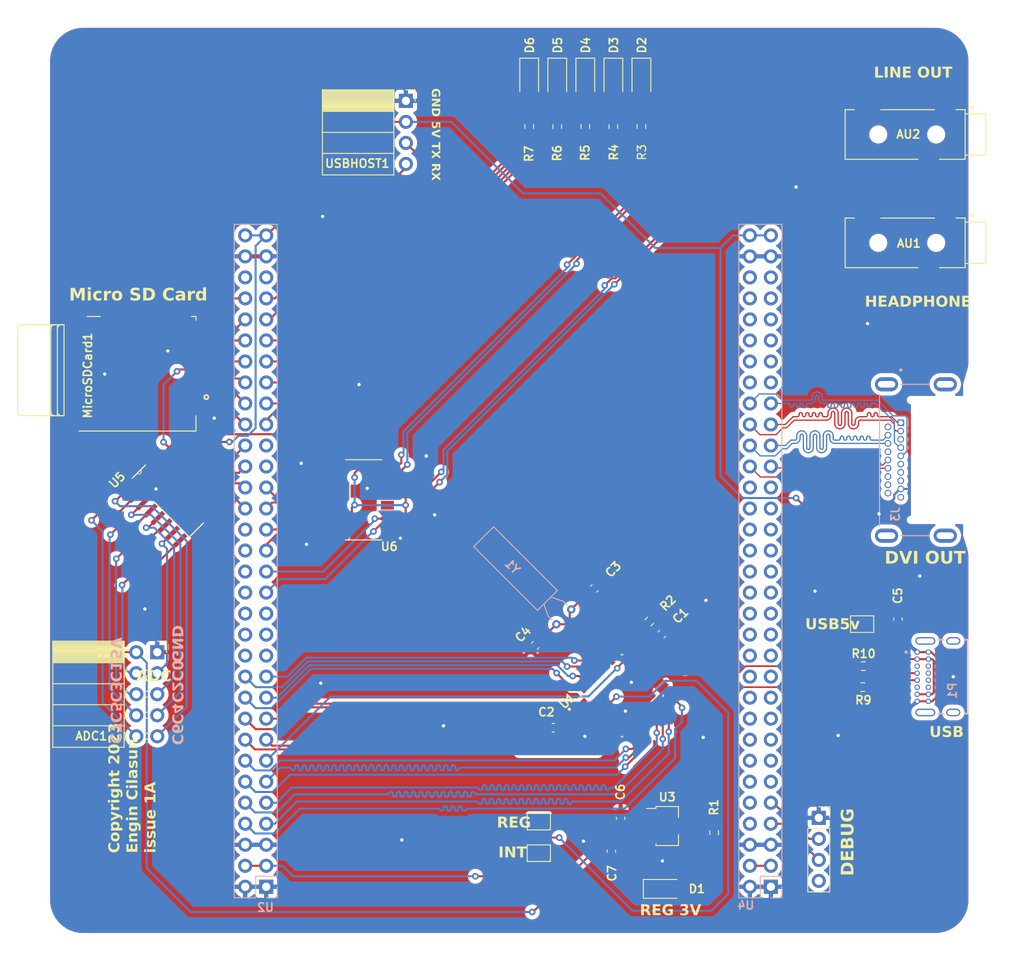
<source format=kicad_pcb>
(kicad_pcb (version 20221018) (generator pcbnew)
  (title_block (title "fpga board expansion test") (rev "3"))
  (layers (0 "F.Cu" signal) (31 "B.Cu" signal) (34 "B.Paste" user) (35 "F.Paste" user) (36 "B.SilkS" user "B.Silkscreen") (37 "F.SilkS" user "F.Silkscreen") (38 "B.Mask" user) (39 "F.Mask" user) (44 "Edge.Cuts" user))
  (net 0 "")
  (net 1 "GND")
  (net 2 "TXD")
  (net 3 "RXD")
  (net 4 "D2_P")
  (net 5 "SDDAT2")
  (net 6 "Net-(MicroSDCard1-SHIELD-PadP1)")
  (net 7 "D2_N")
  (net 8 "D1_P")
  (net 9 "SDDAT3")
  (net 10 "D1_N")
  (net 11 "SDCMD")
  (net 12 "D0_P")
  (net 13 "SDCLK")
  (net 14 "SDDAT0")
  (net 15 "SDDAT1")
  (net 33 "Net-(P1-D+)")
  (net 34 "Net-(P1-D-)")
  (net 35 "D0_N")
  (net 36 "CK_P")
  (net 38 "CK_N")
  (net 42 "USBD_N")
  (net 43 "USBD_P")
  (net 44 "USBRES")
  (net 45 "3V3")
  (net 47 "HPOUTRIGHT")
  (net 49 "HPOUTLEFT")
  (net 51 "GPI")
  (net 52 "LINEOUTRIGHT")
  (net 64 "VCC")
  (net 69 "SDSWTCH")
  (net 71 "ADCS")
  (net 73 "ADCLK")
  (net 82 "USBRX")
  (net 86 "USBTX")
  (net 87 "USBSCLK")
  (net 88 "USBSS")
  (net 89 "USBMISO")
  (net 90 "USBMOSI")
  (net 91 "USBGPX")
  (net 92 "ADDOUT")
  (net 93 "ADDIN")
  (net 97 "USBGPOUT0")
  (net 98 "USBGPOUT1")
  (net 99 "USBGPOUT2")
  (net 100 "USBGPOUT3")
  (net 101 "INT")
  (net 102 "USBGPIN0")
  (net 103 "USBGPIN1")
  (net 104 "USBGPIN2")
  (net 105 "USBGPIN3")
  (net 106 "/n{slash}c")
  (net 107 "USBCBUSPOWER")
  (net 108 "5V")
  (net 111 "LINEOUTLEFT")
  (net 112 "ASDIN")
  (net 113 "ASCLK")
  (net 117 "/input3v3")
  (net 120 "ADCH0")
  (net 121 "ADCH1")
  (net 122 "ADCH2")
  (net 123 "ADCH3")
  (net 124 "ADCH4")
  (net 125 "ADCH5")
  (net 126 "ADCH6")
  (net 127 "ADCH7")
  (net 139 "AMODE")
  (net 140 "I2SDIN")
  (net 141 "I2SCLK")
  (net 142 "ACS")
  (net 154 "LED0")
  (net 155 "LED1")
  (net 156 "LED2")
  (net 157 "LED3")
  (net 158 "LED4")
  (net 159 "Net-(U1-XI)")
  (net 160 "Net-(U1-XO)")
  (net 161 "REG3V3")
  (net 162 "Net-(D1-A)")
  (net 163 "Net-(D2-A)")
  (net 164 "Net-(D3-A)")
  (net 165 "Net-(D4-A)")
  (net 166 "Net-(D5-A)")
  (net 167 "Net-(D6-A)")
  (footprint "Resistor_SMD:R_0603_1608Metric" (layer "F.Cu") (at 120.396 95.25 180)
    (fp_text reference "R10")
    (fp_text value "R33_ohm")
  )
  (footprint "Capacitor_SMD:C_0603_1608Metric" (layer "F.Cu") (at 82.9186 102.6922)
    (fp_text reference "C2")
    (fp_text value "0.1uf")
  )
  (footprint "Jumper:SolderJumper-2_P1.3mm_Open_Pad1.0x1.5mm" (layer "F.Cu") (at 81.168 117.856)
    (fp_text reference "JP6" hide)
    (fp_text value "INT")
  )
  (footprint "Resistor_SMD:R_0603_1608Metric" (layer "F.Cu") (at 102.362 115.379 -90)
    (fp_text reference "R1")
    (fp_text value "330 Ohm")
  )
  (footprint "Resistor_SMD:R_0603_1608Metric" (layer "F.Cu") (at 80.01 30.035 90)
    (fp_text reference "R7")
    (fp_text value "R33_ohm")
  )
  (footprint "Capacitor_SMD:C_0603_1608Metric" (layer "F.Cu") (at 89.9414 117.6274 -90)
    (fp_text reference "C7")
    (fp_text value "10 uf")
  )
  (footprint "Capacitor_SMD:C_0603_1608Metric" (layer "F.Cu") (at 80.731992 92.750008 45)
    (fp_text reference "C4")
    (fp_text value "6pf")
  )
  (footprint "SJ-3523-SMT-TR:CUI_SJ-3523-SMT-TR" (layer "F.Cu") (at 129.202 44.086 180)
    (fp_text reference "AU1")
    (fp_text value "SJ-3523-SMT-TR")
  )
  (footprint "Connector_PinSocket_2.54mm:PinSocket_1x04_P2.54mm_Horizontal" (layer "F.Cu") (at 65.106 26.924)
    (fp_text reference "USBHOST1")
    (fp_text value "Conn_01x4_Socket")
  )
  (footprint "Connector_PinSocket_2.54mm:PinSocket_1x04_P2.54mm_Vertical" (layer "F.Cu") (at 115.0112 113.5888)
    (fp_text reference "J1" hide)
    (fp_text value "USB-SERIAL")
  )
  (footprint "Resistor_SMD:R_0603_1608Metric" (layer "F.Cu") (at 94.520012 89.858315 -135)
    (fp_text reference "R2")
    (fp_text value "10_kohm")
  )
  (footprint "Connector_PinSocket_2.54mm:PinSocket_2x05_P2.54mm_Horizontal" (layer "F.Cu") (at 35.052 93.566)
    (fp_text reference "ADC1")
    (fp_text value "Conn_01x10_Socket")
  )
  (footprint "Resistor_SMD:R_0603_1608Metric" (layer "F.Cu") (at 83.4009 30.035 90)
    (fp_text reference "R6")
    (fp_text value "R33_ohm")
  )
  (footprint "Resistor_SMD:R_0603_1608Metric" (layer "F.Cu") (at 120.333 97.79 180)
    (fp_text reference "R9")
    (fp_text value "R33_ohm")
  )
  (footprint "LED_SMD:LED_1206_3216Metric_Pad1.42x1.75mm_HandSolder" (layer "F.Cu") (at 86.79 24.2215 -90)
    (fp_text reference "D4")
    (fp_text value "LED")
  )
  (footprint "DM3AT-SF-PEJM5:HRS_DM3AT-SF-PEJM5" (layer "F.Cu") (at 39.479 59.486 -90)
    (fp_text reference "MicroSDCard1")
    (fp_text value "DM3AT-SF-PEJM5")
  )
  (footprint "Jumper:SolderJumper-2_P1.3mm_Open_Pad1.0x1.5mm" (layer "F.Cu") (at 81.168 114.046)
    (fp_text reference "JP5" hide)
    (fp_text value "REG")
  )
  (footprint "Capacitor_SMD:C_0603_1608Metric" (layer "F.Cu") (at 124.587 89.5728 -90)
    (fp_text reference "C5")
    (fp_text value "1uf ceramic")
  )
  (footprint "LED_SMD:LED_1206_3216Metric_Pad1.42x1.75mm_HandSolder" (layer "F.Cu") (at 80.01 24.2215 -90)
    (fp_text reference "D6")
    (fp_text value "LED")
  )
  (footprint "Resistor_SMD:R_0603_1608Metric" (layer "F.Cu") (at 90.1827 30.035 90)
    (fp_text reference "R4")
    (fp_text value "R33_ohm")
  )
  (footprint "LED_SMD:LED_1206_3216Metric_Pad1.42x1.75mm_HandSolder" (layer "F.Cu") (at 83.4 24.2215 -90)
    (fp_text reference "D5")
    (fp_text value "LED")
  )
  (footprint "Resistor_SMD:R_0603_1608Metric" (layer "F.Cu") (at 93.5736 30.035 90)
    (fp_text reference "R3")
    (fp_text value "R33_ohm")
  )
  (footprint "Capacitor_SMD:C_0603_1608Metric" (layer "F.Cu") (at 91.059 113.6396 90)
    (fp_text reference "C6")
    (fp_text value "10 uf")
  )
  (footprint "Resistor_SMD:R_0603_1608Metric" (layer "F.Cu") (at 86.7918 30.035 90)
    (fp_text reference "R5")
    (fp_text value "R33_ohm")
  )
  (footprint "LED_SMD:LED_1206_3216Metric_Pad1.42x1.75mm_HandSolder" (layer "F.Cu") (at 93.57 24.2215 -90)
    (fp_text reference "D2")
    (fp_text value "LED")
  )
  (footprint "Capacitor_SMD:C_0603_1608Metric" (layer "F.Cu") (at 87.884 85.852 -135)
    (fp_text reference "C3")
    (fp_text value "18pf")
  )
  (footprint "LED_SMD:LED_1206_3216Metric_Pad1.42x1.75mm_HandSolder" (layer "F.Cu") (at 96.266 122.174)
    (fp_text reference "D1")
    (fp_text value "LED")
  )
  (footprint "Capacitor_SMD:C_0603_1608Metric" (layer "F.Cu") (at 96.044012 91.382315 -135)
    (fp_text reference "C1")
    (fp_text value "1uf ceramic")
  )
  (footprint "MAX3420EECJ:QFP80P900X900X160-32N" (layer "F.Cu") (at 91.230849 98.816422 45)
    (fp_text reference "U1")
    (fp_text value "MAX3420EECJ")
  )
  (footprint "LED_SMD:LED_1206_3216Metric_Pad1.42x1.75mm_HandSolder" (layer "F.Cu") (at 90.18 24.2215 -90)
    (fp_text reference "D3")
    (fp_text value "LED")
  )
  (footprint "Package_TO_SOT_SMD:SOT-89-3" (layer "F.Cu") (at 96.692 114.578)
    (fp_text reference "U3")
    (fp_text value "AMS1117-3.3")
  )
  (footprint "SJ-3523-SMT-TR:CUI_SJ-3523-SMT-TR" (layer "F.Cu") (at 129.202 30.988 180)
    (fp_text reference "AU2")
    (fp_text value "SJ-3523-SMT-TR")
  )
  (footprint "MCP3008T-I_SL:SOIC127P600X175-16N" (layer "F.Cu") (at 36.334583 75.235238 45)
    (fp_text reference "U5")
    (fp_text value "MCP3008T-I/SL")
  )
  (footprint "TLV320AIC23BIPW:SOP65P640X120-28N" (layer "F.Cu") (at 59.995 75.15 180)
    (fp_text reference "U6")
    (fp_text value "TLV320AIC23BIPW")
  )
  (footprint "Jumper:SolderJumper-2_P1.3mm_Open_Pad1.0x1.5mm" (layer "F.Cu") (at 120.254 90.17 180)
    (fp_text reference "JP4" hide)
    (fp_text value "USB")
  )
  (footprint "Crystal:Crystal_AT310_D3.0mm_L10.0mm_Horizontal" (layer "B.Cu") (at 83.293949 90.188051 45)
    (fp_text reference "Y1")
    (fp_text value "Crystal")
  )
  (footprint "Connector_PinSocket_2.54mm:PinSocket_2x32_P2.54mm_Vertical" (layer "B.Cu") (at 48.22 121.92)
    (fp_text reference "U2")
    (fp_text value "GPIO_U2")
  )
  (footprint "Connector_PinSocket_2.54mm:PinSocket_2x32_P2.54mm_Vertical" (layer "B.Cu") (at 109.22 121.92)
    (fp_text reference "U4")
    (fp_text value "GPIO_U4")
  )
  (footprint "USB4085-GF-A_REVA4:GCT_USB4085-GF-A_REVA4" (layer "B.Cu") (at 131.2672 96.527 -90)
    (fp_text reference "P1")
    (fp_text value "USB_C_Plug")
  )
  (footprint "HD02-19-M-MSMT-TR:CUI_HD02-19-M-MSMT-TR" (layer "B.Cu") (at 124.922 65.8326 -90)
    (fp_text reference "J3")
    (fp_text value "HDMI_A")
    (fp_line (start -3.25 -7.53) (end -4.65 -7.53) (stroke (width 0.01)) (layer "Edge.Cuts"))
    (fp_line (start -3.25 -7.53) (end -3.25 -1.23) (stroke (width 0.01)) (layer "Edge.Cuts"))
    (fp_line (start -2.25 -1.23) (end 11.25 -1.23) (stroke (width 0.01)) (layer "Edge.Cuts"))
    (fp_line (start 12.25 -7.53) (end 13.65 -7.53) (stroke (width 0.01)) (layer "Edge.Cuts"))
    (fp_line (start 12.25 -1.23) (end 12.25 -7.53) (stroke (width 0.01)) (layer "Edge.Cuts"))
    (fp_arc (start -2.25 -1.23) (mid -2.75 -0.73) (end -3.25 -1.23) (stroke (width 0.01)) (layer "Edge.Cuts"))
    (fp_arc (start 12.25 -1.23) (mid 11.75 -0.73) (end 11.25 -1.23) (stroke (width 0.01)) (layer "Edge.Cuts"))
  )
  (gr_arc (start 132.91236 80.949034) (mid 133.049821 81.541078) (end 133.096 82.147115) (stroke (width 0.01)) (layer "Edge.Cuts"))
  (gr_line (start 26.098 127.508) (end 129.096 127.508) (stroke (width 0.01)) (layer "Edge.Cuts"))
  (gr_arc (start 129.096 18.1) (mid 131.924427 19.271573) (end 133.096 22.1) (stroke (width 0.01)) (layer "Edge.Cuts"))
  (gr_line (start 133.096 123.508) (end 133.096 82.147115) (stroke (width 0.01)) (layer "Edge.Cuts"))
  (gr_arc (start 26.098 127.508) (mid 23.269573 126.336427) (end 22.098 123.508) (stroke (width 0.01)) (layer "Edge.Cuts"))
  (gr_arc (start 22.098 22.1) (mid 23.269573 19.271573) (end 26.098 18.1) (stroke (width 0.01)) (layer "Edge.Cuts"))
  (gr_arc (start 133.096 58.367925) (mid 133.057353 58.922589) (end 132.942173 59.466537) (stroke (width 0.01)) (layer "Edge.Cuts"))
  (gr_arc (start 133.096 123.508) (mid 131.924427 126.336427) (end 129.096 127.508) (stroke (width 0.01)) (layer "Edge.Cuts"))
  (gr_line (start 129.096 18.1) (end 26.098 18.1) (stroke (width 0.01)) (layer "Edge.Cuts"))
  (gr_line (start 22.098 22.1) (end 22.098 123.508) (stroke (width 0.01)) (layer "Edge.Cuts"))
  (gr_line (start 133.096 58.367925) (end 133.096 22.1) (stroke (width 0.01)) (layer "Edge.Cuts"))
  (gr_line (start 132.452 61.1826) (end 132.942173 59.466537) (stroke (width 0.01)) (layer "Edge.Cuts"))
  (gr_line (start 132.91236 80.949034) (end 132.452 79.4826) (stroke (width 0.01)) (layer "Edge.Cuts"))
  (gr_text "C1" (at 29.21 97.1982 -90) (layer "B.SilkS") (effects (font (size 1.3 1.3) (thickness 0.3) bold) (justify left bottom mirror)))
  (gr_text "C2" (at 36.6522 99.6874 -90) (layer "B.SilkS") (effects (font (size 1.3 1.3) (thickness 0.3) bold) (justify left bottom mirror)))
  (gr_text "GND" (at 36.6522 94.8106 -90) (layer "B.SilkS") (effects (font (size 1.3 1.3) (thickness 0.3) bold) (justify left bottom mirror)))
  (gr_text "C5" (at 29.21 102.1258 -90) (layer "B.SilkS") (effects (font (size 1.3 1.3) (thickness 0.3) bold) (justify left bottom mirror)))
  (gr_text "5V" (at 29.21 94.4296 -90) (layer "B.SilkS") (effects (font (size 1.3 1.3) (thickness 0.3) bold) (justify left bottom mirror)))
  (gr_text "C7" (at 29.21 104.6404 -90) (layer "B.SilkS") (effects (font (size 1.3 1.3) (thickness 0.3) bold) (justify left bottom mirror)))
  (gr_text "C6" (at 36.6522 104.7928 -90) (layer "B.SilkS") (effects (font (size 1.3 1.3) (thickness 0.3) bold) (justify left bottom mirror)))
  (gr_text "C4" (at 36.6522 102.329 -90) (layer "B.SilkS") (effects (font (size 1.3 1.3) (thickness 0.3) bold) (justify left bottom mirror)))
  (gr_text "C0" (at 36.6522 97.0966 -90) (layer "B.SilkS") (effects (font (size 1.3 1.3) (thickness 0.3) bold) (justify left bottom mirror)))
  (gr_text "C3" (at 29.21 99.662 -90) (layer "B.SilkS") (effects (font (size 1.3 1.3) (thickness 0.3) bold) (justify left bottom mirror)))
  (gr_text "HEADPHONE" (at 120.5738 52.0192) (layer "F.SilkS") (effects (font (size 1.3 1.3) (thickness 0.3) bold) (justify left bottom)))
  (gr_text "LINE OUT" (at 121.666 24.3332) (layer "F.SilkS") (effects (font (size 1.3 1.3) (thickness 0.3) bold) (justify left bottom)))
  (gr_text "DEBUG" (at 119.4562 120.6246 90) (layer "F.SilkS") (effects (font (size 1.5 1.5) (thickness 0.3) bold) (justify left bottom)))
  (gr_text "DVI OUT" (at 122.9614 83.1088) (layer "F.SilkS") (effects (font (size 1.5 1.5) (thickness 0.3) bold) (justify left bottom)))
  (gr_text "Micro SD Card" (at 24.384 51.308) (layer "F.SilkS") (effects (font (size 1.5 1.5) (thickness 0.3) bold) (justify left bottom)))
  (gr_text "GND 5V TX RX" (at 68.072 30.988 270) (layer "F.SilkS") (effects (font (size 1 1) (thickness 0.25) bold) (justify bottom)))
  (gr_text "USB5v" (at 113.3602 91.0082) (layer "F.SilkS") (effects (font (size 1.3 1.3) (thickness 0.3) bold) (justify left bottom)))
  (gr_text "REG" (at 76.0984 114.9858) (layer "F.SilkS") (effects (font (size 1.3 1.3) (thickness 0.3) bold) (justify left bottom)))
  (gr_text "REG 3V" (at 93.3704 125.5776) (layer "F.SilkS") (effects (font (size 1.3 1.3) (thickness 0.3) bold) (justify left bottom)))
  (gr_text "Copyright 2023\nEngin Cilasun\nissue 1A" (at 35.052 117.856 90) (layer "F.SilkS") (effects (font (size 1.3 1.3) (thickness 0.3) bold) (justify left bottom)))
  (gr_text "INT" (at 76.2762 118.5926) (layer "F.SilkS") (effects (font (size 1.3 1.3) (thickness 0.3) bold) (justify left bottom)))
  (gr_text "USB" (at 128.3716 104.0384) (layer "F.SilkS") (effects (font (size 1.3 1.3) (thickness 0.3) bold) (justify left bottom)))
  (gr_text "ADC" (at 32.512 97.282) (layer "F.SilkS") (effects (font (size 1.3 1.3) (thickness 0.3) bold) (justify left bottom)))
  (segment (start 68.3514 70.6374) (end 68.3514 71.755) (width 0.25) (layer "F.Cu") (net 1))
  (segment (start 61.3132 72.875) (end 62.819 72.875) (width 0.4) (layer "F.Cu") (net 1))
  (segment (start 124.922 73.8326) (end 125.9078 73.8326) (width 0.25) (layer "F.Cu") (net 1))
  (segment (start 124.8274 73.8326) (end 124.922 73.8326) (width 0.25) (layer "F.Cu") (net 1))
  (segment (start 88.565057 102.0479) (end 89.130742 102.613585) (width 0.25) (layer "F.Cu") (net 1))
  (segment (start 67.31 72.7964) (end 62.9436 72.7964) (width 0.25) (layer "F.Cu") (net 1))
  (segment (start 57.125 79.375) (end 55.88 79.375) (width 0.25) (layer "F.Cu") (net 1))
  (segment (start 128.2572 93.552) (end 126.9072 93.552) (width 0.25) (layer "F.Cu") (net 1))
  (segment (start 58.3692 79.375) (end 58.3946 79.3496) (width 0.25) (layer "F.Cu") (net 1))
  (segment (start 57.125 70.925) (end 55.812 70.925) (width 0.4) (layer "F.Cu") (net 1))
  (segment (start 60.4266 73.7616) (end 61.3132 72.875) (width 0.4) (layer "F.Cu") (net 1))
  (segment (start 129.3572 94.3052) (end 128.604 93.552) (width 0.25) (layer "F.Cu") (net 1))
  (segment (start 128.2572 99.502) (end 128.716819 99.502) (width 0.25) (layer "F.Cu") (net 1))
  (segment (start 124.13 74.53) (end 124.8274 73.8326) (width 0.25) (layer "F.Cu") (net 1))
  (segment (start 126.9072 99.502) (end 128.2572 99.502) (width 0.25) (layer "F.Cu") (net 1))
  (segment (start 95.028013 96.716315) (end 95.593698 97.282) (width 0.25) (layer "F.Cu") (net 1))
  (segment (start 95.028012 96.716315) (end 95.028013 96.716315) (width 0.25) (layer "F.Cu") (net 1))
  (segment (start 57.125 70.925) (end 58.234 70.925) (width 0.4) (layer "F.Cu") (net 1))
  (segment (start 128.716819 99.502) (end 129.3572 98.861619) (width 0.25) (layer "F.Cu") (net 1))
  (segment (start 62.9436 72.7964) (end 62.865 72.875) (width 0.25) (layer "F.Cu") (net 1))
  (segment (start 129.3572 98.861619) (end 129.3572 94.3052) (width 0.25) (layer "F.Cu") (net 1))
  (segment (start 67.564 69.85) (end 68.3514 70.6374) (width 0.25) (layer "F.Cu") (net 1))
  (segment (start 128.604 93.552) (end 128.2572 93.552) (width 0.25) (layer "F.Cu") (net 1))
  (segment (start 122.29 76.85) (end 124.13 75.01) (width 0.25) (layer "F.Cu") (net 1))
  (segment (start 58.234 70.925) (end 58.293 70.866) (width 0.25) (layer "F.Cu") (net 1))
  (segment (start 88.565056 102.0479) (end 88.565057 102.0479) (width 0.25) (layer "F.Cu") (net 1))
  (segment (start 57.125 79.375) (end 58.3692 79.375) (width 0.25) (layer "F.Cu") (net 1))
  (segment (start 124.13 75.01) (end 124.13 74.53) (width 0.25) (layer "F.Cu") (net 1))
  (segment (start 68.3514 71.755) (end 67.31 72.7964) (width 0.25) (layer "F.Cu") (net 1))
  (via (at 36.322 57.15) (size 0.8) (drill 0.4) (layers "F.Cu" "B.Cu") (net 1))
  (via (at 69.6468 102.4636) (size 0.8) (drill 0.4) (layers "F.Cu" "B.Cu") (net 1))
  (via (at 34.8996 73.8378) (size 0.8) (drill 0.4) (layers "F.Cu" "B.Cu") (net 1))
  (via (at 122.29 76.85) (size 0.8) (drill 0.4) (layers "F.Cu" "B.Cu") (net 1))
  (via (at 86.5632 116.4082) (size 0.8) (drill 0.4) (layers "F.Cu" "B.Cu") (net 1))
  (via (at 131.2672 96.527) (size 0.8) (drill 0.4) (layers "F.Cu" "B.Cu") (net 1))
  (via (at 101.0412 103.8606) (size 0.8) (drill 0.4) (layers "F.Cu" "B.Cu") (net 1))
  (via (at 33.5534 88.3412) (size 0.8) (drill 0.4) (layers "F.Cu" "B.Cu") (net 1))
  (via (at 54.8132 97.3074) (size 0.8) (drill 0.4) (layers "F.Cu" "B.Cu") (net 1))
  (via (at 55.0418 40.894) (size 0.8) (drill 0.4) (layers "F.Cu" "B.Cu") (net 1))
  (via (at 67.564 69.85) (size 0.8) (drill 0.4) (layers "F.Cu" "B.Cu") (net 1))
  (via (at 60.4266 73.7616) (size 0.8) (drill 0.4) (layers "F.Cu" "B.Cu") (net 1))
  (via (at 53.086 80.518) (size 0.8) (drill 0.4) (layers "F.Cu" "B.Cu") (net 1))
  (via (at 68.58 76.962) (size 0.8) (drill 0.4) (layers "F.Cu" "B.Cu") (net 1))
  (via (at 59.436 61.214) (size 0.8) (drill 0.4) (layers "F.Cu" "B.Cu") (net 1))
  (via (at 114.554 86.1822) (size 0.8) (drill 0.4) (layers "F.Cu" "B.Cu") (net 1))
  (via (at 101.3714 87.2998) (size 0.8) (drill 0.4) (layers "F.Cu" "B.Cu") (net 1))
  (via (at 91.6432 100.6856) (size 0.8) (drill 0.4) (layers "F.Cu" "B.Cu") (net 1))
  (via (at 92.3544 97.2058) (size 0.8) (drill 0.4) (layers "F.Cu" "B.Cu") (net 1))
  (via (at 52.451 70.739) (size 0.8) (drill 0.4) (layers "F.Cu" "B.Cu") (net 1))
  (via (at 117.348 103.632) (size 0.8) (drill 0.4) (layers "F.Cu" "B.Cu") (net 1))
  (via (at 86.741 103.7336) (size 0.8) (drill 0.4) (layers "F.Cu" "B.Cu") (net 1))
  (via (at 64.6176 116.2558) (size 0.8) (drill 0.4) (layers "F.Cu" "B.Cu") (net 1))
  (via (at 112.268 37.338) (size 0.8) (drill 0.4) (layers "F.Cu" "B.Cu") (net 1))
  (via (at 120.904 53.848) (size 0.8) (drill 0.4) (layers "F.Cu" "B.Cu") (net 1))
  (via (at 96.1136 118.7958) (size 0.8) (drill 0.4) (layers "F.Cu" "B.Cu") (net 1))
  (via (at 127.2286 84.3534) (size 0.8) (drill 0.4) (layers "F.Cu" "B.Cu") (net 1))
  (via (at 28.702 59.944) (size 0.8) (drill 0.4) (layers "F.Cu" "B.Cu") (net 1))
  (via (at 41.9354 65.278) (size 0.8) (drill 0.4) (layers "F.Cu" "B.Cu") (net 1))
  (segment (start 122.29 76.85) (end 124.13 75.01) (width 0.25) (layer "B.Cu") (net 1))
  (segment (start 124.13 75.01) (end 124.13 74.53) (width 0.25) (layer "B.Cu") (net 1))
  (segment (start 124.922 73.8326) (end 125.9026 73.8326) (width 0.25) (layer "B.Cu") (net 1))
  (segment (start 124.13 74.53) (end 124.8274 73.8326) (width 0.25) (layer "B.Cu") (net 1))
  (segment (start 124.8274 73.8326) (end 124.922 73.8326) (width 0.25) (layer "B.Cu") (net 1))
  (segment (start 109.4994 111.76) (end 109.22 111.76) (width 0.25) (layer "F.Cu") (net 2))
  (segment (start 113.8682 116.1288) (end 109.4994 111.76) (width 0.25) (layer "F.Cu") (net 2))
  (segment (start 115.0112 116.1288) (end 113.8682 116.1288) (width 0.25) (layer "F.Cu") (net 2))
  (segment (start 110.6424 114.3) (end 109.22 114.3) (width 0.25) (layer "F.Cu") (net 3))
  (segment (start 115.0112 118.6688) (end 110.6424 114.3) (width 0.25) (layer "F.Cu") (net 3))
  (segment (start 117.36 65.946601) (end 117.36 65.52) (width 0.15) (layer "F.Cu") (net 4))
  (segment (start 120.9 64.8) (end 120.9 64.9) (width 0.15) (layer "F.Cu") (net 4))
  (segment (start 121.3 64.9) (end 121.3 64.8) (width 0.15) (layer "F.Cu") (net 4))
  (segment (start 119 65.946578) (end 119 65.72) (width 0.15) (layer "F.Cu") (net 4))
  (segment (start 112.63 64.8) (end 112.63 64.9) (width 0.15) (layer "F.Cu") (net 4))
  (segment (start 115.43 64.9) (end 115.43 64.8) (width 0.15) (layer "F.Cu") (net 4))
  (segment (start 115.92 65.1) (end 115.63 65.1) (width 0.15) (layer "F.Cu") (net 4))
  (segment (start 121.7 64.8) (end 121.7 64.9) (width 0.15) (layer "F.Cu") (net 4))
  (segment (start 111.98 65.1) (end 111.9 65.1) (width 0.15) (layer "F.Cu") (net 4))
  (segment (start 113.43 64.8) (end 113.43 64.9) (width 0.15) (layer "F.Cu") (net 4))
  (segment (start 114.23 64.8) (end 114.23 64.9) (width 0.15) (layer "F.Cu") (net 4))
  (segment (start 120.7 65.1) (end 120.25 65.1) (width 0.15) (layer "F.Cu") (net 4))
  (segment (start 114.63 64.9) (end 114.63 64.8) (width 0.15) (layer "F.Cu") (net 4))
  (segment (start 110.96 66.04) (end 109.22 66.04) (width 0.15) (layer "F.Cu") (net 4))
  (segment (start 117.36 65.52) (end 117.36 64.673422) (width 0.15) (layer "F.Cu") (net 4))
  (segment (start 119.4 65.72) (end 119.4 65.946578) (width 0.15) (layer "F.Cu") (net 4))
  (segment (start 123.805686 65.1) (end 122.3 65.1) (width 0.15) (layer "F.Cu") (net 4))
  (segment (start 111.9 65.1) (end 110.96 66.04) (width 0.15) (layer "F.Cu") (net 4))
  (segment (start 124.922 65.8326) (end 124.538286 65.8326) (width 0.15) (layer "F.Cu") (net 4))
  (segment (start 117.76 65.1) (end 117.76 65.946601) (width 0.15) (layer "F.Cu") (net 4))
  (segment (start 115.03 64.8) (end 115.03 64.9) (width 0.15) (layer "F.Cu") (net 4))
  (segment (start 119 65.72) (end 119 64.673422) (width 0.15) (layer "F.Cu") (net 4))
  (segment (start 120.25 65.1) (end 120.02 65.1) (width 0.15) (layer "F.Cu") (net 4))
  (segment (start 113.03 64.9) (end 113.03 64.8) (width 0.15) (layer "F.Cu") (net 4))
  (segment (start 122.1 64.9) (end 122.1 64.8) (width 0.15) (layer "F.Cu") (net 4))
  (segment (start 112.43 65.1) (end 111.98 65.1) (width 0.15) (layer "F.Cu") (net 4))
  (segment (start 117.76 64.673422) (end 117.76 65.1) (width 0.15) (layer "F.Cu") (net 4))
  (segment (start 124.538286 65.8326) (end 123.805686 65.1) (width 0.15) (layer "F.Cu") (net 4))
  (segment (start 116.12 64.673422) (end 116.12 64.9) (width 0.15) (layer "F.Cu") (net 4))
  (segment (start 113.83 64.9) (end 113.83 64.8) (width 0.15) (layer "F.Cu") (net 4))
  (arc (start 121.5 65.1) (mid 121.358579 65.041421) (end 121.3 64.9) (width 0.15) (layer "F.Cu") (net 4))
  (arc (start 114.43 64.6) (mid 114.288579 64.658579) (end 114.23 64.8) (width 0.15) (layer "F.Cu") (net 4))
  (arc (start 122.3 65.1) (mid 122.158579 65.041421) (end 122.1 64.9) (width 0.15) (layer "F.Cu") (net 4))
  (arc (start 116.74 64.053422) (mid 116.301594 64.235016) (end 116.12 64.673422) (width 0.15) (layer "F.Cu") (net 4))
  (arc (start 122.1 64.8) (mid 122.041421 64.658579) (end 121.9 64.6) (width 0.15) (layer "F.Cu") (net 4))
  (arc (start 113.83 64.8) (mid 113.771421 64.658579) (end 113.63 64.6) (width 0.15) (layer "F.Cu") (net 4))
  (arc (start 115.23 64.6) (mid 115.088579 64.658579) (end 115.03 64.8) (width 0.15) (layer "F.Cu") (net 4))
  (arc (start 113.43 64.9) (mid 113.371421 65.041421) (end 113.23 65.1) (width 0.15) (layer "F.Cu") (net 4))
  (arc (start 121.3 64.8) (mid 121.241421 64.658579) (end 121.1 64.6) (width 0.15) (layer "F.Cu") (net 4))
  (arc (start 112.63 64.9) (mid 112.571421 65.041421) (end 112.43 65.1) (width 0.15) (layer "F.Cu") (net 4))
  (arc (start 121.1 64.6) (mid 120.958579 64.658579) (end 120.9 64.8) (width 0.15) (layer "F.Cu") (net 4))
  (arc (start 117.76 65.946601) (mid 117.701421 66.088022) (end 117.56 66.146601) (width 0.15) (layer "F.Cu") (net 4))
  (arc (start 119 64.673422) (mid 118.818406 64.235016) (end 118.38 64.053422) (width 0.15) (layer "F.Cu") (net 4))
  (arc (start 113.63 64.6) (mid 113.488579 64.658579) (end 113.43 64.8) (width 0.15) (layer "F.Cu") (net 4))
  (arc (start 115.43 64.8) (mid 115.371421 64.658579) (end 115.23 64.6) (width 0.15) (layer "F.Cu") (net 4))
  (arc (start 116.12 64.9) (mid 116.061421 65.041421) (end 115.92 65.1) (width 0.15) (layer "F.Cu") (net 4))
  (arc (start 115.03 64.9) (mid 114.971421 65.041421) (end 114.83 65.1) (width 0.15) (layer "F.Cu") (net 4))
  (arc (start 114.63 64.8) (mid 114.571421 64.658579) (end 114.43 64.6) (width 0.15) (layer "F.Cu") (net 4))
  (arc (start 114.23 64.9) (mid 114.171421 65.041421) (end 114.03 65.1) (width 0.15) (layer "F.Cu") (net 4))
  (arc (start 119.4 65.946578) (mid 119.341421 66.087999) (end 119.2 66.146578) (width 0.15) (layer "F.Cu") (net 4))
  (arc (start 119.2 66.146578) (mid 119.058579 66.087999) (end 119 65.946578) (width 0.15) (layer "F.Cu") (net 4))
  (arc (start 120.9 64.9) (mid 120.841421 65.041421) (end 120.7 65.1) (width 0.15) (layer "F.Cu") (net 4))
  (arc (start 113.03 64.8) (mid 112.971421 64.658579) (end 112.83 64.6) (width 0.15) (layer "F.Cu") (net 4))
  (arc (start 117.36 64.673422) (mid 117.178406 64.235016) (end 116.74 64.053422) (width 0.15) (layer "F.Cu") (net 4))
  (arc (start 114.83 65.1) (mid 114.688579 65.041421) (end 114.63 64.9) (width 0.15) (layer "F.Cu") (net 4))
  (arc (start 114.03 65.1) (mid 113.888579 65.041421) (end 113.83 64.9) (width 0.15) (layer "F.Cu") (net 4))
  (arc (start 113.23 65.1) (mid 113.088579 65.041421) (end 113.03 64.9) (width 0.15) (layer "F.Cu") (net 4))
  (arc (start 117.56 66.146601) (mid 117.418579 66.088022) (end 117.36 65.946601) (width 0.15) (layer "F.Cu") (net 4))
  (arc (start 121.9 64.6) (mid 121.758579 64.658579) (end 121.7 64.8) (width 0.15) (layer "F.Cu") (net 4))
  (arc (start 115.63 65.1) (mid 115.488579 65.041421) (end 115.43 64.9) (width 0.15) (layer "F.Cu") (net 4))
  (arc (start 121.7 64.9) (mid 121.641421 65.041421) (end 121.5 65.1) (width 0.15) (layer "F.Cu") (net 4))
  (arc (start 120.02 65.1) (mid 119.581594 65.281594) (end 119.4 65.72) (width 0.15) (layer "F.Cu") (net 4))
  (arc (start 112.83 64.6) (mid 112.688579 64.658579) (end 112.63 64.8) (width 0.15) (layer "F.Cu") (net 4))
  (arc (start 118.38 64.053422) (mid 117.941594 64.235016) (end 117.76 64.673422) (width 0.15) (layer "F.Cu") (net 4))
  (segment (start 42.239 62.686) (end 39.479 62.686) (width 0.25) (layer "F.Cu") (net 5))
  (segment (start 45.593 66.04) (end 42.239 62.686) (width 0.25) (layer "F.Cu") (net 5))
  (segment (start 45.68 66.04) (end 45.593 66.04) (width 0.25) (layer "F.Cu") (net 5))
  (segment (start 118.58 65.946578) (end 118.58 65.72) (width 0.15) (layer "F.Cu") (net 7))
  (segment (start 124.15 66.01) (end 123.66 65.52) (width 0.15) (layer "F.Cu") (net 7))
  (segment (start 119.82 65.72) (end 119.82 65.946578) (width 0.15) (layer "F.Cu") (net 7))
  (segment (start 118.58 65.72) (end 118.58 64.673422) (width 0.15) (layer "F.Cu") (net 7))
  (segment (start 106.68 66.06) (end 106.68 66.04) (width 0.15) (layer "F.Cu") (net 7))
  (segment (start 112.045686 65.52) (end 111.125685 66.44) (width 0.15) (layer "F.Cu") (net 7))
  (segment (start 118.18 65.1) (end 118.18 65.946601) (width 0.15) (layer "F.Cu") (net 7))
  (segment (start 124.922 66.8326) (end 124.356315 66.8326) (width 0.15) (layer "F.Cu") (net 7))
  (segment (start 118.18 64.673422) (end 118.18 65.1) (width 0.15) (layer "F.Cu") (net 7))
  (segment (start 111.125685 66.44) (end 110.68 66.44) (width 0.15) (layer "F.Cu") (net 7))
  (segment (start 124.356315 66.8326) (end 124.15 66.626285) (width 0.15) (layer "F.Cu") (net 7))
  (segment (start 110.68 66.44) (end 109.85 67.27) (width 0.15) (layer "F.Cu") (net 7))
  (segment (start 107.89 67.27) (end 106.68 66.06) (width 0.15) (layer "F.Cu") (net 7))
  (segment (start 116.94 65.52) (end 116.94 64.673422) (width 0.15) (layer "F.Cu") (net 7))
  (segment (start 116.94 65.946601) (end 116.94 65.52) (width 0.15) (layer "F.Cu") (net 7))
  (segment (start 124.15 66.626285) (end 124.15 66.01) (width 0.15) (layer "F.Cu") (net 7))
  (segment (start 123.66 65.52) (end 120.02 65.52) (width 0.15) (layer "F.Cu") (net 7))
  (segment (start 109.85 67.27) (end 107.89 67.27) (width 0.15) (layer "F.Cu") (net 7))
  (segment (start 115.92 65.52) (end 112.045686 65.52) (width 0.15) (layer "F.Cu") (net 7))
  (segment (start 116.54 64.673422) (end 116.54 64.9) (width 0.15) (layer "F.Cu") (net 7))
  (arc (start 119.2 66.566578) (mid 118.761594 66.384984) (end 118.58 65.946578) (width 0.15) (layer "F.Cu") (net 7))
  (arc (start 116.94 64.673422) (mid 116.881421 64.532001) (end 116.74 64.473422) (width 0.15) (layer "F.Cu") (net 7))
  (arc (start 118.58 64.673422) (mid 118.521421 64.532001) (end 118.38 64.473422) (width 0.15) (layer "F.Cu") (net 7))
  (arc (start 119.82 65.946578) (mid 119.638406 66.384984) (end 119.2 66.566578) (width 0.15) (layer "F.Cu") (net 7))
  (arc (start 120.02 65.52) (mid 119.878579 65.578579) (end 119.82 65.72) (width 0.15) (layer "F.Cu") (net 7))
  (arc (start 117.56 66.566601) (mid 117.121594 66.385007) (end 116.94 65.946601) (width 0.15) (layer "F.Cu") (net 7))
  (arc (start 116.74 64.473422) (mid 116.598579 64.532001) (end 116.54 64.673422) (width 0.15) (layer "F.Cu") (net 7))
  (arc (start 118.38 64.473422) (mid 118.238579 64.532001) (end 118.18 64.673422) (width 0.15) (layer "F.Cu") (net 7))
  (arc (start 116.54 64.9) (mid 116.358406 65.338406) (end 115.92 65.52) (width 0.15) (layer "F.Cu") (net 7))
  (arc (start 118.18 65.946601) (mid 117.998406 66.385007) (end 117.56 66.566601) (width 0.15) (layer "F.Cu") (net 7))
  (segment (start 116.75 67.40793) (end 116.75 67.73) (width 0.15) (layer "B.Cu") (net 8))
  (segment (start 120.01 67.73) (end 120.01 67.641244) (width 0.15) (layer "B.Cu") (net 8))
  (segment (start 109.22 68.58) (end 110.98 68.58) (width 0.15) (layer "B.Cu") (net 8))
  (segment (start 115.55 68.33) (end 115.55 67.40793) (width 0.15) (layer "B.Cu") (net 8))
  (segment (start 121.21 67.641253) (end 121.21 67.73) (width 0.15) (layer "B.Cu") (net 8))
  (segment (start 121.41 67.93) (end 122.66 67.93) (width 0.15) (layer "B.Cu") (net 8))
  (segment (start 115.55 68.852094) (end 115.55 68.33) (width 0.15) (layer "B.Cu") (net 8))
  (segment (start 118.01 67.641249) (end 118.01 67.73) (width 0.15) (layer "B.Cu") (net 8))
  (segment (start 118.41 67.73) (end 118.41 67.641247) (width 0.15) (layer "B.Cu") (net 8))
  (segment (start 113.55 67.40793) (end 113.55 67.73) (width 0.15) (layer "B.Cu") (net 8))
  (segment (start 113.95 68.33) (end 113.95 67.40793) (width 0.15) (layer "B.Cu") (net 8))
  (segment (start 122.66 67.93) (end 122.7746 67.93) (width 0.15) (layer "B.Cu") (net 8))
  (segment (start 113.95 68.85207) (end 113.95 68.33) (width 0.15) (layer "B.Cu") (net 8))
  (segment (start 122.7746 67.93) (end 123.372 67.3326) (width 0.15) (layer "B.Cu") (net 8))
  (segment (start 119.21 67.73) (end 119.21 67.641249) (width 0.15) (layer "B.Cu") (net 8))
  (segment (start 115.15 67.40793) (end 115.15 67.93) (width 0.15) (layer "B.Cu") (net 8))
  (segment (start 117.61 67.73) (end 117.61 67.641249) (width 0.15) (layer "B.Cu") (net 8))
  (segment (start 120.81 67.73) (end 120.81 67.641253) (width 0.15) (layer "B.Cu") (net 8))
  (segment (start 111.63 67.93) (end 112.15 67.93) (width 0.15) (layer "B.Cu") (net 8))
  (segment (start 113.55 67.73) (end 113.55 68.85207) (width 0.15) (layer "B.Cu") (net 8))
  (segment (start 118.81 67.641247) (end 118.81 67.73) (width 0.15) (layer "B.Cu") (net 8))
  (segment (start 120.41 67.641244) (end 120.41 67.73) (width 0.15) (layer "B.Cu") (net 8))
  (segment (start 110.98 68.58) (end 111.63 67.93) (width 0.15) (layer "B.Cu") (net 8))
  (segment (start 112.35 67.73) (end 112.35 67.40793) (width 0.15) (layer "B.Cu") (net 8))
  (segment (start 115.15 67.93) (end 115.15 68.852094) (width 0.15) (layer "B.Cu") (net 8))
  (segment (start 116.95 67.93) (end 117.41 67.93) (width 0.15) (layer "B.Cu") (net 8))
  (segment (start 119.61 67.641249) (end 119.61 67.73) (width 0.15) (layer "B.Cu") (net 8))
  (arc (start 112.35 67.40793) (mid 112.525736 66.983666) (end 112.95 66.80793) (width 0.15) (layer "B.Cu") (net 8))
  (arc (start 115.15 68.852094) (mid 115.208579 68.993515) (end 115.35 69.052094) (width 0.15) (layer "B.Cu") (net 8))
  (arc (start 119.21 67.641249) (mid 119.268579 67.499828) (end 119.41 67.441249) (width 0.15) (layer "B.Cu") (net 8))
  (arc (start 113.95 67.40793) (mid 114.125736 66.983666) (end 114.55 66.80793) (width 0.15) (layer "B.Cu") (net 8))
  (arc (start 117.61 67.641249) (mid 117.668579 67.499828) (end 117.81 67.441249) (width 0.15) (layer "B.Cu") (net 8))
  (arc (start 118.01 67.73) (mid 118.068579 67.871421) (end 118.21 67.93) (width 0.15) (layer "B.Cu") (net 8))
  (arc (start 113.55 68.85207) (mid 113.608579 68.993491) (end 113.75 69.05207) (width 0.15) (layer "B.Cu") (net 8))
  (arc (start 113.75 69.05207) (mid 113.891421 68.993491) (end 113.95 68.85207) (width 0.15) (layer "B.Cu") (net 8))
  (arc (start 118.81 67.73) (mid 118.868579 67.871421) (end 119.01 67.93) (width 0.15) (layer "B.Cu") (net 8))
  (arc (start 120.41 67.73) (mid 120.468579 67.871421) (end 120.61 67.93) (width 0.15) (layer "B.Cu") (net 8))
  (arc (start 115.35 69.052094) (mid 115.491421 68.993515) (end 115.55 68.852094) (width 0.15) (layer "B.Cu") (net 8))
  (arc (start 116.75 67.73) (mid 116.808579 67.871421) (end 116.95 67.93) (width 0.15) (layer "B.Cu") (net 8))
  (arc (start 112.95 66.80793) (mid 113.374264 66.983666) (end 113.55 67.40793) (width 0.15) (layer "B.Cu") (net 8))
  (arc (start 114.55 66.80793) (mid 114.974264 66.983666) (end 115.15 67.40793) (width 0.15) (layer "B.Cu") (net 8))
  (arc (start 117.81 67.441249) (mid 117.951421 67.499828) (end 118.01 67.641249) (width 0.15) (layer "B.Cu") (net 8))
  (arc (start 120.21 67.441244) (mid 120.351421 67.499823) (end 120.41 67.641244) (width 0.15) (layer "B.Cu") (net 8))
  (arc (start 119.41 67.441249) (mid 119.551421 67.499828) (end 119.61 67.641249) (width 0.15) (layer "B.Cu") (net 8))
  (arc (start 118.61 67.441247) (mid 118.751421 67.499826) (end 118.81 67.641247) (width 0.15) (layer "B.Cu") (net 8))
  (arc (start 119.81 67.93) (mid 119.951421 67.871421) (end 120.01 67.73) (width 0.15) (layer "B.Cu") (net 8))
  (arc (start 121.01 67.441253) (mid 121.151421 67.499832) (end 121.21 67.641253) (width 0.15) (layer "B.Cu") (net 8))
  (arc (start 119.01 67.93) (mid 119.151421 67.871421) (end 119.21 67.73) (width 0.15) (layer "B.Cu") (net 8))
  (arc (start 119.61 67.73) (mid 119.668579 67.871421) (end 119.81 67.93) (width 0.15) (layer "B.Cu") (net 8))
  (arc (start 120.61 67.93) (mid 120.751421 67.871421) (end 120.81 67.73) (width 0.15) (layer "B.Cu") (net 8))
  (arc (start 118.21 67.93) (mid 118.351421 67.871421) (end 118.41 67.73) (width 0.15) (layer "B.Cu") (net 8))
  (arc (start 120.01 67.641244) (mid 120.068579 67.499823) (end 120.21 67.441244) (width 0.15) (layer "B.Cu") (net 8))
  (arc (start 120.81 67.641253) (mid 120.868579 67.499832) (end 121.01 67.441253) (width 0.15) (layer "B.Cu") (net 8))
  (arc (start 117.41 67.93) (mid 117.551421 67.871421) (end 117.61 67.73) (width 0.15) (layer "B.Cu") (net 8))
  (arc (start 112.15 67.93) (mid 112.291421 67.871421) (end 112.35 67.73) (width 0.15) (layer "B.Cu") (net 8))
  (arc (start 121.21 67.73) (mid 121.268579 67.871421) (end 121.41 67.93) (width 0.15) (layer "B.Cu") (net 8))
  (arc (start 116.15 66.80793) (mid 116.574264 66.983666) (end 116.75 67.40793) (width 0.15) (layer "B.Cu") (net 8))
  (arc (start 118.41 67.641247) (mid 118.468579 67.499826) (end 118.61 67.441247) (width 0.15) (layer "B.Cu") (net 8))
  (arc (start 115.55 67.40793) (mid 115.725736 66.983666) (end 116.15 66.80793) (width 0.15) (layer "B.Cu") (net 8))
  (segment (start 41.715679 61.36432) (end 41.715679 61.364321) (width 0.25) (layer "F.Cu") (net 9))
  (segment (start 41.937358 61.586) (end 42.094 61.586) (width 0.25) (layer "F.Cu") (net 9))
  (segment (start 41.115679 61.364321) (end 41.115679 61.36432) (width 0.25) (layer "F.Cu") (net 9))
  (segment (start 42.094 61.586) (end 43.766 61.586) (width 0.25) (layer "F.Cu") (net 9))
  (segment (start 39.479 61.586) (end 40.894 61.586) (width 0.25) (layer "F.Cu") (net 9))
  (segment (start 43.766 61.586) (end 45.68 63.5) (width 0.25) (layer "F.Cu") (net 9))
  (segment (start 41.337358 61.142641) (end 41.494 61.142641) (width 0.25) (layer "F.Cu") (net 9))
  (arc (start 41.115679 61.36432) (mid 41.180607 61.207569) (end 41.337358 61.142641) (width 0.25) (layer "F.Cu") (net 9))
  (arc (start 41.494 61.142641) (mid 41.650751 61.207569) (end 41.715679 61.36432) (width 0.25) (layer "F.Cu") (net 9))
  (arc (start 41.715679 61.364321) (mid 41.780607 61.521072) (end 41.937358 61.586) (width 0.25) (layer "F.Cu") (net 9))
  (arc (start 40.894 61.586) (mid 41.050751 61.521072) (end 41.115679 61.364321) (width 0.25) (layer "F.Cu") (net 9))
  (segment (start 114.75 67.40793) (end 114.75 67.93) (width 0.15) (layer "B.Cu") (net 10))
  (segment (start 115.95 68.852094) (end 115.95 68.33) (width 0.15) (layer "B.Cu") (net 10))
  (segment (start 114.75 67.93) (end 114.75 68.852094) (width 0.15) (layer "B.Cu") (net 10))
  (segment (start 113.15 67.73) (end 113.15 68.85207) (width 0.15) (layer "B.Cu") (net 10))
  (segment (start 116.95 68.33) (end 118.793998 68.33) (width 0.15) (layer "B.Cu") (net 10))
  (segment (start 114.35 68.33) (end 114.35 67.40793) (width 0.15) (layer "B.Cu") (net 10))
  (segment (start 106.68 68.58) (end 107.94 69.84) (width 0.15) (layer "B.Cu") (net 10))
  (segment (start 112.75 67.73) (end 112.75 67.40793) (width 0.15) (layer "B.Cu") (net 10))
  (segment (start 115.95 68.33) (end 115.95 67.40793) (width 0.15) (layer "B.Cu") (net 10))
  (segment (start 109.76 69.84) (end 110.62 68.98) (width 0.15) (layer "B.Cu") (net 10))
  (segment (start 107.94 69.84) (end 109.76 69.84) (width 0.15) (layer "B.Cu") (net 10))
  (segment (start 118.793998 68.33) (end 123.3694 68.33) (width 0.15) (layer "B.Cu") (net 10))
  (segment (start 114.35 68.85207) (end 114.35 68.33) (width 0.15) (layer "B.Cu") (net 10))
  (segment (start 123.3694 68.33) (end 123.372 68.3326) (width 0.15) (layer "B.Cu") (net 10))
  (segment (start 113.15 67.40793) (end 113.15 67.73) (width 0.15) (layer "B.Cu") (net 10))
  (segment (start 111.795686 68.33) (end 112.15 68.33) (width 0.15) (layer "B.Cu") (net 10))
  (segment (start 111.145685 68.98) (end 111.795686 68.33) (width 0.15) (layer "B.Cu") (net 10))
  (segment (start 116.35 67.40793) (end 116.35 67.73) (width 0.15) (layer "B.Cu") (net 10))
  (segment (start 110.62 68.98) (end 111.145685 68.98) (width 0.15) (layer "B.Cu") (net 10))
  (arc (start 116.35 67.73) (mid 116.525736 68.154264) (end 116.95 68.33) (width 0.15) (layer "B.Cu") (net 10))
  (arc (start 113.15 68.85207) (mid 113.325736 69.276334) (end 113.75 69.45207) (width 0.15) (layer "B.Cu") (net 10))
  (arc (start 112.95 67.20793) (mid 113.091421 67.266509) (end 113.15 67.40793) (width 0.15) (layer "B.Cu") (net 10))
  (arc (start 113.75 69.45207) (mid 114.174264 69.276334) (end 114.35 68.85207) (width 0.15) (layer "B.Cu") (net 10))
  (arc (start 114.55 67.20793) (mid 114.691421 67.266509) (end 114.75 67.40793) (width 0.15) (layer "B.Cu") (net 10))
  (arc (start 116.15 67.20793) (mid 116.291421 67.266509) (end 116.35 67.40793) (width 0.15) (layer "B.Cu") (net 10))
  (arc (start 115.95 67.40793) (mid 116.008579 67.266509) (end 116.15 67.20793) (width 0.15) (layer "B.Cu") (net 10))
  (arc (start 112.75 67.40793) (mid 112.808579 67.266509) (end 112.95 67.20793) (width 0.15) (layer "B.Cu") (net 10))
  (arc (start 112.15 68.33) (mid 112.574264 68.154264) (end 112.75 67.73) (width 0.15) (layer "B.Cu") (net 10))
  (arc (start 115.35 69.452094) (mid 115.774264 69.276358) (end 115.95 68.852094) (width 0.15) (layer "B.Cu") (net 10))
  (arc (start 114.35 67.40793) (mid 114.408579 67.266509) (end 114.55 67.20793) (width 0.15) (layer "B.Cu") (net 10))
  (arc (start 114.75 68.852094) (mid 114.925736 69.276358) (end 115.35 69.452094) (width 0.15) (layer "B.Cu") (net 10))
  (segment (start 42.534 59.951455) (end 42.534 60.186) (width 0.25) (layer "F.Cu") (net 11))
  (segment (start 43.134 60.186) (end 43.134 59.951455) (width 0.25) (layer "F.Cu") (net 11))
  (segment (start 45.206 60.486) (end 43.434 60.486) (width 0.25) (layer "F.Cu") (net 11))
  (segment (start 42.234 60.486) (end 41.151169 60.486) (width 0.25) (layer "F.Cu") (net 11))
  (segment (start 45.68 60.96) (end 45.206 60.486) (width 0.25) (layer "F.Cu") (net 11))
  (segment (start 41.151169 60.486) (end 39.479 60.486) (width 0.25) (layer "F.Cu") (net 11))
  (arc (start 43.134 59.951455) (mid 43.046132 59.739323) (end 42.834 59.651455) (width 0.25) (layer "F.Cu") (net 11))
  (arc (start 42.534 60.186) (mid 42.446132 60.398132) (end 42.234 60.486) (width 0.25) (layer "F.Cu") (net 11))
  (arc (start 42.834 59.651455) (mid 42.621868 59.739323) (end 42.534 59.951455) (width 0.25) (layer "F.Cu") (net 11))
  (arc (start 43.434 60.486) (mid 43.221868 60.398132) (end 43.134 60.186) (width 0.25) (layer "F.Cu") (net 11))
  (segment (start 117.7 63.7) (end 117.7 63.8) (width 0.15) (layer "B.Cu") (net 12))
  (segment (start 121.3 63.8) (end 121.3 63.7) (width 0.15) (layer "B.Cu") (net 12))
  (segment (start 124.15 65.73) (end 124.15 68.2) (width 0.15) (layer "B.Cu") (net 12))
  (segment (start 120.5 63.8) (end 120.5 63.7) (width 0.15) (layer "B.Cu") (net 12))
  (segment (start 113.74 63.5) (end 114.01 63.5) (width 0.15) (layer "B.Cu") (net 12))
  (segment (start 114.801698 62.508302) (end 114.81 62.508302) (width 0.15) (layer "B.Cu") (net 12))
  (segment (start 116.5 63.8) (end 116.5 63.7) (width 0.15) (layer "B.Cu") (net 12))
  (segment (start 119.3 63.7) (end 119.3 63.8) (width 0.15) (layer "B.Cu") (net 12))
  (segment (start 124.7826 68.8326) (end 124.922 68.8326) (width 0.15) (layer "B.Cu") (net 12))
  (segment (start 112.74 63.766751) (end 112.74 63.7) (width 0.15) (layer "B.Cu") (net 12))
  (segment (start 115.61 63.5) (end 115.9 63.5) (width 0.15) (layer "B.Cu") (net 12))
  (segment (start 120.9 63.7) (end 120.9 63.8) (width 0.15) (layer "B.Cu") (net 12))
  (segment (start 113.54 63.766753) (end 113.54 63.7) (width 0.15) (layer "B.Cu") (net 12))
  (segment (start 121.5 63.5) (end 121.92 63.5) (width 0.15) (layer "B.Cu") (net 12))
  (segment (start 111.94 63.766747) (end 111.94 63.7) (width 0.15) (layer "B.Cu") (net 12))
  (segment (start 117.3 63.8) (end 117.3 63.7) (width 0.15) (layer "B.Cu") (net 12))
  (segment (start 119.7 63.8) (end 119.7 63.7) (width 0.15) (layer "B.Cu") (net 12))
  (segment (start 112.34 63.7) (end 112.34 63.766751) (width 0.15) (layer "B.Cu") (net 12))
  (segment (start 115.005849 62.704151) (end 115.005849 62.904151) (width 0.15) (layer "B.Cu") (net 12))
  (segment (start 118.9 63.8) (end 118.9 63.7) (width 0.15) (layer "B.Cu") (net 12))
  (segment (start 114.605849 62.904151) (end 114.605849 62.704151) (width 0.15) (layer "B.Cu") (net 12))
  (segment (start 116.1 63.7) (end 116.1 63.8) (width 0.15) (layer "B.Cu") (net 12))
  (segment (start 120.1 63.7) (end 120.1 63.8) (width 0.15) (layer "B.Cu") (net 12))
  (segment (start 118.1 63.8) (end 118.1 63.7) (width 0.15) (layer "B.Cu") (net 12))
  (segment (start 111.54 63.7) (end 111.54 63.766747) (width 0.15) (layer "B.Cu") (net 12))
  (segment (start 121.92 63.5) (end 124.15 65.73) (width 0.15) (layer "B.Cu") (net 12))
  (segment (start 109.22 63.5) (end 111.34 63.5) (width 0.15) (layer "B.Cu") (net 12))
  (segment (start 124.15 68.2) (end 124.7826 68.8326) (width 0.15) (layer "B.Cu") (net 12))
  (segment (start 113.14 63.7) (end 113.14 63.766753) (width 0.15) (layer "B.Cu") (net 12))
  (segment (start 115.601698 63.5) (end 115.61 63.5) (width 0.15) (layer "B.Cu") (net 12))
  (segment (start 118.5 63.7) (end 118.5 63.8) (width 0.15) (layer "B.Cu") (net 12))
  (segment (start 116.9 63.7) (end 116.9 63.8) (width 0.15) (layer "B.Cu") (net 12))
  (arc (start 111.94 63.7) (mid 111.998579 63.558579) (end 112.14 63.5) (width 0.15) (layer "B.Cu") (net 12))
  (arc (start 112.14 63.5) (mid 112.281421 63.558579) (end 112.34 63.7) (width 0.15) (layer "B.Cu") (net 12))
  (arc (start 120.3 64) (mid 120.441421 63.941421) (end 120.5 63.8) (width 0.15) (layer "B.Cu") (net 12))
  (arc (start 114.81 62.508302) (mid 114.948486 62.565665) (end 115.005849 62.704151) (width 0.15) (layer "B.Cu") (net 12))
  (arc (start 118.9 63.7) (mid 118.958579 63.558579) (end 119.1 63.5) (width 0.15) (layer "B.Cu") (net 12))
  (arc (start 116.3 64) (mid 116.441421 63.941421) (end 116.5 63.8) (width 0.15) (layer "B.Cu") (net 12))
  (arc (start 121.3 63.7) (mid 121.358579 63.558579) (end 121.5 63.5) (width 0.15) (layer "B.Cu") (net 12))
  (arc (start 111.34 63.5) (mid 111.481421 63.558579) (end 111.54 63.7) (width 0.15) (layer "B.Cu") (net 12))
  (arc (start 113.14 63.766753) (mid 113.198579 63.908174) (end 113.34 63.966753) (width 0.15) (layer "B.Cu") (net 12))
  (arc (start 117.9 64) (mid 118.041421 63.941421) (end 118.1 63.8) (width 0.15) (layer "B.Cu") (net 12))
  (arc (start 120.7 63.5) (mid 120.841421 63.558579) (end 120.9 63.7) (width 0.15) (layer "B.Cu") (net 12))
  (arc (start 116.5 63.7) (mid 116.558579 63.558579) (end 116.7 63.5) (width 0.15) (layer "B.Cu") (net 12))
  (arc (start 112.54 63.966751) (mid 112.681421 63.908172) (end 112.74 63.766751) (width 0.15) (layer "B.Cu") (net 12))
  (arc (start 118.5 63.8) (mid 118.558579 63.941421) (end 118.7 64) (width 0.15) (layer "B.Cu") (net 12))
  (arc (start 118.7 64) (mid 118.841421 63.941421) (end 118.9 63.8) (width 0.15) (layer "B.Cu") (net 12))
  (arc (start 117.3 63.7) (mid 117.358579 63.558579) (end 117.5 63.5) (width 0.15) (layer "B.Cu") (net 12))
  (arc (start 118.1 63.7) (mid 118.158579 63.558579) (end 118.3 63.5) (width 0.15) (layer "B.Cu") (net 12))
  (arc (start 115.9 63.5) (mid 116.041421 63.558579) (end 116.1 63.7) (width 0.15) (layer "B.Cu") (net 12))
  (arc (start 119.7 63.7) (mid 119.758579 63.558579) (end 119.9 63.5) (width 0.15) (layer "B.Cu") (net 12))
  (arc (start 112.34 63.766751) (mid 112.398579 63.908172) (end 112.54 63.966751) (width 0.15) (layer "B.Cu") (net 12))
  (arc (start 118.3 63.5) (mid 118.441421 63.558579) (end 118.5 63.7) (width 0.15) (layer "B.Cu") (net 12))
  (arc (start 121.1 64) (mid 121.241421 63.941421) (end 121.3 63.8) (width 0.15) (layer "B.Cu") (net 12))
  (arc (start 119.1 63.5) (mid 119.241421 63.558579) (end 119.3 63.7) (width 0.15) (layer "B.Cu") (net 12))
  (arc (start 114.605849 62.704151) (mid 114.663212 62.565665) (end 114.801698 62.508302) (width 0.15) (layer "B.Cu") (net 12))
  (arc (start 117.7 63.8) (mid 117.758579 63.941421) (end 117.9 64) (width 0.15) (layer "B.Cu") (net 12))
  (arc (start 120.5 63.7) (mid 120.558579 63.558579) (end 120.7 63.5) (width 0.15) (layer "B.Cu") (net 12))
  (arc (start 116.1 63.8) (mid 116.158579 63.941421) (end 116.3 64) (width 0.15) (layer "B.Cu") (net 12))
  (arc (start 119.5 64) (mid 119.641421 63.941421) (end 119.7 63.8) (width 0.15) (layer "B.Cu") (net 12))
  (arc (start 116.7 63.5) (mid 116.841421 63.558579) (end 116.9 63.7) (width 0.15) (layer "B.Cu") (net 12))
  (arc (start 114.01 63.5) (mid 114.431329 63.32548) (end 114.605849 62.904151) (width 0.15) (layer "B.Cu") (net 12))
  (arc (start 116.9 63.8) (mid 116.958579 63.941421) (end 117.1 64) (width 0.15) (layer "B.Cu") (net 12))
  (arc (start 120.9 63.8) (mid 120.958579 63.941421) (end 121.1 64) (width 0.15) (layer "B.Cu") (net 12))
  (arc (start 119.3 63.8) (mid 119.358579 63.941421) (end 119.5 64) (width 0.15) (layer "B.Cu") (net 12))
  (arc (start 113.34 63.966753) (mid 113.481421 63.908174) (end 113.54 63.766753) (width 0.15) (layer "B.Cu") (net 12))
  (arc (start 115.005849 62.904151) (mid 115.180369 63.32548) (end 115.601698 63.5) (width 0.15) (layer "B.Cu") (net 12))
  (arc (start 113.54 63.7) (mid 113.598579 63.558579) (end 113.74 63.5) (width 0.15) (layer "B.Cu") (net 12))
  (arc (start 119.9 63.5) (mid 120.041421 63.558579) (end 120.1 63.7) (width 0.15) (layer "B.Cu") (net 12))
  (arc (start 111.74 63.966747) (mid 111.881421 63.908168) (end 111.94 63.766747) (width 0.15) (layer "B.Cu") (net 12))
  (arc (start 112.94 63.5) (mid 113.081421 63.558579) (end 113.14 63.7) (width 0.15) (layer "B.Cu") (net 12))
  (arc (start 120.1 63.8) (mid 120.158579 63.941421) (end 120.3 64) (width 0.15) (layer "B.Cu") (net 12))
  (arc (start 111.54 63.766747) (mid 111.598579 63.908168) (end 111.74 63.966747) (width 0.15) (layer "B.Cu") (net 12))
  (arc (start 117.5 63.5) (mid 117.641421 63.558579) (end 117.7 63.7) (width 0.15) (layer "B.Cu") (net 12))
  (arc (start 112.74 63.7) (mid 112.798579 63.558579) (end 112.94 63.5) (width 0.15) (layer "B.Cu") (net 12))
  (arc (start 117.1 64) (mid 117.241421 63.941421) (end 117.3 63.8) (width 0.15) (layer "B.Cu") (net 12))
  (segment (start 42.378428 58.42) (end 39.613 58.42) (width 0.25) (layer "F.Cu") (net 13))
  (segment (start 43.769 58.12) (end 43.769 57.820366) (width 0.25) (layer "F.Cu") (net 13))
  (segment (start 43.169 57.820366) (end 43.169 58.12) (width 0.25) (layer "F.Cu") (net 13))
  (segment (start 42.869 58.42) (end 42.378428 58.42) (width 0.25) (layer "F.Cu") (net 13))
  (segment (start 39.613 58.42) (end 39.479 58.286) (width 0.25) (layer "F.Cu") (net 13))
  (segment (start 45.68 58.42) (end 44.069 58.42) (width 0.25) (layer "F.Cu") (net 13))
  (arc (start 43.169 58.12) (mid 43.081132 58.332132) (end 42.869 58.42) (width 0.25) (layer "F.Cu") (net 13))
  (arc (start 43.769 57.820366) (mid 43.681132 57.608234) (end 43.469 57.520366) (width 0.25) (layer "F.Cu") (net 13))
  (arc (start 44.069 58.42) (mid 43.856868 58.332132) (end 43.769 58.12) (width 0.25) (layer "F.Cu") (net 13))
  (arc (start 43.469 57.520366) (mid 43.256868 57.608234) (end 43.169 57.820366) (width 0.25) (layer "F.Cu") (net 13))
  (segment (start 41.54 56.469837) (end 41.54 56.18) (width 0.25) (layer "F.Cu") (net 14))
  (segment (start 41.84 55.88) (end 43.616744 55.88) (width 0.25) (layer "F.Cu") (net 14))
  (segment (start 40.94 56.18) (end 40.94 56.469837) (width 0.25) (layer "F.Cu") (net 14))
  (segment (start 43.616744 55.88) (end 45.68 55.88) (width 0.25) (layer "F.Cu") (net 14))
  (segment (start 39.479 56.086) (end 39.685 55.88) (width 0.25) (layer "F.Cu") (net 14))
  (segment (start 39.685 55.88) (end 40.64 55.88) (width 0.25) (layer "F.Cu") (net 14))
  (arc (start 41.24 56.769837) (mid 41.452132 56.681969) (end 41.54 56.469837) (width 0.25) (layer "F.Cu") (net 14))
  (arc (start 40.94 56.469837) (mid 41.027868 56.681969) (end 41.24 56.769837) (width 0.25) (layer "F.Cu") (net 14))
  (arc (start 41.54 56.18) (mid 41.627868 55.967868) (end 41.84 55.88) (width 0.25) (layer "F.Cu") (net 14))
  (arc (start 40.64 55.88) (mid 40.852132 55.967868) (end 40.94 56.18) (width 0.25) (layer "F.Cu") (net 14))
  (segment (start 41.826 54.986) (end 41.726 54.986) (width 0.25) (layer "F.Cu") (net 15))
  (segment (start 41.726 54.986) (end 39.479 54.986) (width 0.25) (layer "F.Cu") (net 15))
  (segment (start 42.426 54.486) (end 42.326 54.486) (width 0.25) (layer "F.Cu") (net 15))
  (segment (start 44.034 54.986) (end 42.926 54.986) (width 0.25) (layer "F.Cu") (net 15))
  (segment (start 45.68 53.34) (end 44.034 54.986) (width 0.25) (layer "F.Cu") (net 15))
  (arc (start 42.676 54.736) (mid 42.602777 54.559223) (end 42.426 54.486) (width 0.25) (layer "F.Cu") (net 15))
  (arc (start 42.326 54.486) (mid 42.149223 54.559223) (end 42.076 54.736) (width 0.25) (layer "F.Cu") (net 15))
  (arc (start 42.076 54.736) (mid 42.002777 54.912777) (end 41.826 54.986) (width 0.25) (layer "F.Cu") (net 15))
  (arc (start 42.926 54.986) (mid 42.749223 54.912777) (end 42.676 54.736) (width 0.25) (layer "F.Cu") (net 15))
  (segment (start 126.9072 96.102) (end 122.073 96.102) (width 0.25) (layer "F.Cu") (net 33))
  (segment (start 122.073 96.102) (end 121.221 95.25) (width 0.25) (layer "F.Cu") (net 33))
  (segment (start 126.9072 96.952) (end 121.996 96.952) (width 0.25) (layer "F.Cu") (net 34))
  (segment (start 121.996 96.952) (end 121.158 97.79) (width 0.25) (layer "F.Cu") (net 34))
  (segment (start 122.085686 63.1) (end 123.985686 65) (width 0.15) (layer "B.Cu") (net 35))
  (segment (start 106.68 63.5) (end 107.83 62.35) (width 0.15) (layer "B.Cu") (net 35))
  (segment (start 109.803173 62.35) (end 110.553173 63.1) (width 0.15) (layer "B.Cu") (net 35))
  (segment (start 107.83 62.35) (end 109.803173 62.35) (width 0.15) (layer "B.Cu") (net 35))
  (segment (start 110.553173 63.1) (end 114.01 63.1) (width 0.15) (layer "B.Cu") (net 35))
  (segment (start 125.6792 65.2192) (end 125.6792 69.2508) (width 0.15) (layer "B.Cu") (net 35))
  (segment (start 125.6792 69.2508) (end 125.0974 69.8326) (width 0.15) (layer "B.Cu") (net 35))
  (segment (start 125.46 65) (end 125.6792 65.2192) (width 0.15) (layer "B.Cu") (net 35))
  (segment (start 115.405849 62.704151) (end 115.405849 62.904151) (width 0.15) (layer "B.Cu") (net 35))
  (segment (start 114.801698 62.108302) (end 114.81 62.108302) (width 0.15) (layer "B.Cu") (net 35))
  (segment (start 125.0974 69.8326) (end 124.922 69.8326) (width 0.15) (layer "B.Cu") (net 35))
  (segment (start 114.205849 62.904151) (end 114.205849 62.704151) (width 0.15) (layer "B.Cu") (net 35))
  (segment (start 115.601698 63.1) (end 122.085686 63.1) (width 0.15) (layer "B.Cu") (net 35))
  (segment (start 123.985686 65) (end 125.46 65) (width 0.15) (layer "B.Cu") (net 35))
  (arc (start 115.405849 62.904151) (mid 115.463212 63.042637) (end 115.601698 63.1) (width 0.15) (layer "B.Cu") (net 35))
  (arc (start 114.81 62.108302) (mid 115.231329 62.282822) (end 115.405849 62.704151) (width 0.15) (layer "B.Cu") (net 35))
  (arc (start 114.205849 62.704151) (mid 114.380369 62.282822) (end 114.801698 62.108302) (width 0.15) (layer "B.Cu") (net 35))
  (arc (start 114.01 63.1) (mid 114.148486 63.042637) (end 114.205849 62.904151) (width 0.15) (layer "B.Cu") (net 35))
  (segment (start 119.72 71.880722) (end 119.72 71.34) (width 0.15) (layer "F.Cu") (net 36))
  (segment (start 123.372 70.3326) (end 122.7646 70.94) (width 0.15) (layer "F.Cu") (net 36))
  (segment (start 120.12 70.399278) (end 120.12 70.74) (width 0.15) (layer "F.Cu") (net 36))
  (segment (start 113.373108 70.74) (end 113.373108 70.659593) (width 0.15) (layer "F.Cu") (net 36))
  (segment (start 116.92 70.399303) (end 116.92 70.74) (width 0.15) (layer "F.Cu") (net 36))
  (segment (start 119.72 71.34) (end 119.72 70.399278) (width 0.15) (layer "F.Cu") (net 36))
  (segment (start 115.46 70.659593) (end 115.46 70.74) (width 0.15) (layer "F.Cu") (net 36))
  (segment (start 118.12 71.34) (end 118.12 70.399303) (width 0.15) (layer "F.Cu") (net 36))
  (segment (start 120.12 70.74) (end 120.12 71.880722) (width 0.15) (layer "F.Cu") (net 36))
  (segment (start 113.773108 70.659593) (end 113.773108 70.74) (width 0.15) (layer "F.Cu") (net 36))
  (segment (start 115.86 70.74) (end 115.86 70.659593) (width 0.15) (layer "F.Cu") (net 36))
  (segment (start 114.173108 70.74) (end 114.173108 70.659593) (width 0.15) (layer "F.Cu") (net 36))
  (segment (start 121.32 70.74) (end 121.32 70.399278) (width 0.15) (layer "F.Cu") (net 36))
  (segment (start 111.523108 70.94) (end 111.334315 70.94) (width 0.15) (layer "F.Cu") (net 36))
  (segment (start 112.173108 70.659611) (end 112.173108 70.74) (width 0.15) (layer "F.Cu") (net 36))
  (segment (start 111.973108 70.94) (end 111.523108 70.94) (width 0.15) (layer "F.Cu") (net 36))
  (segment (start 110.984315 71.29) (end 109.39 71.29) (width 0.15) (layer "F.Cu") (net 36))
  (segment (start 118.52 70.399278) (end 118.52 70.94) (width 0.15) (layer "F.Cu") (net 36))
  (segment (start 122.7646 70.94) (end 121.52 70.94) (width 0.15) (layer "F.Cu") (net 36))
  (segment (start 112.573108 70.74) (end 112.573108 70.659611) (width 0.15) (layer "F.Cu") (net 36))
  (segment (start 111.334315 70.94) (end 110.984315 71.29) (width 0.15) (layer "F.Cu") (net 36))
  (segment (start 118.52 70.94) (end 118.52 71.880722) (width 0.15) (layer "F.Cu") (net 36))
  (segment (start 112.973108 70.659593) (end 112.973108 70.74) (width 0.15) (layer "F.Cu") (net 36))
  (segment (start 114.66 70.659593) (end 114.66 70.74) (width 0.15) (layer "F.Cu") (net 36))
  (segment (start 116.72 70.94) (end 116.06 70.94) (width 0.15) (layer "F.Cu") (net 36))
  (segment (start 115.06 70.74) (end 115.06 70.659593) (width 0.15) (layer "F.Cu") (net 36))
  (segment (start 114.46 70.94) (end 114.373108 70.94) (width 0.15) (layer "F.Cu") (net 36))
  (segment (start 109.39 71.29) (end 109.22 71.12) (width 0.15) (layer "F.Cu") (net 36))
  (segment (start 118.12 71.880722) (end 118.12 71.34) (width 0.15) (layer "F.Cu") (net 36))
  (arc (start 113.773108 70.74) (mid 113.714529 70.881421) (end 113.573108 70.94) (width 0.15) (layer "F.Cu") (net 36))
  (arc (start 119.92 72.080722) (mid 119.778579 72.022143) (end 119.72 71.880722) (width 0.15) (layer "F.Cu") (net 36))
  (arc (start 112.973108 70.74) (mid 112.914529 70.881421) (end 112.773108 70.94) (width 0.15) (layer "F.Cu") (net 36))
  (arc (start 114.86 70.459593) (mid 114.718579 70.518172) (end 114.66 70.659593) (width 0.15) (layer "F.Cu") (net 36))
  (arc (start 120.72 69.799278) (mid 120.295736 69.975014) (end 120.12 70.399278) (width 0.15) (layer "F.Cu") (net 36))
  (arc (start 113.173108 70.459593) (mid 113.031687 70.518172) (end 112.973108 70.659593) (width 0.15) (layer "F.Cu") (net 36))
  (arc (start 115.26 70.94) (mid 115.118579 70.881421) (end 115.06 70.74) (width 0.15) (layer "F.Cu") (net 36))
  (arc (start 113.373108 70.659593) (mid 113.314529 70.518172) (end 113.173108 70.459593) (width 0.15) (layer "F.Cu") (net 36))
  (arc (start 118.12 70.399303) (mid 117.944264 69.975039) (end 117.52 69.799303) (width 0.15) (layer "F.Cu") (net 36))
  (arc (start 112.373108 70.459611) (mid 112.231687 70.51819) (end 112.173108 70.659611) (width 0.15) (layer "F.Cu") (net 36))
  (arc (start 115.06 70.659593) (mid 115.001421 70.518172) (end 114.86 70.459593) (width 0.15) (layer "F.Cu") (net 36))
  (arc (start 112.773108 70.94) (mid 112.631687 70.881421) (end 112.573108 70.74) (width 0.15) (layer "F.Cu") (net 36))
  (arc (start 116.92 70.74) (mid 116.861421 70.881421) (end 116.72 70.94) (width 0.15) (layer "F.Cu") (net 36))
  (arc (start 115.46 70.74) (mid 115.401421 70.881421) (end 115.26 70.94) (width 0.15) (layer "F.Cu") (net 36))
  (arc (start 112.173108 70.74) (mid 112.114529 70.881421) (end 111.973108 70.94) (width 0.15) (layer "F.Cu") (net 36))
  (arc (start 119.12 69.799278) (mid 118.695736 69.975014) (end 118.52 70.399278) (width 0.15) (layer "F.Cu") (net 36))
  (arc (start 115.66 70.459593) (mid 115.518579 70.518172) (end 115.46 70.659593) (width 0.15) (layer "F.Cu") (net 36))
  (arc (start 120.12 71.880722) (mid 120.061421 72.022143) (end 119.92 72.080722) (width 0.15) (layer "F.Cu") (net 36))
  (arc (start 114.373108 70.94) (mid 114.231687 70.881421) (end 114.173108 70.74) (width 0.15) (layer "F.Cu") (net 36))
  (arc (start 113.573108 70.94) (mid 113.431687 70.881421) (end 113.373108 70.74) (width 0.15) (layer "F.Cu") (net 36))
  (arc (start 119.72 70.399278) (mid 119.544264 69.975014) (end 119.12 69.799278) (width 0.15) (layer "F.Cu") (net 36))
  (arc (start 116.06 70.94) (mid 115.918579 70.881421) (end 115.86 70.74) (width 0.15) (layer "F.Cu") (net 36))
  (arc (start 112.573108 70.659611) (mid 112.514529 70.51819) (end 112.373108 70.459611) (width 0.15) (layer "F.Cu") (net 36))
  (arc (start 121.32 70.399278) (mid 121.144264 69.975014) (end 120.72 69.799278) (width 0.15) (layer "F.Cu") (net 36))
  (arc (start 114.173108 70.659593) (mid 114.114529 70.518172) (end 113.973108 70.459593) (width 0.15) (layer "F.Cu") (net 36))
  (arc (start 115.86 70.659593) (mid 115.801421 70.518172) (end 115.66 70.459593) (width 0.15) (layer "F.Cu") (net 36))
  (arc (start 113.973108 70.459593) (mid 113.831687 70.518172) (end 113.773108 70.659593) (width 0.15) (layer "F.Cu") (net 36))
  (arc (start 118.52 71.880722) (mid 118.461421 72.022143) (end 118.32 72.080722) (width 0.15) (layer "F.Cu") (net 36))
  (arc (start 118.32 72.080722) (mid 118.178579 72.022143) (end 118.12 71.880722) (width 0.15) (layer "F.Cu") (net 36))
  (arc (start 117.52 69.799303) (mid 117.095736 69.975039) (end 116.92 70.399303) (width 0.15) (layer "F.Cu") (net 36))
  (arc (start 121.52 70.94) (mid 121.378579 70.881421) (end 121.32 70.74) (width 0.15) (layer "F.Cu") (net 36))
  (arc (start 114.66 70.74) (mid 114.601421 70.881421) (end 114.46 70.94) (width 0.15) (layer "F.Cu") (net 36))
  (segment (start 117.72 71.880722) (end 117.72 71.34) (width 0.15) (layer "F.Cu") (net 38))
  (segment (start 119.32 71.34) (end 119.32 70.399278) (width 0.15) (layer "F.Cu") (net 38))
  (segment (start 111.15 71.69) (end 110.57 71.69) (width 0.15) (layer "F.Cu") (net 38))
  (segment (start 110.57 71.69) (end 109.87 72.39) (width 0.15) (layer "F.Cu") (net 38))
  (segment (start 120.52 70.74) (end 120.52 71.880722) (width 0.15) (layer "F.Cu") (net 38))
  (segment (start 117.72 71.34) (end 117.72 70.399303) (width 0.15) (layer "F.Cu") (net 38))
  (segment (start 118.92 70.399278) (end 118.92 70.94) (width 0.15) (layer "F.Cu") (net 38))
  (segment (start 120.92 70.74) (end 120.92 70.399278) (width 0.15) (layer "F.Cu") (net 38))
  (segment (start 120.52 70.399278) (end 120.52 70.74) (width 0.15) (layer "F.Cu") (net 38))
  (segment (start 107.95 72.39) (end 106.68 71.12) (width 0.15) (layer "F.Cu") (net 38))
  (segment (start 117.32 70.399303) (end 117.32 70.74) (width 0.15) (layer "F.Cu") (net 38))
  (segment (start 111.500001 71.34) (end 111.15 71.69) (width 0.15) (layer "F.Cu") (net 38))
  (segment (start 119.32 71.880722) (end 119.32 71.34) (width 0.15) (layer "F.Cu") (net 38))
  (segment (start 123.3646 71.34) (end 121.52 71.34) (width 0.15) (layer "F.Cu") (net 38))
  (segment (start 114.373108 71.34) (end 111.500001 71.34) (width 0.15) (layer "F.Cu") (net 38))
  (segment (start 118.92 70.94) (end 118.92 71.880722) (width 0.15) (layer "F.Cu") (net 38))
  (segment (start 123.372 71.3326) (end 123.3646 71.34) (width 0.15) (layer "F.Cu") (net 38))
  (segment (start 109.87 72.39) (end 107.95 72.39) (width 0.15) (layer "F.Cu") (net 38))
  (segment (start 116.72 71.34) (end 114.373108 71.34) (width 0.15) (layer "F.Cu") (net 38))
  (arc (start 117.52 70.199303) (mid 117.378579 70.257882) (end 117.32 70.399303) (width 0.15) (layer "F.Cu") (net 38))
  (arc (start 120.72 70.199278) (mid 120.578579 70.257857) (end 120.52 70.399278) (width 0.15) (layer "F.Cu") (net 38))
  (arc (start 118.92 71.880722) (mid 118.744264 72.304986) (end 118.32 72.480722) (width 0.15) (layer "F.Cu") (net 38))
  (arc (start 119.12 70.199278) (mid 118.978579 70.257857) (end 118.92 70.399278) (width 0.15) (layer "F.Cu") (net 38))
  (arc (start 118.32 72.480722) (mid 117.895736 72.304986) (end 117.72 71.880722) (width 0.15) (layer "F.Cu") (net 38))
  (arc (start 117.72 70.399303) (mid 117.661421 70.257882) (end 117.52 70.199303) (width 0.15) (layer "F.Cu") (net 38))
  (arc (start 119.92 72.480722) (mid 119.495736 72.304986) (end 119.32 71.880722) (width 0.15) (layer "F.Cu") (net 38))
  (arc (start 120.52 71.880722) (mid 120.344264 72.304986) (end 119.92 72.480722) (width 0.15) (layer "F.Cu") (net 38))
  (arc (start 117.32 70.74) (mid 117.144264 71.164264) (end 116.72 71.34) (width 0.15) (layer "F.Cu") (net 38))
  (arc (start 119.32 70.399278) (mid 119.261421 70.257857) (end 119.12 70.199278) (width 0.15) (layer "F.Cu") (net 38))
  (arc (start 120.92 70.399278) (mid 120.861421 70.257857) (end 120.72 70.199278) (width 0.15) (layer "F.Cu") (net 38))
  (arc (start 121.52 71.34) (mid 121.095736 71.164264) (end 120.92 70.74) (width 0.15) (layer "F.Cu") (net 38))
  (segment (start 99.844 94.034) (end 99.844 93.634) (width 0.2) (layer "F.Cu") (net 42))
  (segment (start 115.884 96.266) (end 115.884 95.689732) (width 0.2) (layer "F.Cu") (net 42))
  (segment (start 99.444 93.634) (end 99.444 94.834) (width 0.2) (layer "F.Cu") (net 42))
  (segment (start 99.444 94.834) (end 99.444 95.234) (width 0.2) (layer "F.Cu") (net 42))
  (segment (start 94.462327 95.840151) (end 94.462327 96.150629) (width 0.2) (layer "F.Cu") (net 42))
  (segment (start 102.543433 95.714735) (end 102.543434 95.714735) (width 0.2) (layer "F.Cu") (net 42))
  (segment (start 110.236 97.79) (end 105.791 97.79) (width 0.2) (layer "F.Cu") (net 42))
  (segment (start 102.543434 95.431435) (end 102.402471 95.290472) (width 0.2) (layer "F.Cu") (net 42))
  (segment (start 119.508 97.664) (end 118.51 96.666) (width 0.2) (layer "F.Cu") (net 42))
  (segment (start 102.684398 96.139) (end 102.543433 95.998035) (width 0.2) (layer "F.Cu") (net 42))
  (segment (start 111.36 96.666) (end 110.236 97.79) (width 0.2) (layer "F.Cu") (net 42))
  (segment (start 104.906579 96.905579) (end 104.017578 96.905579) (width 0.2) (layer "F.Cu") (net 42))
  (segment (start 114.284 97.242292) (end 114.284 96.066) (width 0.2) (layer "F.Cu") (net 42))
  (segment (start 115.484 96.666) (end 115.484 97.242292) (width 0.2) (layer "F.Cu") (net 42))
  (segment (start 101.745999 94.634) (end 100.444 94.634) (width 0.2) (layer "F.Cu") (net 42))
  (segment (start 115.484 95.689732) (end 115.484 96.666) (width 0.2) (layer "F.Cu") (net 42))
  (segment (start 113.284 96.666) (end 111.36 96.666) (width 0.2) (layer "F.Cu") (net 42))
  (segment (start 117.084 96.866) (end 117.084 97.242292) (width 0.2) (layer "F.Cu") (net 42))
  (segment (start 102.402471 95.290472) (end 101.745999 94.634) (width 0.2) (layer "F.Cu") (net 42))
  (segment (start 98.244 95.234) (end 98.244 94.834) (width 0.2) (layer "F.Cu") (net 42))
  (segment (start 102.967701 96.139) (end 102.9677 96.139001) (width 0.2) (layer "F.Cu") (net 42))
  (segment (start 113.884 95.689708) (end 113.884 96.066) (width 0.2) (layer "F.Cu") (net 42))
  (segment (start 114.284 96.066) (end 114.284 95.689708) (width 0.2) (layer "F.Cu") (net 42))
  (segment (start 118.51 96.666) (end 117.284 96.666) (width 0.2) (layer "F.Cu") (net 42))
  (segment (start 105.791 97.79) (end 104.906579 96.905579) (width 0.2) (layer "F.Cu") (net 42))
  (segment (start 119.508 97.79) (end 119.508 97.664) (width 0.2) (layer "F.Cu") (net 42))
  (segment (start 102.9677 96.139001) (end 102.967698 96.139) (width 0.2) (layer "F.Cu") (net 42))
  (segment (start 98.044 94.634) (end 95.668478 94.634) (width 0.2) (layer "F.Cu") (net 42))
  (segment (start 95.668478 94.634) (end 94.462327 95.840151) (width 0.2) (layer "F.Cu") (net 42))
  (segment (start 104.017578 96.905579) (end 103.251 96.139001) (width 0.2) (layer "F.Cu") (net 42))
  (segment (start 115.884 97.242292) (end 115.884 96.266) (width 0.2) (layer "F.Cu") (net 42))
  (arc (start 100.444 94.634) (mid 100.019736 94.458264) (end 99.844 94.034) (width 0.2) (layer "F.Cu") (net 42))
  (arc (start 115.484 97.242292) (mid 115.308264 97.666556) (end 114.884 97.842292) (width 0.2) (layer "F.Cu") (net 42))
  (arc (start 116.484 97.842292) (mid 116.059736 97.666556) (end 115.884 97.242292) (width 0.2) (layer "F.Cu") (net 42))
  (arc (start 115.884 95.689732) (mid 115.825421 95.548311) (end 115.684 95.489732) (width 0.2) (layer "F.Cu") (net 42))
  (arc (start 99.844 93.634) (mid 99.785421 93.492579) (end 99.644 93.434) (width 0.2) (layer "F.Cu") (net 42))
  (arc (start 117.084 97.242292) (mid 116.908264 97.666556) (end 116.484 97.842292) (width 0.2) (layer "F.Cu") (net 42))
  (arc (start 114.284 95.689708) (mid 114.225421 95.548287) (end 114.084 95.489708) (width 0.2) (layer "F.Cu") (net 42))
  (arc (start 103.251 96.139001) (mid 103.10935 96.080326) (end 102.967701 96.139) (width 0.2) (layer "F.Cu") (net 42))
  (arc (start 114.884 97.842292) (mid 114.459736 97.666556) (end 114.284 97.242292) (width 0.2) (layer "F.Cu") (net 42))
  (arc (start 99.444 95.234) (mid 99.268264 95.658264) (end 98.844 95.834) (width 0.2) (layer "F.Cu") (net 42))
  (arc (start 113.884 96.066) (mid 113.708264 96.490264) (end 113.284 96.666) (width 0.2) (layer "F.Cu") (net 42))
  (arc (start 98.844 95.834) (mid 98.419736 95.658264) (end 98.244 95.234) (width 0.2) (layer "F.Cu") (net 42))
  (arc (start 99.644 93.434) (mid 99.502579 93.492579) (end 99.444 93.634) (width 0.2) (layer "F.Cu") (net 42))
  (arc (start 98.244 94.834) (mid 98.185421 94.692579) (end 98.044 94.634) (width 0.2) (layer "F.Cu") (net 42))
  (arc (start 102.543433 95.998035) (mid 102.484761 95.856386) (end 102.543433 95.714735) (width 0.2) (layer "F.Cu") (net 42))
  (arc (start 114.084 95.489708) (mid 113.942579 95.548287) (end 113.884 95.689708) (width 0.2) (layer "F.Cu") (net 42))
  (arc (start 102.543434 95.714735) (mid 102.602106 95.573084) (end 102.543434 95.431435) (width 0.2) (layer "F.Cu") (net 42))
  (arc (start 115.684 95.489732) (mid 115.542579 95.548311) (end 115.484 95.689732) (width 0.2) (layer "F.Cu") (net 42))
  (arc (start 102.967698 96.139) (mid 102.826049 96.197674) (end 102.684398 96.139) (width 0.2) (layer "F.Cu") (net 42))
  (arc (start 117.284 96.666) (mid 117.142579 96.724579) (end 117.084 96.866) (width 0.2) (layer "F.Cu") (net 42))
  (segment (start 99.044 95.234) (end 99.044 94.834) (width 0.2) (layer "F.Cu") (net 43))
  (segment (start 116.284 96.266) (end 116.284 97.242292) (width 0.2) (layer "F.Cu") (net 43))
  (segment (start 115.084 96.666) (end 115.084 95.689732) (width 0.2) (layer "F.Cu") (net 43))
  (segment (start 100.444 94.234) (end 101.231296 94.234) (width 0.2) (layer "F.Cu") (net 43))
  (segment (start 101.911685 94.234) (end 104.183264 96.505579) (width 0.2) (layer "F.Cu") (net 43))
  (segment (start 93.896642 95.584944) (end 95.247586 94.234) (width 0.2) (layer "F.Cu") (net 43))
  (segment (start 106.172 95.25) (end 110.236 95.25) (width 0.2) (layer "F.Cu") (net 43))
  (segment (start 113.484 96.066) (end 113.484 95.689708) (width 0.2) (layer "F.Cu") (net 43))
  (segment (start 117.284 96.266) (end 117.903472 96.266) (width 0.2) (layer "F.Cu") (net 43))
  (segment (start 104.183264 96.505579) (end 104.916421 96.505579) (width 0.2) (layer "F.Cu") (net 43))
  (segment (start 118.555 96.266) (end 119.571 95.25) (width 0.2) (layer "F.Cu") (net 43))
  (segment (start 116.284 95.689732) (end 116.284 96.266) (width 0.2) (layer "F.Cu") (net 43))
  (segment (start 100.244 93.634) (end 100.244 94.034) (width 0.2) (layer "F.Cu") (net 43))
  (segment (start 101.231296 94.234) (end 101.911685 94.234) (width 0.2) (layer "F.Cu") (net 43))
  (segment (start 98.644 94.834) (end 98.644 95.234) (width 0.2) (layer "F.Cu") (net 43))
  (segment (start 95.247586 94.234) (end 98.044 94.234) (width 0.2) (layer "F.Cu") (net 43))
  (segment (start 114.684 96.066) (end 114.684 97.242292) (width 0.2) (layer "F.Cu") (net 43))
  (segment (start 114.684 95.689708) (end 114.684 96.066) (width 0.2) (layer "F.Cu") (net 43))
  (segment (start 111.252 96.266) (end 113.284 96.266) (width 0.2) (layer "F.Cu") (net 43))
  (segment (start 115.084 97.242292) (end 115.084 96.666) (width 0.2) (layer "F.Cu") (net 43))
  (segment (start 104.916421 96.505579) (end 106.172 95.25) (width 0.2) (layer "F.Cu") (net 43))
  (segment (start 99.044 94.834) (end 99.044 93.634) (width 0.2) (layer "F.Cu") (net 43))
  (segment (start 117.903472 96.266) (end 118.555 96.266) (width 0.2) (layer "F.Cu") (net 43))
  (segment (start 116.684 97.242292) (end 116.684 96.866) (width 0.2) (layer "F.Cu") (net 43))
  (segment (start 110.236 95.25) (end 111.252 96.266) (width 0.2) (layer "F.Cu") (net 43))
  (arc (start 114.884 97.442292) (mid 115.025421 97.383713) (end 115.084 97.242292) (width 0.2) (layer "F.Cu") (net 43))
  (arc (start 114.084 95.089708) (mid 114.508264 95.265444) (end 114.684 95.689708) (width 0.2) (layer "F.Cu") (net 43))
  (arc (start 116.284 97.242292) (mid 116.342579 97.383713) (end 116.484 97.442292) (width 0.2) (layer "F.Cu") (net 43))
  (arc (start 99.044 93.634) (mid 99.219736 93.209736) (end 99.644 93.034) (width 0.2) (layer "F.Cu") (net 43))
  (arc (start 115.084 95.689732) (mid 115.259736 95.265468) (end 115.684 95.089732) (width 0.2) (layer "F.Cu") (net 43))
  (arc (start 99.644 93.034) (mid 100.068264 93.209736) (end 100.244 93.634) (width 0.2) (layer "F.Cu") (net 43))
  (arc (start 116.484 97.442292) (mid 116.625421 97.383713) (end 116.684 97.242292) (width 0.2) (layer "F.Cu") (net 43))
  (arc (start 98.844 95.434) (mid 98.985421 95.375421) (end 99.044 95.234) (width 0.2) (layer "F.Cu") (net 43))
  (arc (start 115.684 95.089732) (mid 116.108264 95.265468) (end 116.284 95.689732) (width 0.2) (layer "F.Cu") (net 43))
  (arc (start 98.644 95.234) (mid 98.702579 95.375421) (end 98.844 95.434) (width 0.2) (layer "F.Cu") (net 43))
  (arc (start 113.484 95.689708) (mid 113.659736 95.265444) (end 114.084 95.089708) (width 0.2) (layer "F.Cu") (net 43))
  (arc (start 98.044 94.234) (mid 98.468264 94.409736) (end 98.644 94.834) (width 0.2) (layer "F.Cu") (net 43))
  (arc (start 114.684 97.242292) (mid 114.742579 97.383713) (end 114.884 97.442292) (width 0.2) (layer "F.Cu") (net 43))
  (arc (start 100.244 94.034) (mid 100.302579 94.175421) (end 100.444 94.234) (width 0.2) (layer "F.Cu") (net 43))
  (arc (start 113.284 96.266) (mid 113.425421 96.207421) (end 113.484 96.066) (width 0.2) (layer "F.Cu") (net 43))
  (arc (start 116.684 96.866) (mid 116.859736 96.441736) (end 117.284 96.266) (width 0.2) (layer "F.Cu") (net 43))
  (segment (start 92.4814 105.2576) (end 93.229887 104.509113) (width 0.25) (layer "F.Cu") (net 44))
  (segment (start 93.229887 103.643887) (end 92.765271 103.179271) (width 0.25) (layer "F.Cu") (net 44))
  (segment (start 91.694 105.2576) (end 92.4814 105.2576) (width 0.25) (layer "F.Cu") (net 44))
  (segment (start 93.229887 104.509113) (end 93.229887 103.643887) (width 0.25) (layer "F.Cu") (net 44))
  (via (at 91.694 105.2576) (size 0.8) (drill 0.4) (layers "F.Cu" "B.Cu") (net 44))
  (segment (start 49.907101 106.6546) (end 48.706701 107.855) (width 0.25) (layer "B.Cu") (net 44))
  (segment (start 90.307287 106.6546) (end 49.907101 106.6546) (width 0.25) (layer "B.Cu") (net 44))
  (segment (start 91.694 105.267887) (end 90.307287 106.6546) (width 0.25) (layer "B.Cu") (net 44))
  (segment (start 48.706701 107.855) (end 46.855 107.855) (width 0.25) (layer "B.Cu") (net 44))
  (segment (start 91.694 105.2576) (end 91.694 105.267887) (width 0.25) (layer "B.Cu") (net 44))
  (segment (start 46.855 107.855) (end 45.68 106.68) (width 0.25) (layer "B.Cu") (net 44))
  (segment (start 81.818 119.858) (end 81.818 117.856) (width 0.25) (layer "F.Cu") (net 45))
  (segment (start 81.026 120.65) (end 81.818 119.858) (width 0.25) (layer "F.Cu") (net 45))
  (segment (start 45.68 119.38) (end 48.22 119.38) (width 0.25) (layer "F.Cu") (net 45))
  (segment (start 73.5076 120.65) (end 81.026 120.65) (width 0.25) (layer "F.Cu") (net 45))
  (via (at 73.5076 120.65) (size 0.8) (drill 0.4) (layers "F.Cu" "B.Cu") (net 45))
  (segment (start 51.4604 120.65) (end 50.1904 119.38) (width 0.25) (layer "B.Cu") (net 45))
  (segment (start 73.5076 120.65) (end 51.4604 120.65) (width 0.25) (layer "B.Cu") (net 45))
  (segment (start 50.1904 119.38) (end 48.22 119.38) (width 0.25) (layer "B.Cu") (net 45))
  (segment (start 104.216 39.324) (end 104.216 38.974049) (width 0.25) (layer "F.Cu") (net 47))
  (segment (start 113.816 39.324) (end 113.816 38.974053) (width 0.25) (layer "F.Cu") (net 47))
  (segment (start 107.216 38.97405) (end 107.216 39.324) (width 0.25) (layer "F.Cu") (net 47))
  (segment (start 112.016 38.974053) (end 112.016 39.324) (width 0.25) (layer "F.Cu") (net 47))
  (segment (start 108.416 38.974053) (end 108.416 39.324) (width 0.25) (layer "F.Cu") (net 47))
  (segment (start 100.016 38.97405) (end 100.016 39.324) (width 0.25) (layer "F.Cu") (net 47))
  (segment (start 102.416 38.97405) (end 102.416 39.324) (width 0.25) (layer "F.Cu") (net 47))
  (segment (start 120.14 39.624) (end 115.316 39.624) (width 0.25) (layer "F.Cu") (net 47))
  (segment (start 111.416 39.324) (end 111.416 38.974053) (width 0.25) (layer "F.Cu") (net 47))
  (segment (start 109.016 39.324) (end 109.016 38.974053) (width 0.25) (layer "F.Cu") (net 47))
  (segment (start 67.6349 73.525) (end 62.865 73.525) (width 0.25) (layer "F.Cu") (net 47))
  (segment (start 105.416 39.324) (end 105.416 38.97405) (width 0.25) (layer "F.Cu") (net 47))
  (segment (start 104.816 38.97405) (end 104.816 39.324) (width 0.25) (layer "F.Cu") (net 47))
  (segment (start 101.816 39.324) (end 101.816 38.974047) (width 0.25) (layer "F.Cu") (net 47))
  (segment (start 120.902 40.386) (end 120.14 39.624) (width 0.25) (layer "F.Cu") (net 47))
  (segment (start 106.016 38.97405) (end 106.016 39.324) (width 0.25) (layer "F.Cu") (net 47))
  (segment (start 109.616 38.974053) (end 109.616 39.324) (width 0.25) (layer "F.Cu") (net 47))
  (segment (start 110.816 38.974053) (end 110.816 39.324) (width 0.25) (layer "F.Cu") (net 47))
  (segment (start 101.216 38.974047) (end 101.216 39.324) (width 0.25) (layer "F.Cu") (net 47))
  (segment (start 99.160204 39.624) (end 90.411004 48.3732) (width 0.25) (layer "F.Cu") (net 47))
  (segment (start 112.616 39.324) (end 112.616 38.974053) (width 0.25) (layer "F.Cu") (net 47))
  (segment (start 99.716 39.624) (end 99.164073 39.624) (width 0.25) (layer "F.Cu") (net 47))
  (segment (start 103.016 39.324) (end 103.016 38.97405) (width 0.25) (layer "F.Cu") (net 47))
  (segment (start 90.411004 48.3732) (end 89.997402 48.3732) (width 0.25) (layer "F.Cu") (net 47))
  (segment (start 110.216 39.324) (end 110.216 38.974053) (width 0.25) (layer "F.Cu") (net 47))
  (segment (start 99.164073 39.624) (end 99.160204 39.624) (width 0.25) (layer "F.Cu") (net 47))
  (segment (start 107.816 39.324) (end 107.816 38.97405) (width 0.25) (layer "F.Cu") (net 47))
  (segment (start 115.016 39.324) (end 115.016 38.974058) (width 0.25) (layer "F.Cu") (net 47))
  (segment (start 114.416 38.974058) (end 114.416 39.324) (width 0.25) (layer "F.Cu") (net 47))
  (segment (start 89.997402 48.3732) (end 89.135091 49.235511) (width 0.25) (layer "F.Cu") (net 47))
  (segment (start 69.3795 71.7804) (end 67.6349 73.525) (width 0.25) (layer "F.Cu") (net 47))
  (segment (start 103.616 38.974049) (end 103.616 39.324) (width 0.25) (layer "F.Cu") (net 47))
  (segment (start 106.616 39.324) (end 106.616 38.97405) (width 0.25) (layer "F.Cu") (net 47))
  (segment (start 113.216 38.974053) (end 113.216 39.324) (width 0.25) (layer "F.Cu") (net 47))
  (segment (start 100.616 39.324) (end 100.616 38.97405) (width 0.25) (layer "F.Cu") (net 47))
  (via (at 89.135091 49.235511) (size 0.8) (drill 0.4) (layers "F.Cu" "B.Cu") (net 47))
  (via (at 69.3795 71.7804) (size 0.8) (drill 0.4) (layers "F.Cu" "B.Cu") (net 47))
  (arc (start 111.716 39.624) (mid 111.503868 39.536132) (end 111.416 39.324) (width 0.25) (layer "F.Cu") (net 47))
  (arc (start 103.916 38.674049) (mid 103.703868 38.761917) (end 103.616 38.974049) (width 0.25) (layer "F.Cu") (net 47))
  (arc (start 107.516 38.67405) (mid 107.303868 38.761918) (end 107.216 38.97405) (width 0.25) (layer "F.Cu") (net 47))
  (arc (start 112.016 39.324) (mid 111.928132 39.536132) (end 111.716 39.624) (width 0.25) (layer "F.Cu") (net 47))
  (arc (start 109.316 39.624) (mid 109.103868 39.536132) (end 109.016 39.324) (width 0.25) (layer "F.Cu") (net 47))
  (arc (start 106.916 39.624) (mid 106.703868 39.536132) (end 106.616 39.324) (width 0.25) (layer "F.Cu") (net 47))
  (arc (start 106.616 38.97405) (mid 106.528132 38.761918) (end 106.316 38.67405) (width 0.25) (layer "F.Cu") (net 47))
  (arc (start 103.016 38.97405) (mid 102.928132 38.761918) (end 102.716 38.67405) (width 0.25) (layer "F.Cu") (net 47))
  (arc (start 110.516 39.624) (mid 110.303868 39.536132) (end 110.216 39.324) (width 0.25) (layer "F.Cu") (net 47))
  (arc (start 114.116 39.624) (mid 113.903868 39.536132) (end 113.816 39.324) (width 0.25) (layer "F.Cu") (net 47))
  (arc (start 102.716 38.67405) (mid 102.503868 38.761918) (end 102.416 38.97405) (width 0.25) (layer "F.Cu") (net 47))
  (arc (start 100.016 39.324) (mid 99.928132 39.536132) (end 99.716 39.624) (width 0.25) (layer "F.Cu") (net 47))
  (arc (start 105.116 38.67405) (mid 104.903868 38.761918) (end 104.816 38.97405) (width 0.25) (layer "F.Cu") (net 47))
  (arc (start 104.516 39.624) (mid 104.303868 39.536132) (end 104.216 39.324) (width 0.25) (layer "F.Cu") (net 47))
  (arc (start 109.916 38.674053) (mid 109.703868 38.761921) (end 109.616 38.974053) (width 0.25) (layer "F.Cu") (net 47))
  (arc (start 108.116 39.624) (mid 107.903868 39.536132) (end 107.816 39.324) (width 0.25) (layer "F.Cu") (net 47))
  (arc (start 111.416 38.974053) (mid 111.328132 38.761921) (end 111.116 38.674053) (width 0.25) (layer "F.Cu") (net 47))
  (arc (start 104.816 39.324) (mid 104.728132 39.536132) (end 104.516 39.624) (width 0.25) (layer "F.Cu") (net 47))
  (arc (start 113.816 38.974053) (mid 113.728132 38.761921) (end 113.516 38.674053) (width 0.25) (layer "F.Cu") (net 47))
  (arc (start 113.516 38.674053) (mid 113.303868 38.761921) (end 113.216 38.974053) (width 0.25) (layer "F.Cu") (net 47))
  (arc (start 111.116 38.674053) (mid 110.903868 38.761921) (end 110.816 38.974053) (width 0.25) (layer "F.Cu") (net 47))
  (arc (start 106.016 39.324) (mid 105.928132 39.536132) (end 105.716 39.624) (width 0.25) (layer "F.Cu") (net 47))
  (arc (start 103.616 39.324) (mid 103.528132 39.536132) (end 103.316 39.624) (width 0.25) (layer "F.Cu") (net 47))
  (arc (start 114.716 38.674058) (mid 114.503868 38.761926) (end 114.416 38.974058) (width 0.25) (layer "F.Cu") (net 47))
  (arc (start 101.816 38.974047) (mid 101.728132 38.761915) (end 101.516 38.674047) (width 0.25) (layer "F.Cu") (net 47))
  (arc (start 102.416 39.324) (mid 102.328132 39.536132) (end 102.116 39.624) (width 0.25) (layer "F.Cu") (net 47))
  (arc (start 112.316 38.674053) (mid 112.103868 38.761921) (end 112.016 38.974053) (width 0.25) (layer "F.Cu") (net 47))
  (arc (start 112.616 38.974053) (mid 112.528132 38.761921) (end 112.316 38.674053) (width 0.25) (layer "F.Cu") (net 47))
  (arc (start 112.916 39.624) (mid 112.703868 39.536132) (end 112.616 39.324) (width 0.25) (layer "F.Cu") (net 47))
  (arc (start 108.416 39.324) (mid 108.328132 39.536132) (end 108.116 39.624) (width 0.25) (layer "F.Cu") (net 47))
  (arc (start 107.816 38.97405) (mid 107.728132 38.761918) (end 107.516 38.67405) (width 0.25) (layer "F.Cu") (net 47))
  (arc (start 106.316 38.67405) (mid 106.103868 38.761918) (end 106.016 38.97405) (width 0.25) (layer "F.Cu") (net 47))
  (arc (start 110.216 38.974053) (mid 110.128132 38.761921) (end 109.916 38.674053) (width 0.25) (layer "F.Cu") (net 47))
  (arc (start 108.716 38.674053) (mid 108.503868 38.761921) (end 108.416 38.974053) (width 0.25) (layer "F.Cu") (net 47))
  (arc (start 100.316 38.67405) (mid 100.103868 38.761918) (end 100.016 38.97405) (width 0.25) (layer "F.Cu") (net 47))
  (arc (start 109.016 38.974053) (mid 108.928132 38.761921) (end 108.716 38.674053) (width 0.25) (layer "F.Cu") (net 47))
  (arc (start 107.216 39.324) (mid 107.128132 39.536132) (end 106.916 39.624) (width 0.25) (layer "F.Cu") (net 47))
  (arc (start 114.416 39.324) (mid 114.328132 39.536132) (end 114.116 39.624) (width 0.25) (layer "F.Cu") (net 47))
  (arc (start 101.216 39.324) (mid 101.128132 39.536132) (end 100.916 39.624) (width 0.25) (layer "F.Cu") (net 47))
  (arc (start 104.216 38.974049) (mid 104.128132 38.761917) (end 103.916 38.674049) (width 0.25) (layer "F.Cu") (net 47))
  (arc (start 105.416 38.97405) (mid 105.328132 38.761918) (end 105.116 38.67405) (width 0.25) (layer "F.Cu") (net 47))
  (arc (start 102.116 39.624) (mid 101.903868 39.536132) (end 101.816 39.324) (width 0.25) (layer "F.Cu") (net 47))
  (arc (start 100.616 38.97405) (mid 100.528132 38.761918) (end 100.316 38.67405) (width 0.25) (layer "F.Cu") (net 47))
  (arc (start 113.216 39.324) (mid 113.128132 39.536132) (end 112.916 39.624) (width 0.25) (layer "F.Cu") (net 47))
  (arc (start 105.716 39.624) (mid 105.503868 39.536132) (end 105.416 39.324) (width 0.25) (layer "F.Cu") (net 47))
  (arc (start 101.516 38.674047) (mid 101.303868 38.761915) (end 101.216 38.974047) (width 0.25) (layer "F.Cu") (net 47))
  (arc (start 100.916 39.624) (mid 100.703868 39.536132) (end 100.616 39.324) (width 0.25) (layer "F.Cu") (net 47))
  (arc (start 115.316 39.624) (mid 115.103868 39.536132) (end 115.016 39.324) (width 0.25) (layer "F.Cu") (net 47))
  (arc (start 103.316 39.624) (mid 103.103868 39.536132) (end 103.016 39.324) (width 0.25) (layer "F.Cu") (net 47))
  (arc (start 115.016 38.974058) (mid 114.928132 38.761926) (end 114.716 38.674058) (width 0.25) (layer "F.Cu") (net 47))
  (arc (start 109.616 39.324) (mid 109.528132 39.536132) (end 109.316 39.624) (width 0.25) (layer "F.Cu") (net 47))
  (arc (start 110.816 39.324) (mid 110.728132 39.536132) (end 110.516 39.624) (width 0.25) (layer "F.Cu") (net 47))
  (segment (start 69.654 71.5059) (end 69.3795 71.7804) (width 0.25) (layer "B.Cu") (net 47))
  (segment (start 89.135091 49.235511) (end 89.135091 49.623713) (width 0.25) (layer "B.Cu") (net 47))
  (segment (start 89.135091 49.623713) (end 69.654 69.104804) (width 0.25) (layer "B.Cu") (net 47))
  (segment (start 69.654 69.104804) (end 69.654 71.5059) (width 0.25) (layer "B.Cu") (net 47))
  (segment (start 117.27905 44.4514) (end 117.7544 44.4514) (width 0.25) (layer "F.Cu") (net 49))
  (segment (start 68.009498 74.175) (end 62.865 74.175) (width 0.25) (layer "F.Cu") (net 49))
  (segment (start 118.1354 47.5234) (end 128.0394 47.5234) (width 0.25) (layer "F.Cu") (net 49))
  (segment (start 99.3466 40.074) (end 117.4678 40.074) (width 0.25) (layer "F.Cu") (net 49))
  (segment (start 118.229755 45.0514) (end 118.0544 45.0514) (width 0.25) (layer "F.Cu") (net 49))
  (segment (start 117.7544 47.1424) (end 118.1354 47.5234) (width 0.25) (layer "F.Cu") (net 49))
  (segment (start 117.7544 40.3606) (end 117.7544 42.9514) (width 0.25) (layer "F.Cu") (net 49))
  (segment (start 128.0394 47.5234) (end 128.302 47.786) (width 0.25) (layer "F.Cu") (net 49))
  (segment (start 117.4678 40.074) (end 117.7544 40.3606) (width 0.25) (layer "F.Cu") (net 49))
  (segment (start 118.22975 43.8514) (end 118.0544 43.8514) (width 0.25) (layer "F.Cu") (net 49))
  (segment (start 118.0544 43.8514) (end 117.27905 43.8514) (width 0.25) (layer "F.Cu") (net 49))
  (segment (start 90.297 49.0982) (end 90.3224 49.0982) (width 0.25) (layer "F.Cu") (net 49))
  (segment (start 118.0544 43.2514) (end 118.22975 43.2514) (width 0.25) (layer "F.Cu") (net 49))
  (segment (start 90.3224 49.0982) (end 99.3466 40.074) (width 0.25) (layer "F.Cu") (net 49))
  (segment (start 69.174549 73.009949) (end 68.009498 74.175) (width 0.25) (layer "F.Cu") (net 49))
  (segment (start 117.7544 44.4514) (end 118.229755 44.4514) (width 0.25) (layer "F.Cu") (net 49))
  (segment (start 117.7544 45.3514) (end 117.7544 47.1424) (width 0.25) (layer "F.Cu") (net 49))
  (via (at 69.174549 73.009949) (size 0.8) (drill 0.4) (layers "F.Cu" "B.Cu") (net 49))
  (via (at 90.297 49.0982) (size 0.8) (drill 0.4) (layers "F.Cu" "B.Cu") (net 49))
  (arc (start 116.97905 44.1514) (mid 117.066918 44.363532) (end 117.27905 44.4514) (width 0.25) (layer "F.Cu") (net 49))
  (arc (start 118.52975 43.5514) (mid 118.441882 43.763532) (end 118.22975 43.8514) (width 0.25) (layer "F.Cu") (net 49))
  (arc (start 117.7544 42.9514) (mid 117.842268 43.163532) (end 118.0544 43.2514) (width 0.25) (layer "F.Cu") (net 49))
  (arc (start 117.27905 43.8514) (mid 117.066918 43.939268) (end 116.97905 44.1514) (width 0.25) (layer "F.Cu") (net 49))
  (arc (start 118.22975 43.2514) (mid 118.441882 43.339268) (end 118.52975 43.5514) (width 0.25) (layer "F.Cu") (net 49))
  (arc (start 118.0544 45.0514) (mid 117.842268 45.139268) (end 117.7544 45.3514) (width 0.25) (layer "F.Cu") (net 49))
  (arc (start 118.529755 44.7514) (mid 118.441887 44.963532) (end 118.229755 45.0514) (width 0.25) (layer "F.Cu") (net 49))
  (arc (start 118.229755 44.4514) (mid 118.441887 44.539268) (end 118.529755 44.7514) (width 0.25) (layer "F.Cu") (net 49))
  (segment (start 69.179251 73.009949) (end 69.174549 73.009949) (width 0.25) (layer "B.Cu") (net 49))
  (segment (start 90.297 49.0982) (end 70.104 69.2912) (width 0.25) (layer "B.Cu") (net 49))
  (segment (start 70.104 72.0852) (end 69.179251 73.009949) (width 0.25) (layer "B.Cu") (net 49))
  (segment (start 70.104 69.2912) (end 70.104 72.0852) (width 0.25) (layer "B.Cu") (net 49))
  (segment (start 90.6526 95.504) (end 90.6526 95.434873) (width 0.25) (layer "F.Cu") (net 51))
  (segment (start 90.6526 95.434873) (end 92.199585 93.887888) (width 0.25) (layer "F.Cu") (net 51))
  (segment (start 92.199585 93.887888) (end 92.199585 92.178742) (width 0.25) (layer "F.Cu") (net 51))
  (segment (start 92.199585 92.178742) (end 93.936649 90.441678) (width 0.25) (layer "F.Cu") (net 51))
  (via (at 90.6526 95.504) (size 0.8) (drill 0.4) (layers "F.Cu" "B.Cu") (net 51))
  (segment (start 90.6526 95.504) (end 90.583472 95.504) (width 0.25) (layer "B.Cu") (net 51))
  (segment (start 56.007 98.9076) (end 48.2346 106.68) (width 0.25) (layer "B.Cu") (net 51))
  (segment (start 48.2346 106.68) (end 48.22 106.68) (width 0.25) (layer "B.Cu") (net 51))
  (segment (start 87.179872 98.9076) (end 56.007 98.9076) (width 0.25) (layer "B.Cu") (net 51))
  (segment (start 90.583472 95.504) (end 87.179872 98.9076) (width 0.25) (layer "B.Cu") (net 51))
  (segment (start 107.9172 34.238) (end 114.5672 34.238) (width 0.25) (layer "F.Cu") (net 52))
  (segment (start 105.2172 33.599502) (end 105.2172 33.938) (width 0.25) (layer "F.Cu") (net 52))
  (segment (start 103.4172 33.938) (end 103.4172 33.599502) (width 0.25) (layer "F.Cu") (net 52))
  (segment (start 101.6172 33.599502) (end 101.6172 33.938) (width 0.25) (layer "F.Cu") (net 52))
  (segment (start 101.0172 33.938) (end 101.0172 33.599502) (width 0.25) (layer "F.Cu") (net 52))
  (segment (start 104.0172 33.599502) (end 104.0172 33.938) (width 0.25) (layer "F.Cu") (net 52))
  (segment (start 100.4172 33.599502) (end 100.4172 33.938) (width 0.25) (layer "F.Cu") (net 52))
  (segment (start 107.6172 33.599479) (end 107.6172 33.938) (width 0.25) (layer "F.Cu") (net 52))
  (segment (start 64.5535 70.674111) (end 63.652611 71.575) (width 0.25) (layer "F.Cu") (net 52))
  (segment (start 114.5672 34.238) (end 117.2984 34.238) (width 0.25) (layer "F.Cu") (net 52))
  (segment (start 97.08 34.238) (end 99.5172 34.238) (width 0.25) (layer "F.Cu") (net 52))
  (segment (start 64.5535 69.71012) (end 64.5535 70.674111) (width 0.25) (layer "F.Cu") (net 52))
  (segment (start 102.2172 33.938) (end 102.2172 33.599502) (width 0.25) (layer "F.Cu") (net 52))
  (segment (start 117.2984 34.238) (end 117.6528 33.8836) (width 0.25) (layer "F.Cu") (net 52))
  (segment (start 107.0172 33.938) (end 107.0172 33.599479) (width 0.25) (layer "F.Cu") (net 52))
  (segment (start 63.652611 71.575) (end 62.865 71.575) (width 0.25) (layer "F.Cu") (net 52))
  (segment (start 99.8172 33.938) (end 99.8172 33.599502) (width 0.25) (layer "F.Cu") (net 52))
  (segment (start 117.9238 27.288) (end 120.902 27.288) (width 0.25) (layer "F.Cu") (net 52))
  (segment (start 104.6172 33.938) (end 104.6172 33.599502) (width 0.25) (layer "F.Cu") (net 52))
  (segment (start 102.8172 33.599502) (end 102.8172 33.938) (width 0.25) (layer "F.Cu") (net 52))
  (segment (start 84.589168 46.728832) (end 97.08 34.238) (width 0.25) (layer "F.Cu") (net 52))
  (segment (start 105.8172 33.938) (end 105.8172 33.599502) (width 0.25) (layer "F.Cu") (net 52))
  (segment (start 117.6528 27.559) (end 117.9238 27.288) (width 0.25) (layer "F.Cu") (net 52))
  (segment (start 106.4172 33.599502) (end 106.4172 33.938) (width 0.25) (layer "F.Cu") (net 52))
  (segment (start 117.6528 33.8836) (end 117.6528 27.559) (width 0.25) (layer "F.Cu") (net 52))
  (via (at 64.5535 69.71012) (size 0.8) (drill 0.4) (layers "F.Cu" "B.Cu") (net 52))
  (via (at 84.589168 46.728832) (size 0.8) (drill 0.4) (layers "F.Cu" "B.Cu") (net 52))
  (arc (start 103.7172 33.299502) (mid 103.929332 33.38737) (end 104.0172 33.599502) (width 0.25) (layer "F.Cu") (net 52))
  (arc (start 106.1172 33.299502) (mid 106.329332 33.38737) (end 106.4172 33.599502) (width 0.25) (layer "F.Cu") (net 52))
  (arc (start 104.0172 33.938) (mid 104.105068 34.150132) (end 104.3172 34.238) (width 0.25) (layer "F.Cu") (net 52))
  (arc (start 107.0172 33.599479) (mid 107.105068 33.387347) (end 107.3172 33.299479) (width 0.25) (layer "F.Cu") (net 52))
  (arc (start 104.6172 33.599502) (mid 104.705068 33.38737) (end 104.9172 33.299502) (width 0.25) (layer "F.Cu") (net 52))
  (arc (start 101.3172 33.299502) (mid 101.529332 33.38737) (end 101.6172 33.599502) (width 0.25) (layer "F.Cu") (net 52))
  (arc (start 106.4172 33.938) (mid 106.505068 34.150132) (end 106.7172 34.238) (width 0.25) (layer "F.Cu") (net 52))
  (arc (start 105.8172 33.599502) (mid 105.905068 33.38737) (end 106.1172 33.299502) (width 0.25) (layer "F.Cu") (net 52))
  (arc (start 105.2172 33.938) (mid 105.305068 34.150132) (end 105.5172 34.238) (width 0.25) (layer "F.Cu") (net 52))
  (arc (start 103.4172 33.599502) (mid 103.505068 33.38737) (end 103.7172 33.299502) (width 0.25) (layer "F.Cu") (net 52))
  (arc (start 101.0172 33.599502) (mid 101.105068 33.38737) (end 101.3172 33.299502) (width 0.25) (layer "F.Cu") (net 52))
  (arc (start 103.1172 34.238) (mid 103.329332 34.150132) (end 103.4172 33.938) (width 0.25) (layer "F.Cu") (net 52))
  (arc (start 100.4172 33.938) (mid 100.505068 34.150132) (end 100.7172 34.238) (width 0.25) (layer "F.Cu") (net 52))
  (arc (start 100.1172 33.299502) (mid 100.329332 33.38737) (end 100.4172 33.599502) (width 0.25) (layer "F.Cu") (net 52))
  (arc (start 104.3172 34.238) (mid 104.529332 34.150132) (end 104.6172 33.938) (width 0.25) (layer "F.Cu") (net 52))
  (arc (start 107.3172 33.299479) (mid 107.529332 33.387347) (end 107.6172 33.599479) (width 0.25) (layer "F.Cu") (net 52))
  (arc (start 105.5172 34.238) (mid 105.729332 34.150132) (end 105.8172 33.938) (width 0.25) (layer "F.Cu") (net 52))
  (arc (start 102.8172 33.938) (mid 102.905068 34.150132) (end 103.1172 34.238) (width 0.25) (layer "F.Cu") (net 52))
  (arc (start 104.9172 33.299502) (mid 105.129332 33.38737) (end 105.2172 33.599502) (width 0.25) (layer "F.Cu") (net 52))
  (arc (start 100.7172 34.238) (mid 100.929332 34.150132) (end 101.0172 33.938) (width 0.25) (layer "F.Cu") (net 52))
  (arc (start 102.5172 33.299502) (mid 102.729332 33.38737) (end 102.8172 33.599502) (width 0.25) (layer "F.Cu") (net 52))
  (arc (start 99.5172 34.238) (mid 99.729332 34.150132) (end 99.8172 33.938) (width 0.25) (layer "F.Cu") (net 52))
  (arc (start 99.8172 33.599502) (mid 99.905068 33.38737) (end 100.1172 33.299502) (width 0.25) (layer "F.Cu") (net 52))
  (arc (start 106.7172 34.238) (mid 106.929332 34.150132) (end 107.0172 33.938) (width 0.25) (layer "F.Cu") (net 52))
  (arc (start 102.2172 33.599502) (mid 102.305068 33.38737) (end 102.5172 33.299502) (width 0.25) (layer "F.Cu") (net 52))
  (arc (start 101.6172 33.938) (mid 101.705068 34.150132) (end 101.9172 34.238) (width 0.25) (layer "F.Cu") (net 52))
  (arc (start 101.9172 34.238) (mid 102.129332 34.150132) (end 102.2172 33.938) (width 0.25) (layer "F.Cu") (net 52))
  (arc (start 107.6172 33.938) (mid 107.705068 34.150132) (end 107.9172 34.238) (width 0.25) (layer "F.Cu") (net 52))
  (segment (start 64.828 66.878204) (end 64.828 69.43562) (width 0.25) (layer "B.Cu") (net 52))
  (segment (start 84.589168 47.117036) (end 64.828 66.878204) (width 0.25) (layer "B.Cu") (net 52))
  (segment (start 64.828 69.43562) (end 64.5535 69.71012) (width 0.25) (layer "B.Cu") (net 52))
  (segment (start 84.589168 46.728832) (end 84.589168 47.117036) (width 0.25) (layer "B.Cu") (net 52))
  (segment (start 109.22 119.38) (end 106.68 119.38) (width 0.25) (layer "F.Cu") (net 64))
  (segment (start 40.96 54.036) (end 39.479 54.036) (width 0.25) (layer "F.Cu") (net 69))
  (segment (start 45.68 50.8) (end 44.196 50.8) (width 0.25) (layer "F.Cu") (net 69))
  (segment (start 44.196 50.8) (end 40.96 54.036) (width 0.25) (layer "F.Cu") (net 69))
  (segment (start 41.637949 74.422) (end 43.902 74.422) (width 0.25) (layer "F.Cu") (net 71))
  (segment (start 40.249975 75.809974) (end 41.637949 74.422) (width 0.25) (layer "F.Cu") (net 71))
  (segment (start 43.902 74.422) (end 45.68 76.2) (width 0.25) (layer "F.Cu") (net 71))
  (segment (start 40.059796 70.612) (end 37.555898 73.115898) (width 0.25) (layer "F.Cu") (net 73))
  (segment (start 43.648 70.612) (end 40.059796 70.612) (width 0.25) (layer "F.Cu") (net 73))
  (segment (start 45.68 68.58) (end 43.648 70.612) (width 0.25) (layer "F.Cu") (net 73))
  (segment (start 59.56361 41.160885) (end 59.239361 40.836636) (width 0.25) (layer "F.Cu") (net 82))
  (segment (start 58.384791 40.830594) (end 58.602968 41.048771) (width 0.25) (layer "F.Cu") (net 82))
  (segment (start 59.663631 40.412372) (end 59.987915 40.736657) (width 0.25) (layer "F.Cu") (net 82))
  (segment (start 59.233275 39.982016) (end 59.663631 40.412372) (width 0.25) (layer "F.Cu") (net 82))
  (segment (start 48.22 50.8) (end 49.276 50.8) (width 0.25) (layer "F.Cu") (net 82))
  (segment (start 65.106 34.97) (end 65.106 34.544) (width 0.25) (layer "F.Cu") (net 82))
  (segment (start 59.65757 39.133518) (end 59.657573 39.133516) (width 0.25) (layer "F.Cu") (net 82))
  (segment (start 60.081837 39.133516) (end 60.512162 39.563841) (width 0.25) (layer "F.Cu") (net 82))
  (segment (start 61.148555 38.927442) (end 61.148556 38.927443) (width 0.25) (layer "F.Cu") (net 82))
  (segment (start 59.239361 40.836636) (end 58.809008 40.406282) (width 0.25) (layer "F.Cu") (net 82))
  (segment (start 59.56361 41.58515) (end 59.56361 41.585149) (width 0.25) (layer "F.Cu") (net 82))
  (segment (start 60.41218 40.736657) (end 60.41218 40.736656) (width 0.25) (layer "F.Cu") (net 82))
  (segment (start 61.148556 38.927443) (end 65.106 34.97) (width 0.25) (layer "F.Cu") (net 82))
  (segment (start 61.260723 39.888139) (end 61.260723 39.888138) (width 0.25) (layer "F.Cu") (net 82))
  (segment (start 58.602968 41.048771) (end 59.139346 41.58515) (width 0.25) (layer "F.Cu") (net 82))
  (segment (start 60.512162 39.563841) (end 60.836459 39.888139) (width 0.25) (layer "F.Cu") (net 82))
  (segment (start 60.41218 40.312392) (end 60.087893 39.988105) (width 0.25) (layer "F.Cu") (net 82))
  (segment (start 58.809008 39.982018) (end 58.809011 39.982016) (width 0.25) (layer "F.Cu") (net 82))
  (segment (start 60.087893 39.988105) (end 59.65757 39.557782) (width 0.25) (layer "F.Cu") (net 82))
  (segment (start 57.960524 40.830596) (end 57.960527 40.830594) (width 0.25) (layer "F.Cu") (net 82))
  (segment (start 49.276 50.8) (end 58.1787 41.8973) (width 0.25) (layer "F.Cu") (net 82))
  (segment (start 58.1787 41.473036) (end 57.960524 41.25486) (width 0.25) (layer "F.Cu") (net 82))
  (segment (start 60.412179 40.736657) (end 60.41218 40.736657) (width 0.25) (layer "F.Cu") (net 82))
  (segment (start 61.260723 39.463874) (end 61.148555 39.351706) (width 0.25) (layer "F.Cu") (net 82))
  (arc (start 61.148555 39.351706) (mid 61.060687 39.139574) (end 61.148555 38.927442) (width 0.25) (layer "F.Cu") (net 82))
  (arc (start 60.41218 40.736656) (mid 60.500048 40.524524) (end 60.41218 40.312392) (width 0.25) (layer "F.Cu") (net 82))
  (arc (start 58.809011 39.982016) (mid 59.021143 39.894148) (end 59.233275 39.982016) (width 0.25) (layer "F.Cu") (net 82))
  (arc (start 58.1787 41.8973) (mid 58.266568 41.685168) (end 58.1787 41.473036) (width 0.25) (layer "F.Cu") (net 82))
  (arc (start 59.657573 39.133516) (mid 59.869705 39.045648) (end 60.081837 39.133516) (width 0.25) (layer "F.Cu") (net 82))
  (arc (start 58.809008 40.406282) (mid 58.72114 40.19415) (end 58.809008 39.982018) (width 0.25) (layer "F.Cu") (net 82))
  (arc (start 57.960527 40.830594) (mid 58.172659 40.742726) (end 58.384791 40.830594) (width 0.25) (layer "F.Cu") (net 82))
  (arc (start 61.260723 39.888138) (mid 61.348591 39.676006) (end 61.260723 39.463874) (width 0.25) (layer "F.Cu") (net 82))
  (arc (start 59.139346 41.58515) (mid 59.351478 41.673018) (end 59.56361 41.58515) (width 0.25) (layer "F.Cu") (net 82))
  (arc (start 59.987915 40.736657) (mid 60.200047 40.824525) (end 60.412179 40.736657) (width 0.25) (layer "F.Cu") (net 82))
  (arc (start 59.56361 41.585149) (mid 59.651478 41.373017) (end 59.56361 41.160885) (width 0.25) (layer "F.Cu") (net 82))
  (arc (start 60.836459 39.888139) (mid 61.048591 39.976007) (end 61.260723 39.888139) (width 0.25) (layer "F.Cu") (net 82))
  (arc (start 57.960524 41.25486) (mid 57.872656 41.042728) (end 57.960524 40.830596) (width 0.25) (layer "F.Cu") (net 82))
  (arc (start 59.65757 39.557782) (mid 59.569702 39.34565) (end 59.65757 39.133518) (width 0.25) (layer "F.Cu") (net 82))
  (segment (start 66.5988 35.3822) (end 57.8993 44.0817) (width 0.25) (layer "F.Cu") (net 86))
  (segment (start 48.641 53.34) (end 48.22 53.34) (width 0.25) (layer "F.Cu") (net 86))
  (segment (start 57.8993 44.505966) (end 57.899299 44.505966) (width 0.25) (layer "F.Cu") (net 86))
  (segment (start 57.475036 44.930232) (end 56.992749 44.447945) (width 0.25) (layer "F.Cu") (net 86))
  (segment (start 56.568484 44.447944) (end 56.568484 44.447945) (width 0.25) (layer "F.Cu") (net 86))
  (segment (start 56.626503 45.354494) (end 48.641 53.34) (width 0.25) (layer "F.Cu") (net 86))
  (segment (start 56.568484 44.447945) (end 56.568483 44.447945) (width 0.25) (layer "F.Cu") (net 86))
  (segment (start 57.899299 44.505966) (end 58.063388 44.670055) (width 0.25) (layer "F.Cu") (net 86))
  (segment (start 65.106 32.004) (end 66.5988 33.4968) (width 0.25) (layer "F.Cu") (net 86))
  (segment (start 56.626503 45.354493) (end 56.626503 45.354494) (width 0.25) (layer "F.Cu") (net 86))
  (segment (start 56.568483 44.872209) (end 56.626503 44.930229) (width 0.25) (layer "F.Cu") (net 86))
  (segment (start 66.5988 33.4968) (end 66.5988 35.3822) (width 0.25) (layer "F.Cu") (net 86))
  (segment (start 57.639124 45.09432) (end 57.475036 44.930232) (width 0.25) (layer "F.Cu") (net 86))
  (segment (start 58.063388 45.094319) (end 58.063388 45.09432) (width 0.25) (layer "F.Cu") (net 86))
  (arc (start 57.8993 44.0817) (mid 57.811431 44.293834) (end 57.8993 44.505966) (width 0.25) (layer "F.Cu") (net 86))
  (arc (start 58.063388 45.09432) (mid 57.851256 45.182188) (end 57.639124 45.09432) (width 0.25) (layer "F.Cu") (net 86))
  (arc (start 56.568483 44.447945) (mid 56.480615 44.660077) (end 56.568483 44.872209) (width 0.25) (layer "F.Cu") (net 86))
  (arc (start 56.626503 44.930229) (mid 56.714371 45.142361) (end 56.626503 45.354493) (width 0.25) (layer "F.Cu") (net 86))
  (arc (start 58.063388 44.670055) (mid 58.151256 44.882187) (end 58.063388 45.094319) (width 0.25) (layer "F.Cu") (net 86))
  (arc (start 56.992749 44.447945) (mid 56.780617 44.360076) (end 56.568484 44.447944) (width 0.25) (layer "F.Cu") (net 86))
  (segment (start 93.795573 103.078202) (end 93.330956 102.613585) (width 0.25) (layer "F.Cu") (net 87))
  (segment (start 91.683995 106.30249) (end 92.072906 106.30249) (width 0.25) (layer "F.Cu") (net 87))
  (segment (start 93.795573 104.579823) (end 93.795573 103.078202) (width 0.25) (layer "F.Cu") (net 87))
  (segment (start 92.072906 106.30249) (end 93.795573 104.579823) (width 0.25) (layer "F.Cu") (net 87))
  (via (at 91.683995 106.30249) (size 0.8) (drill 0.4) (layers "F.Cu" "B.Cu") (net 87))
  (segment (start 53.654128 107.219544) (end 53.805472 107.219544) (width 0.25) (layer "B.Cu") (net 87))
  (segment (start 54.554128 107.219544) (end 54.705472 107.219544) (width 0.25) (layer "B.Cu") (net 87))
  (segment (start 70.1548 107.368872) (end 70.1548 107.667516) (width 0.25) (layer "B.Cu") (net 87))
  (segment (start 64.454128 107.219544) (end 64.605472 107.219544) (width 0.25) (layer "B.Cu") (net 87))
  (segment (start 69.2548 107.667528) (end 69.404128 107.816856) (width 0.25) (layer "B.Cu") (net 87))
  (segment (start 68.8048 107.368884) (end 68.954116 107.219568) (width 0.25) (layer "B.Cu") (net 87))
  (segment (start 65.804128 107.816856) (end 65.955472 107.816856) (width 0.25) (layer "B.Cu") (net 87))
  (segment (start 71.0548 107.667345) (end 71.203945 107.81649) (width 0.25) (layer "B.Cu") (net 87))
  (segment (start 59.3548 107.368884) (end 59.3548 107.667528) (width 0.25) (layer "B.Cu") (net 87))
  (segment (start 57.254128 107.219544) (end 57.405472 107.219544) (width 0.25) (layer "B.Cu") (net 87))
  (segment (start 51.7048 107.368872) (end 51.854128 107.219544) (width 0.25) (layer "B.Cu") (net 87))
  (segment (start 65.6548 107.368872) (end 65.6548 107.667528) (width 0.25) (layer "B.Cu") (net 87))
  (segment (start 63.255484 107.816832) (end 63.4048 107.667516) (width 0.25) (layer "B.Cu") (net 87))
  (segment (start 51.7048 107.667345) (end 51.7048 107.368872) (width 0.25) (layer "B.Cu") (net 87))
  (segment (start 59.504128 107.816856) (end 59.655472 107.816856) (width 0.25) (layer "B.Cu") (net 87))
  (segment (start 52.754128 107.219544) (end 52.905472 107.219544) (width 0.25) (layer "B.Cu") (net 87))
  (segment (start 53.5048 107.368872) (end 53.654128 107.219544) (width 0.25) (layer "B.Cu") (net 87))
  (segment (start 53.5048 107.667528) (end 53.5048 107.368872) (width 0.25) (layer "B.Cu") (net 87))
  (segment (start 58.305472 107.219544) (end 58.4548 107.368872) (width 0.25) (layer "B.Cu") (net 87))
  (segment (start 63.4048 107.667516) (end 63.4048 107.368872) (width 0.25) (layer "B.Cu") (net 87))
  (segment (start 56.505472 107.219544) (end 56.6548 107.368872) (width 0.25) (layer "B.Cu") (net 87))
  (segment (start 66.405484 107.219568) (end 66.5548 107.368884) (width 0.25) (layer "B.Cu") (net 87))
  (segment (start 71.653945 107.5182) (end 90.468285 107.5182) (width 0.25) (layer "B.Cu") (net 87))
  (segment (start 69.555472 107.816856) (end 69.7048 107.667528) (width 0.25) (layer "B.Cu") (net 87))
  (segment (start 52.005472 107.219544) (end 52.1548 107.368872) (width 0.25) (layer "B.Cu") (net 87))
  (segment (start 60.105484 107.219568) (end 60.2548 107.368884) (width 0.25) (layer "B.Cu") (net 87))
  (segment (start 54.4048 107.667528) (end 54.4048 107.368872) (width 0.25) (layer "B.Cu") (net 87))
  (segment (start 67.305484 107.219568) (end 67.4548 107.368884) (width 0.25) (layer "B.Cu") (net 87))
  (segment (start 65.955472 107.816856) (end 66.1048 107.667528) (width 0.25) (layer "B.Cu") (net 87))
  (segment (start 55.605472 107.219544) (end 55.7548 107.368872) (width 0.25) (layer "B.Cu") (net 87))
  (segment (start 68.205484 107.219568) (end 68.3548 107.368884) (width 0.25) (layer "B.Cu") (net 87))
  (segment (start 68.3548 107.368884) (end 68.3548 107.667528) (width 0.25) (layer "B.Cu") (net 87))
  (segment (start 56.6548 107.368872) (end 56.6548 107.667516) (width 0.25) (layer "B.Cu") (net 87))
  (segment (start 61.455472 107.816856) (end 61.6048 107.667528) (width 0.25) (layer "B.Cu") (net 87))
  (segment (start 52.6048 107.368872) (end 52.754128 107.219544) (width 0.25) (layer "B.Cu") (net 87))
  (segment (start 69.7048 107.667528) (end 69.7048 107.368872) (width 0.25) (layer "B.Cu") (net 87))
  (segment (start 67.154116 107.219568) (end 67.305484 107.219568) (width 0.25) (layer "B.Cu") (net 87))
  (segment (start 55.454128 107.219544) (end 55.605472 107.219544) (width 0.25) (layer "B.Cu") (net 87))
  (segment (start 64.004116 107.816832) (end 64.155484 107.816832) (width 0.25) (layer "B.Cu") (net 87))
  (segment (start 64.605472 107.219544) (end 64.7548 107.368872) (width 0.25) (layer "B.Cu") (net 87))
  (segment (start 71.0548 107.368872) (end 71.0548 107.667345) (width 0.25) (layer "B.Cu") (net 87))
  (segment (start 63.4048 107.368872) (end 63.554128 107.219544) (width 0.25) (layer "B.Cu") (net 87))
  (segment (start 66.5548 107.667528) (end 66.704128 107.816856) (width 0.25) (layer "B.Cu") (net 87))
  (segment (start 63.554128 107.219544) (end 63.705472 107.219544) (width 0.25) (layer "B.Cu") (net 87))
  (segment (start 58.755472 107.816856) (end 58.9048 107.667528) (width 0.25) (layer "B.Cu") (net 87))
  (segment (start 53.204128 107.816856) (end 53.355472 107.816856) (width 0.25) (layer "B.Cu") (net 87))
  (segment (start 53.9548 107.667528) (end 54.104128 107.816856) (width 0.25) (layer "B.Cu") (net 87))
  (segment (start 61.304128 107.816856) (end 61.455472 107.816856) (width 0.25) (layer "B.Cu") (net 87))
  (segment (start 65.354128 107.219544) (end 65.505472 107.219544) (width 0.25) (layer "B.Cu") (net 87))
  (segment (start 62.0548 107.368884) (end 62.0548 107.667528) (width 0.25) (layer "B.Cu") (net 87))
  (segment (start 60.555472 107.816856) (end 60.7048 107.667528) (width 0.25) (layer "B.Cu") (net 87))
  (segment (start 65.2048 107.368872) (end 65.354128 107.219544) (width 0.25) (layer "B.Cu") (net 87))
  (segment (start 56.2048 107.368872) (end 56.354128 107.219544) (width 0.25) (layer "B.Cu") (net 87))
  (segment (start 57.1048 107.667516) (end 57.1048 107.368872) (width 0.25) (layer "B.Cu") (net 87))
  (segment (start 68.3548 107.667528) (end 68.504128 107.816856) (width 0.25) (layer "B.Cu") (net 87))
  (segment (start 51.40309 107.81649) (end 51.555655 107.81649) (width 0.25) (layer "B.Cu") (net 87))
  (segment (start 67.0048 107.368884) (end 67.154116 107.219568) (width 0.25) (layer "B.Cu") (net 87))
  (segment (start 67.0048 107.667528) (end 67.0048 107.368884) (width 0.25) (layer "B.Cu") (net 87))
  (segment (start 70.754128 107.219544) (end 70.905472 107.219544) (width 0.25) (layer "B.Cu") (net 87))
  (segment (start 62.355472 107.816856) (end 62.5048 107.667528) (width 0.25) (layer "B.Cu") (net 87))
  (segment (start 64.7548 107.667516) (end 64.904116 107.816832) (width 0.25) (layer "B.Cu") (net 87))
  (segment (start 64.3048 107.667516) (end 64.3048 107.368872) (width 0.25) (layer "B.Cu") (net 87))
  (segment (start 62.654128 107.219544) (end 62.805472 107.219544) (width 0.25) (layer "B.Cu") (net 87))
  (segment (start 66.704128 107.816856) (end 66.855472 107.816856) (width 0.25) (layer "B.Cu") (net 87))
  (segment (start 59.205484 107.219568) (end 59.3548 107.368884) (width 0.25) (layer "B.Cu") (net 87))
  (segment (start 70.6048 107.368872) (end 70.754128 107.219544) (width 0.25) (layer "B.Cu") (net 87))
  (segment (start 61.6048 107.667528) (end 61.6048 107.368884) (width 0.25) (layer "B.Cu") (net 87))
  (segment (start 60.2548 107.368884) (end 60.2548 107.667528) (width 0.25) (layer "B.Cu") (net 87))
  (segment (start 61.005484 107.219568) (end 61.1548 107.368884) (width 0.25) (layer "B.Cu") (net 87))
  (segment (start 69.105484 107.219568) (end 69.2548 107.368884) (width 0.25) (layer "B.Cu") (net 87))
  (segment (start 54.705472 107.219544) (end 54.8548 107.368872) (width 0.25) (layer "B.Cu") (net 87))
  (segment (start 59.054116 107.219568) (end 59.205484 107.219568) (width 0.25) (layer "B.Cu") (net 87))
  (segment (start 65.505472 107.219544) (end 65.6548 107.368872) (width 0.25) (layer "B.Cu") (net 87))
  (segment (start 58.604128 107.816856) (end 58.755472 107.816856) (width 0.25) (layer "B.Cu") (net 87))
  (segment (start 57.855484 107.816832) (end 58.0048 107.667516) (width 0.25) (layer "B.Cu") (net 87))
  (segment (start 55.155484 107.816832) (end 55.3048 107.667516) (width 0.25) (layer "B.Cu") (net 87))
  (segment (start 68.504128 107.816856) (end 68.655472 107.816856) (width 0.25) (layer "B.Cu") (net 87))
  (segment (start 63.104116 107.816832) (end 63.255484 107.816832) (width 0.25) (layer "B.Cu") (net 87))
  (segment (start 58.4548 107.368872) (end 58.4548 107.667528) (width 0.25) (layer "B.Cu") (net 87))
  (segment (start 52.1548 107.368872) (end 52.1548 107.667528) (width 0.25) (layer "B.Cu") (net 87))
  (segment (start 55.7548 107.368872) (end 55.7548 107.667516) (width 0.25) (layer "B.Cu") (net 87))
  (segment (start 52.304128 107.816856) (end 52.455472 107.816856) (width 0.25) (layer "B.Cu") (net 87))
  (segment (start 55.3048 107.368872) (end 55.454128 107.219544) (width 0.25) (layer "B.Cu") (net 87))
  (segment (start 70.905472 107.219544) (end 71.0548 107.368872) (width 0.25) (layer "B.Cu") (net 87))
  (segment (start 70.304116 107.816832) (end 70.455484 107.816832) (width 0.25) (layer "B.Cu") (net 87))
  (segment (start 60.7048 107.368884) (end 60.854116 107.219568) (width 0.25) (layer "B.Cu") (net 87))
  (segment (start 69.7048 107.368872) (end 69.854128 107.219544) (width 0.25) (layer "B.Cu") (net 87))
  (segment (start 51.854128 107.219544) (end 52.005472 107.219544) (width 0.25) (layer "B.Cu") (net 87))
  (segment (start 67.604128 107.816856) (end 67.755472 107.816856) (width 0.25) (layer "B.Cu") (net 87))
  (segment (start 54.104128 107.816856) (end 54.255472 107.816856) (width 0.25) (layer "B.Cu") (net 87))
  (segment (start 54.255472 107.816856) (end 54.4048 107.667528) (width 0.25) (layer "B.Cu") (net 87))
  (segment (start 65.055484 107.816832) (end 65.2048 107.667516) (width 0.25) (layer "B.Cu") (net 87))
  (segment (start 61.905484 107.219568) (end 62.0548 107.368884) (width 0.25) (layer "B.Cu") (net 87))
  (segment (start 58.4548 107.667528) (end 58.604128 107.816856) (width 0.25) (layer "B.Cu") (net 87))
  (segment (start 58.9048 107.368884) (end 59.054116 107.219568) (width 0.25) (layer "B.Cu") (net 87))
  (segment (start 55.3048 107.667516) (end 55.3048 107.368872) (width 0.25) (layer "B.Cu") (net 87))
  (segment (start 59.655472 107.816856) (end 59.8048 107.667528) (width 0.25) (layer "B.Cu") (net 87))
  (segment (start 67.4548 107.667528) (end 67.604128 107.816856) (width 0.25) (layer "B.Cu") (net 87))
  (segment (start 66.254116 107.219568) (end 66.405484 107.219568) (width 0.25) (layer "B.Cu") (net 87))
  (segment (start 56.6548 107.667516) (end 56.804116 107.816832) (width 0.25) (layer "B.Cu") (net 87))
  (segment (start 57.704116 107.816832) (end 57.855484 107.816832) (width 0.25) (layer "B.Cu") (net 87))
  (segment (start 68.655472 107.816856) (end 68.8048 107.667528) (width 0.25) (layer "B.Cu") (net 87))
  (segment (start 62.9548 107.368872) (end 62.9548 107.667516) (width 0.25) (layer "B.Cu") (net 87))
  (segment (start 60.404128 107.816856) (end 60.555472 107.816856) (width 0.25) (layer "B.Cu") (net 87))
  (segment (start 90.468285 107.5182) (end 91.683995 106.30249) (width 0.25) (layer "B.Cu") (net 87))
  (segment (start 51.555655 107.81649) (end 51.7048 107.667345) (width 0.25) (layer "B.Cu") (net 87))
  (segment (start 54.8548 107.368872) (end 54.8548 107.667516) (width 0.25) (layer "B.Cu") (net 87))
  (segment (start 71.355655 107.81649) (end 71.653945 107.5182) (width 0.25) (layer "B.Cu") (net 87))
  (segment (start 65.2048 107.667516) (end 65.2048 107.368872) (width 0.25) (layer "B.Cu") (net 87))
  (segment (start 61.1548 107.667528) (end 61.304128 107.816856) (width 0.25) (layer "B.Cu") (net 87))
  (segment (start 64.904116 107.816832) (end 65.055484 107.816832) (width 0.25) (layer "B.Cu") (net 87))
  (segment (start 65.6548 107.667528) (end 65.804128 107.816856) (width 0.25) (layer "B.Cu") (net 87))
  (segment (start 58.0048 107.667516) (end 58.0048 107.368872) (width 0.25) (layer "B.Cu") (net 87))
  (segment (start 59.3548 107.667528) (end 59.504128 107.816856) (width 0.25) (layer "B.Cu") (net 87))
  (segment (start 70.6048 107.667516) (end 70.6048 107.368872) (width 0.25) (layer "B.Cu") (net 87))
  (segment (start 69.404128 107.816856) (end 69.555472 107.816856) (width 0.25) (layer "B.Cu") (net 87))
  (segment (start 63.8548 107.368872) (end 63.8548 107.667516) (width 0.25) (layer "B.Cu") (net 87))
  (segment (start 69.854128 107.219544) (end 70.005472 107.219544) (width 0.25) (layer "B.Cu") (net 87))
  (segment (start 64.7548 107.368872) (end 64.7548 107.667516) (width 0.25) (layer "B.Cu") (net 87))
  (segment (start 62.9548 107.667516) (end 63.104116 107.816832) (width 0.25) (layer "B.Cu") (net 87))
  (segment (start 55.004116 107.816832) (end 55.155484 107.816832) (width 0.25) (layer "B.Cu") (net 87))
  (segment (start 63.8548 107.667516) (end 64.004116 107.816832) (width 0.25) (layer "B.Cu") (net 87))
  (segment (start 62.5048 107.368872) (end 62.654128 107.219544) (width 0.25) (layer "B.Cu") (net 87))
  (segment (start 56.955484 107.816832) (end 57.1048 107.667516) (width 0.25) (layer "B.Cu") (net 87))
  (segment (start 57.405472 107.219544) (end 57.5548 107.368872) (width 0.25) (layer "B.Cu") (net 87))
  (segment (start 68.954116 107.219568) (end 69.105484 107.219568) (width 0.25) (layer "B.Cu") (net 87))
  (segment (start 67.4548 107.368884) (end 67.4548 107.667528) (width 0.25) (layer "B.Cu") (net 87))
  (segment (start 56.804116 107.816832) (end 56.955484 107.816832) (width 0.25) (layer "B.Cu") (net 87))
  (segment (start 66.5548 107.368884) (end 66.5548 107.667528) (width 0.25) (layer "B.Cu") (net 87))
  (segment (start 57.1048 107.368872) (end 57.254128 107.219544) (width 0.25) (layer "B.Cu") (net 87))
  (segment (start 62.5048 107.667528) (end 62.5048 107.368872) (width 0.25) (layer "B.Cu") (net 87))
  (segment (start 52.905472 107.219544) (end 53.0548 107.368872) (width 0.25) (layer "B.Cu") (net 87))
  (segment (start 69.2548 107.368884) (end 69.2548 107.667528) (width 0.25) (layer "B.Cu") (net 87))
  (segment (start 59.954116 107.219568) (end 60.105484 107.219568) (width 0.25) (layer "B.Cu") (net 87))
  (segment (start 48.22 109.22) (end 49.9218 107.5182) (width 0.25) (layer "B.Cu") (net 87))
  (segment (start 57.5548 107.368872) (end 57.5548 107.667516) (width 0.25) (layer "B.Cu") (net 87))
  (segment (start 60.7048 107.667528) (end 60.7048 107.368884) (width 0.25) (layer "B.Cu") (net 87))
  (segment (start 70.1548 107.667516) (end 70.304116 107.816832) (width 0.25) (layer "B.Cu") (net 87))
  (segment (start 59.8048 107.368884) (end 59.954116 107.219568) (width 0.25) (layer "B.Cu") (net 87))
  (segment (start 49.9218 107.5182) (end 51.1048 107.5182) (width 0.25) (layer "B.Cu") (net 87))
  (segment (start 58.9048 107.667528) (end 58.9048 107.368884) (width 0.25) (layer "B.Cu") (net 87))
  (segment (start 60.854116 107.219568) (end 61.005484 107.219568) (width 0.25) (layer "B.Cu") (net 87))
  (segment (start 60.2548 107.667528) (end 60.404128 107.816856) (width 0.25) (layer "B.Cu") (net 87))
  (segment (start 62.204128 107.816856) (end 62.355472 107.816856) (width 0.25) (layer "B.Cu") (net 87))
  (segment (start 66.1048 107.667528) (end 66.1048 107.368884) (width 0.25) (layer "B.Cu") (net 87))
  (segment (start 59.8048 107.667528) (end 59.8048 107.368884) (width 0.25) (layer "B.Cu") (net 87))
  (segment (start 57.5548 107.667516) (end 57.704116 107.816832) (width 0.25) (layer "B.Cu") (net 87))
  (segment (start 70.455484 107.816832) (end 70.6048 107.667516) (width 0.25) (layer "B.Cu") (net 87))
  (segment (start 66.1048 107.368884) (end 66.254116 107.219568) (width 0.25) (layer "B.Cu") (net 87))
  (segment (start 64.3048 107.368872) (end 64.454128 107.219544) (width 0.25) (layer "B.Cu") (net 87))
  (segment (start 53.355472 107.816856) (end 53.5048 107.667528) (width 0.25) (layer "B.Cu") (net 87))
  (segment (start 55.7548 107.667516) (end 55.904116 107.816832) (width 0.25) (layer "B.Cu") (net 87))
  (segment (start 52.1548 107.667528) (end 52.304128 107.816856) (width 0.25) (layer "B.Cu") (net 87))
  (segment (start 64.155484 107.816832) (end 64.3048 107.667516) (width 0.25) (layer "B.Cu") (net 87))
  (segment (start 52.455472 107.816856) (end 52.6048 107.667528) (width 0.25) (layer "B.Cu") (net 87))
  (segment (start 54.8548 107.667516) (end 55.004116 107.816832) (width 0.25) (layer "B.Cu") (net 87))
  (segment (start 55.904116 107.816832) (end 56.055484 107.816832) (width 0.25) (layer "B.Cu") (net 87))
  (segment (start 56.354128 107.219544) (end 56.505472 107.219544) (width 0.25) (layer "B.Cu") (net 87))
  (segment (start 53.0548 107.368872) (end 53.0548 107.667528) (width 0.25) (layer "B.Cu") (net 87))
  (segment (start 61.6048 107.368884) (end 61.754116 107.219568) (width 0.25) (layer "B.Cu") (net 87))
  (segment (start 67.9048 107.368884) (end 68.054116 107.219568) (width 0.25) (layer "B.Cu") (net 87))
  (segment (start 61.1548 107.368884) (end 61.1548 107.667528) (width 0.25) (layer "B.Cu") (net 87))
  (segment (start 63.705472 107.219544) (end 63.8548 107.368872) (width 0.25) (layer "B.Cu") (net 87))
  (segment (start 66.855472 107.816856) (end 67.0048 107.667528) (width 0.25) (layer "B.Cu") (net 87))
  (segment (start 51.1048 107.5182) (end 51.40309 107.81649) (width 0.25) (layer "B.Cu") (net 87))
  (segment (start 61.754116 107.219568) (end 61.905484 107.219568) (width 0.25) (layer "B.Cu") (net 87))
  (segment (start 58.0048 107.368872) (end 58.154128 107.219544) (width 0.25) (layer "B.Cu") (net 87))
  (segment (start 70.005472 107.219544) (end 70.1548 107.368872) (width 0.25) (layer "B.Cu") (net 87))
  (segment (start 67.755472 107.816856) (end 67.9048 107.667528) (width 0.25) (layer "B.Cu") (net 87))
  (segment (start 58.154128 107.219544) (end 58.305472 107.219544) (width 0.25) (layer "B.Cu") (net 87))
  (segment (start 52.6048 107.667528) (end 52.6048 107.368872) (width 0.25) (layer "B.Cu") (net 87))
  (segment (start 71.203945 107.81649) (end 71.355655 107.81649) (width 0.25) (layer "B.Cu") (net 87))
  (segment (start 53.9548 107.368872) (end 53.9548 107.667528) (width 0.25) (layer "B.Cu") (net 87))
  (segment (start 53.0548 107.667528) (end 53.204128 107.816856) (width 0.25) (layer "B.Cu") (net 87))
  (segment (start 56.055484 107.816832) (end 56.2048 107.667516) (width 0.25) (layer "B.Cu") (net 87))
  (segment (start 68.8048 107.667528) (end 68.8048 107.368884) (width 0.25) (layer "B.Cu") (net 87))
  (segment (start 67.9048 107.667528) (end 67.9048 107.368884) (width 0.25) (layer "B.Cu") (net 87))
  (segment (start 56.2048 107.667516) (end 56.2048 107.368872) (width 0.25) (layer "B.Cu") (net 87))
  (segment (start 62.0548 107.667528) (end 62.204128 107.816856) (width 0.25) (layer "B.Cu") (net 87))
  (segment (start 62.805472 107.219544) (end 62.9548 107.368872) (width 0.25) (layer "B.Cu") (net 87))
  (segment (start 53.805472 107.219544) (end 53.9548 107.368872) (width 0.25) (layer "B.Cu") (net 87))
  (segment (start 68.054116 107.219568) (end 68.205484 107.219568) (width 0.25) (layer "B.Cu") (net 87))
  (segment (start 54.4048 107.368872) (end 54.554128 107.219544) (width 0.25) (layer "B.Cu") (net 87))
  (segment (start 94.361258 104.650534) (end 94.361258 102.512516) (width 0.25) (layer "F.Cu") (net 88))
  (segment (start 94.361258 102.512516) (end 93.896642 102.0479) (width 0.25) (layer "F.Cu") (net 88))
  (segment (start 91.606495 107.405295) (end 94.361258 104.650534) (width 0.25) (layer "F.Cu") (net 88))
  (via (at 91.606495 107.405295) (size 0.8) (drill 0.4) (layers "F.Cu" "B.Cu") (net 88))
  (segment (start 91.603705 107.405295) (end 90.6272 108.3818) (width 0.25) (layer "B.Cu") (net 88))
  (segment (start 48.9966 110.4646) (end 46.9246 110.4646) (width 0.25) (layer "B.Cu") (net 88))
  (segment (start 46.9246 110.4646) (end 45.68 109.22) (width 0.25) (layer "B.Cu") (net 88))
  (segment (start 51.0794 108.3818) (end 48.9966 110.4646) (width 0.25) (layer "B.Cu") (net 88))
  (segment (start 91.606495 107.405295) (end 91.603705 107.405295) (width 0.25) (layer "B.Cu") (net 88))
  (segment (start 90.6272 108.3818) (end 51.0794 108.3818) (width 0.25) (layer "B.Cu") (net 88))
  (segment (start 95.4278 102.447688) (end 94.462327 101.482215) (width 0.25) (layer "F.Cu") (net 89))
  (segment (start 95.4278 103.3018) (end 95.4278 102.447688) (width 0.25) (layer "F.Cu") (net 89))
  (via (at 95.4278 103.3018) (size 0.8) (drill 0.4) (layers "F.Cu" "B.Cu") (net 89))
  (segment (start 77.0644 109.7812) (end 77.0644 110.0812) (width 0.25) (layer "B.Cu") (net 89))
  (segment (start 77.5144 110.0812) (end 77.5144 109.7812) (width 0.25) (layer "B.Cu") (net 89))
  (segment (start 81.8644 109.6312) (end 81.7144 109.6312) (width 0.25) (layer "B.Cu") (net 89))
  (segment (start 75.4144 109.6312) (end 75.2644 109.7812) (width 0.25) (layer "B.Cu") (net 89))
  (segment (start 82.6144 109.6312) (end 82.4644 109.7812) (width 0.25) (layer "B.Cu") (net 89))
  (segment (start 84.5644 109.6312) (end 84.4144 109.6312) (width 0.25) (layer "B.Cu") (net 89))
  (segment (start 86.2144 109.6312) (end 86.0644 109.7812) (width 0.25) (layer "B.Cu") (net 89))
  (segment (start 86.0644 109.7812) (end 86.0644 110.0812) (width 0.25) (layer "B.Cu") (net 89))
  (segment (start 77.9644 109.7812) (end 77.9644 110.0812) (width 0.25) (layer "B.Cu") (net 89))
  (segment (start 75.5644 109.6312) (end 75.4144 109.6312) (width 0.25) (layer "B.Cu") (net 89))
  (segment (start 84.2644 109.7812) (end 84.2644 110.0812) (width 0.25) (layer "B.Cu") (net 89))
  (segment (start 75.8644 110.2312) (end 75.7144 110.0812) (width 0.25) (layer "B.Cu") (net 89))
  (segment (start 74.8144 110.0812) (end 74.8144 109.7812) (width 0.25) (layer "B.Cu") (net 89))
  (segment (start 86.6644 110.2312) (end 86.5144 110.0812) (width 0.25) (layer "B.Cu") (net 89))
  (segment (start 85.9144 110.2312) (end 85.7644 110.2312) (width 0.25) (layer "B.Cu") (net 89))
  (segment (start 82.9144 110.0812) (end 82.9144 109.7812) (width 0.25) (layer "B.Cu") (net 89))
  (segment (start 83.3644 110.0812) (end 83.2144 110.2312) (width 0.25) (layer "B.Cu") (net 89))
  (segment (start 74.5144 109.6312) (end 74.3644 109.7812) (width 0.25) (layer "B.Cu") (net 89))
  (segment (start 76.6144 109.7812) (end 76.4644 109.6312) (width 0.25) (layer "B.Cu") (net 89))
  (segment (start 75.7144 110.0812) (end 75.7144 109.7812) (width 0.25) (layer "B.Cu") (net 89))
  (segment (start 82.3144 110.2312) (end 82.1644 110.2312) (width 0.25) (layer "B.Cu") (net 89))
  (segment (start 78.5644 110.2312) (end 78.4144 110.0812) (width 0.25) (layer "B.Cu") (net 89))
  (segment (start 84.1144 110.2312) (end 83.9644 110.2312) (width 0.25) (layer "B.Cu") (net 89))
  (segment (start 78.8644 110.0812) (end 78.7144 110.2312) (width 0.25) (layer "B.Cu") (net 89))
  (segment (start 85.6144 110.0812) (end 85.6144 109.7812) (width 0.25) (layer "B.Cu") (net 89))
  (segment (start 76.4644 109.6312) (end 76.3144 109.6312) (width 0.25) (layer "B.Cu") (net 89))
  (segment (start 80.9644 109.6312) (end 80.8144 109.6312) (width 0.25) (layer "B.Cu") (net 89))
  (segment (start 74.0644 110.2312) (end 73.7644 109.9312) (width 0.25) (layer "B.Cu") (net 89))
  (segment (start 87.8644 110.0812) (end 87.7144 110.2312) (width 0.25) (layer "B.Cu") (net 89))
  (segment (start 86.8144 110.2312) (end 86.6644 110.2312) (width 0.25) (layer "B.Cu") (net 89))
  (segment (start 84.7144 110.0812) (end 84.7144 109.7812) (width 0.25) (layer "B.Cu") (net 89))
  (segment (start 86.5144 110.0812) (end 86.5144 109.7812) (width 0.25) (layer "B.Cu") (net 89))
  (segment (start 82.9144 109.7812) (end 82.7644 109.6312) (width 0.25) (layer "B.Cu") (net 89))
  (segment (start 77.8144 110.2312) (end 77.6644 110.2312) (width 0.25) (layer "B.Cu") (net 89))
  (segment (start 84.2644 110.0812) (end 84.1144 110.2312) (width 0.25) (layer "B.Cu") (net 89))
  (segment (start 83.8144 109.7812) (end 83.6644 109.6312) (width 0.25) (layer "B.Cu") (net 89))
  (segment (start 78.8644 109.7812) (end 78.8644 110.0812) (width 0.25) (layer "B.Cu") (net 89))
  (segment (start 87.7144 110.2312) (end 87.5644 110.2312) (width 0.25) (layer "B.Cu") (net 89))
  (segment (start 83.5144 109.6312) (end 83.3644 109.7812) (width 0.25) (layer "B.Cu") (net 89))
  (segment (start 81.5644 110.0812) (end 81.4144 110.2312) (width 0.25) (layer "B.Cu") (net 89))
  (segment (start 83.0644 110.2312) (end 82.9144 110.0812) (width 0.25) (layer "B.Cu") (net 89))
  (segment (start 78.2644 109.6312) (end 78.1144 109.6312) (width 0.25) (layer "B.Cu") (net 89))
  (segment (start 87.4144 109.7812) (end 87.2644 109.6312) (width 0.25) (layer "B.Cu") (net 89))
  (segment (start 86.0644 110.0812) (end 85.9144 110.2312) (width 0.25) (layer "B.Cu") (net 89))
  (segment (start 80.8144 109.6312) (end 80.6644 109.7812) (width 0.25) (layer "B.Cu") (net 89))
  (segment (start 77.3644 109.6312) (end 77.2144 109.6312) (width 0.25) (layer "B.Cu") (net 89))
  (segment (start 83.6644 109.6312) (end 83.5144 109.6312) (width 0.25) (layer "B.Cu") (net 89))
  (segment (start 89.0644 109.6312) (end 88.9144 109.6312) (width 0.25) (layer "B.Cu") (net 89))
  (segment (start 81.5644 109.7812) (end 81.5644 110.0812) (width 0.25) (layer "B.Cu") (net 89))
  (segment (start 95.4278 104.7496) (end 90.2462 109.9312) (width 0.25) (layer "B.Cu") (net 89))
  (segment (start 79.3144 110.0812) (end 79.3144 109.7812) (width 0.25) (layer "B.Cu") (net 89))
  (segment (start 75.2644 110.0812) (end 75.1144 110.2312) (width 0.25) (layer "B.Cu") (net 89))
  (segment (start 87.4144 110.0812) (end 87.4144 109.7812) (width 0.25) (layer "B.Cu") (net 89))
  (segment (start 77.6644 110.2312) (end 77.5144 110.0812) (width 0.25) (layer "B.Cu") (net 89))
  (segment (start 76.7644 110.2312) (end 76.6144 110.0812) (width 0.25) (layer "B.Cu") (net 89))
  (segment (start 88.7644 109.7812) (end 88.7644 110.0812) (width 0.25) (layer "B.Cu") (net 89))
  (segment (start 86.9644 109.7812) (end 86.9644 110.0812) (width 0.25) (layer "B.Cu") (net 89))
  (segment (start 78.7144 110.2312) (end 78.5644 110.2312) (width 0.25) (layer "B.Cu") (net 89))
  (segment (start 84.7144 109.7812) (end 84.5644 109.6312) (width 0.25) (layer "B.Cu") (net 89))
  (segment (start 82.4644 109.7812) (end 82.4644 110.0812) (width 0.25) (layer "B.Cu") (net 89))
  (segment (start 85.7644 110.2312) (end 85.6144 110.0812) (width 0.25) (layer "B.Cu") (net 89))
  (segment (start 85.1644 109.7812) (end 85.1644 110.0812) (width 0.25) (layer "B.Cu") (net 89))
  (segment (start 75.2644 109.7812) (end 75.2644 110.0812) (width 0.25) (layer "B.Cu") (net 89))
  (segment (start 88.0144 109.6312) (end 87.8644 109.7812) (width 0.25) (layer "B.Cu") (net 89))
  (segment (start 49.4792 111.76) (end 48.22 111.76) (width 0.25) (layer "B.Cu") (net 89))
  (segment (start 84.8644 110.2312) (end 84.7144 110.0812) (width 0.25) (layer "B.Cu") (net 89))
  (segment (start 88.7644 110.0812) (end 88.6144 110.2312) (width 0.25) (layer "B.Cu") (net 89))
  (segment (start 83.8144 110.0812) (end 83.8144 109.7812) (width 0.25) (layer "B.Cu") (net 89))
  (segment (start 77.5144 109.7812) (end 77.3644 109.6312) (width 0.25) (layer "B.Cu") (net 89))
  (segment (start 76.9144 110.2312) (end 76.7644 110.2312) (width 0.25) (layer "B.Cu") (net 89))
  (segment (start 74.2144 110.2312) (end 74.0644 110.2312) (width 0.25) (layer "B.Cu") (net 89))
  (segment (start 80.0644 109.6312) (end 79.9144 109.6312) (width 0.25) (layer "B.Cu") (net 89))
  (segment (start 89.3644 110.2312) (end 89.2144 110.0812) (width 0.25) (layer "B.Cu") (net 89))
  (segment (start 76.6144 110.0812) (end 76.6144 109.7812) (width 0.25) (layer "B.Cu") (net 89))
  (segment (start 82.0144 110.0812) (end 82.0144 109.7812) (width 0.25) (layer "B.Cu") (net 89))
  (segment (start 80.2144 109.7812) (end 80.0644 109.6312) (width 0.25) (layer "B.Cu") (net 89))
  (segment (start 83.2144 110.2312) (end 83.0644 110.2312) (width 0.25) (layer "B.Cu") (net 89))
  (segment (start 88.1644 109.6312) (end 88.0144 109.6312) (width 0.25) (layer "B.Cu") (net 89))
  (segment (start 74.3644 109.7812) (end 74.3644 110.0812) (width 0.25) (layer "B.Cu") (net 89))
  (segment (start 74.9644 110.2312) (end 74.8144 110.0812) (width 0.25) (layer "B.Cu") (net 89))
  (segment (start 89.8144 109.9312) (end 89.5144 110.2312) (width 0.25) (layer "B.Cu") (net 89))
  (segment (start 74.6644 109.6312) (end 74.5144 109.6312) (width 0.25) (layer "B.Cu") (net 89))
  (segment (start 87.5644 110.2312) (end 87.4144 110.0812) (width 0.25) (layer "B.Cu") (net 89))
  (segment (start 86.5144 109.7812) (end 86.3644 109.6312) (width 0.25) (layer "B.Cu") (net 89))
  (segment (start 77.9644 110.0812) (end 77.8144 110.2312) (width 0.25) (layer "B.Cu") (net 89))
  (segment (start 89.2144 110.0812) (end 89.2144 109.7812) (width 0.25) (layer "B.Cu") (net 89))
  (segment (start 88.3144 109.7812) (end 88.1644 109.6312) (width 0.25) (layer "B.Cu") (net 89))
  (segment (start 90.2462 109.9312) (end 89.8144 109.9312) (width 0.25) (layer "B.Cu") (net 89))
  (segment (start 76.1644 110.0812) (end 76.0144 110.2312) (width 0.25) (layer "B.Cu") (net 89))
  (segment (start 85.4644 109.6312) (end 85.3144 109.6312) (width 0.25) (layer "B.Cu") (net 89))
  (segment (start 75.1144 110.2312) (end 74.9644 110.2312) (width 0.25) (layer "B.Cu") (net 89))
  (segment (start 81.2644 110.2312) (end 81.1144 110.0812) (width 0.25) (layer "B.Cu") (net 89))
  (segment (start 87.8644 109.7812) (end 87.8644 110.0812) (width 0.25) (layer "B.Cu") (net 89))
  (segment (start 79.0144 109.6312) (end 78.8644 109.7812) (width 0.25) (layer "B.Cu") (net 89))
  (segment (start 82.7644 109.6312) (end 82.6144 109.6312) (width 0.25) (layer "B.Cu") (net 89))
  (segment (start 86.9644 110.0812) (end 86.8144 110.2312) (width 0.25) (layer "B.Cu") (net 89))
  (segment (start 89.5144 110.2312) (end 89.3644 110.2312) (width 0.25) (layer "B.Cu") (net 89))
  (segment (start 83.3644 109.7812) (end 83.3644 110.0812) (width 0.25) (layer "B.Cu") (net 89))
  (segment (start 75.7144 109.7812) (end 75.5644 109.6312) (width 0.25) (layer "B.Cu") (net 89))
  (segment (start 76.0144 110.2312) (end 75.8644 110.2312) (width 0.25) (layer "B.Cu") (net 89))
  (segment (start 88.6144 110.2312) (end 88.4644 110.2312) (width 0.25) (layer "B.Cu") (net 89))
  (segment (start 85.6144 109.7812) (end 85.4644 109.6312) (width 0.25) (layer "B.Cu") (net 89))
  (segment (start 82.4644 110.0812) (end 82.3144 110.2312) (width 0.25) (layer "B.Cu") (net 89))
  (segment (start 79.7644 110.0812) (end 79.6144 110.2312) (width 0.25) (layer "B.Cu") (net 89))
  (segment (start 51.308 109.9312) (end 49.4792 111.76) (width 0.25) (layer "B.Cu") (net 89))
  (segment (start 80.2144 110.0812) (end 80.2144 109.7812) (width 0.25) (layer "B.Cu") (net 89))
  (segment (start 86.3644 109.6312) (end 86.2144 109.6312) (width 0.25) (layer "B.Cu") (net 89))
  (segment (start 87.1144 109.6312) (end 86.9644 109.7812) (width 0.25) (layer "B.Cu") (net 89))
  (segment (start 88.4644 110.2312) (end 88.3144 110.0812) (width 0.25) (layer "B.Cu") (net 89))
  (segment (start 87.2644 109.6312) (end 87.1144 109.6312) (width 0.25) (layer "B.Cu") (net 89))
  (segment (start 85.3144 109.6312) (end 85.1644 109.7812) (width 0.25) (layer "B.Cu") (net 89))
  (segment (start 79.3144 109.7812) (end 79.1644 109.6312) (width 0.25) (layer "B.Cu") (net 89))
  (segment (start 81.7144 109.6312) (end 81.5644 109.7812) (width 0.25) (layer "B.Cu") (net 89))
  (segment (start 82.1644 110.2312) (end 82.0144 110.0812) (width 0.25) (layer "B.Cu") (net 89))
  (segment (start 88.3144 110.0812) (end 88.3144 109.7812) (width 0.25) (layer "B.Cu") (net 89))
  (segment (start 79.4644 110.2312) (end 79.3144 110.0812) (width 0.25) (layer "B.Cu") (net 89))
  (segment (start 79.1644 109.6312) (end 79.0144 109.6312) (width 0.25) (layer "B.Cu") (net 89))
  (segment (start 79.9144 109.6312) (end 79.7644 109.7812) (width 0.25) (layer "B.Cu") (net 89))
  (segment (start 77.0644 110.0812) (end 76.9144 110.2312) (width 0.25) (layer "B.Cu") (net 89))
  (segment (start 74.8144 109.7812) (end 74.6644 109.6312) (width 0.25) (layer "B.Cu") (net 89))
  (segment (start 80.5144 110.2312) (end 80.3644 110.2312) (width 0.25) (layer "B.Cu") (net 89))
  (segment (start 79.7644 109.7812) (end 79.7644 110.0812) (width 0.25) (layer "B.Cu") (net 89))
  (segment (start 79.6144 110.2312) (end 79.4644 110.2312) (width 0.25) (layer "B.Cu") (net 89))
  (segment (start 74.3644 110.0812) (end 74.2144 110.2312) (width 0.25) (layer "B.Cu") (net 89))
  (segment (start 80.6644 110.0812) (end 80.5144 110.2312) (width 0.25) (layer "B.Cu") (net 89))
  (segment (start 76.1644 109.7812) (end 76.1644 110.0812) (width 0.25) (layer "B.Cu") (net 89))
  (segment (start 76.3144 109.6312) (end 76.1644 109.7812) (width 0.25) (layer "B.Cu") (net 89))
  (segment (start 78.4144 110.0812) (end 78.4144 109.7812) (width 0.25) (layer "B.Cu") (net 89))
  (segment (start 84.4144 109.6312) (end 84.2644 109.7812) (width 0.25) (layer "B.Cu") (net 89))
  (segment (start 81.1144 110.0812) (end 81.1144 109.7812) (width 0.25) (layer "B.Cu") (net 89))
  (segment (start 77.2144 109.6312) (end 77.0644 109.7812) (width 0.25) (layer "B.Cu") (net 89))
  (segment (start 80.6644 109.7812) (end 80.6644 110.0812) (width 0.25) (layer "B.Cu") (net 89))
  (segment (start 73.7644 109.9312) (end 51.308 109.9312) (width 0.25) (layer "B.Cu") (net 89))
  (segment (start 78.4144 109.7812) (end 78.2644 109.6312) (width 0.25) (layer "B.Cu") (net 89))
  (segment (start 85.1644 110.0812) (end 85.0144 110.2312) (width 0.25) (layer "B.Cu") (net 89))
  (segment (start 80.3644 110.2312) (end 80.2144 110.0812) (width 0.25) (layer "B.Cu") (net 89))
  (segment (start 83.9644 110.2312) (end 83.8144 110.0812) (width 0.25) (layer "B.Cu") (net 89))
  (segment (start 81.1144 109.7812) (end 80.9644 109.6312) (width 0.25) (layer "B.Cu") (net 89))
  (segment (start 89.2144 109.7812) (end 89.0644 109.6312) (width 0.25) (layer "B.Cu") (net 89))
  (segment (start 95.4278 103.3018) (end 95.4278 104.7496) (width 0.25) (layer "B.Cu") (net 89))
  (segment (start 78.1144 109.6312) (end 77.9644 109.7812) (width 0.25) (layer "B.Cu") (net 89))
  (segment (start 88.9144 109.6312) (end 88.7644 109.7812) (width 0.25) (layer "B.Cu") (net 89))
  (segment (start 82.0144 109.7812) (end 81.8644 109.6312) (width 0.25) (layer "B.Cu") (net 89))
  (segment (start 85.0144 110.2312) (end 84.8644 110.2312) (width 0.25) (layer "B.Cu") (net 89))
  (segment (start 81.4144 110.2312) (end 81.2644 110.2312) (width 0.25) (layer "B.Cu") (net 89))
  (segment (start 96.1528 104.060179) (end 96.1528 102.041317) (width 0.25) (layer "F.Cu") (net 90))
  (segment (start 96.1528 102.041317) (end 95.028012 100.916529) (width 0.25) (layer "F.Cu") (net 90))
  (segment (start 96.1523 104.060679) (end 96.1528 104.060179) (width 0.25) (layer "F.Cu") (net 90))
  (via (at 96.1523 104.060679) (size 0.8) (drill 0.4) (layers "F.Cu" "B.Cu") (net 90))
  (segment (start 71.1838 110.892767) (end 71.035034 111.041533) (width 0.25) (layer "B.Cu") (net 90))
  (segment (start 71.935046 111.041509) (end 71.782554 111.041509) (width 0.25) (layer "B.Cu") (net 90))
  (segment (start 63.385363 110.447125) (end 63.232237 110.447125) (width 0.25) (layer "B.Cu") (net 90))
  (segment (start 70.7338 110.892767) (end 70.7338 110.595245) (width 0.25) (layer "B.Cu") (net 90))
  (segment (start 68.0338 110.595233) (end 67.885034 110.446467) (width 0.25) (layer "B.Cu") (net 90))
  (segment (start 64.582554 111.041509) (end 64.4338 110.892755) (width 0.25) (layer "B.Cu") (net 90))
  (segment (start 72.232554 110.446491) (end 72.0838 110.595245) (width 0.25) (layer "B.Cu") (net 90))
  (segment (start 69.235034 111.041533) (end 69.082566 111.041533) (width 0.25) (layer "B.Cu") (net 90))
  (segment (start 65.3338 110.892755) (end 65.3338 110.595233) (width 0.25) (layer "B.Cu") (net 90))
  (segment (start 68.785046 110.446491) (end 68.632554 110.446491) (width 0.25) (layer "B.Cu") (net 90))
  (segment (start 90.678 110.744) (end 73.5838 110.744) (width 0.25) (layer "B.Cu") (net 90))
  (segment (start 63.9838 110.595233) (end 63.9838 110.892767) (width 0.25) (layer "B.Cu") (net 90))
  (segment (start 65.7838 110.595233) (end 65.7838 110.892755) (width 0.25) (layer "B.Cu") (net 90))
  (segment (start 69.3838 110.892767) (end 69.235034 111.041533) (width 0.25) (layer "B.Cu") (net 90))
  (segment (start 71.6338 110.892755) (end 71.6338 110.595245) (width 0.25) (layer "B.Cu") (net 90))
  (segment (start 67.5838 110.892755) (end 67.435046 111.041509) (width 0.25) (layer "B.Cu") (net 90))
  (segment (start 64.285034 110.446467) (end 64.132566 110.446467) (width 0.25) (layer "B.Cu") (net 90))
  (segment (start 69.685046 110.446491) (end 69.532554 110.446491) (width 0.25) (layer "B.Cu") (net 90))
  (segment (start 67.885034 110.446467) (end 67.732566 110.446467) (width 0.25) (layer "B.Cu") (net 90))
  (segment (start 64.8838 110.595233) (end 64.8838 110.892755) (width 0.25) (layer "B.Cu") (net 90))
  (segment (start 96.1523 104.060679) (end 96.1523 105.2697) (width 0.25) (layer "B.Cu") (net 90))
  (segment (start 68.0338 110.892767) (end 68.0338 110.595233) (width 0.25) (layer "B.Cu") (net 90))
  (segment (start 69.3838 110.595245) (end 69.3838 110.892767) (width 0.25) (layer "B.Cu") (net 90))
  (segment (start 73.132237 110.447125) (end 72.9838 110.595563) (width 0.25) (layer "B.Cu") (net 90))
  (segment (start 69.8338 110.595245) (end 69.685046 110.446491) (width 0.25) (layer "B.Cu") (net 90))
  (segment (start 68.4838 110.595245) (end 68.4838 110.892767) (width 0.25) (layer "B.Cu") (net 90))
  (segment (start 72.5338 110.892755) (end 72.5338 110.595245) (width 0.25) (layer "B.Cu") (net 90))
  (segment (start 72.0838 110.595245) (end 72.0838 110.892755) (width 0.25) (layer "B.Cu") (net 90))
  (segment (start 63.5338 110.892767) (end 63.5338 110.595562) (width 0.25) (layer "B.Cu") (net 90))
  (segment (start 71.485046 110.446491) (end 71.332554 110.446491) (width 0.25) (layer "B.Cu") (net 90))
  (segment (start 66.2338 110.892755) (end 66.2338 110.595233) (width 0.25) (layer "B.Cu") (net 90))
  (segment (start 67.282554 111.041509) (end 67.1338 110.892755) (width 0.25) (layer "B.Cu") (net 90))
  (segment (start 66.085034 110.446467) (end 65.932566 110.446467) (width 0.25) (layer "B.Cu") (net 90))
  (segment (start 64.4338 110.595233) (end 64.285034 110.446467) (width 0.25) (layer "B.Cu") (net 90))
  (segment (start 71.6338 110.595245) (end 71.485046 110.446491) (width 0.25) (layer "B.Cu") (net 90))
  (segment (start 64.8838 110.892755) (end 64.735046 111.041509) (width 0.25) (layer "B.Cu") (net 90))
  (segment (start 65.7838 110.892755) (end 65.635046 111.041509) (width 0.25) (layer "B.Cu") (net 90))
  (segment (start 65.185034 110.446467) (end 65.032566 110.446467) (width 0.25) (layer "B.Cu") (net 90))
  (segment (start 72.835046 111.041509) (end 72.682554 111.041509) (width 0.25) (layer "B.Cu") (net 90))
  (segment (start 65.932566 110.446467) (end 65.7838 110.595233) (width 0.25) (layer "B.Cu") (net 90))
  (segment (start 70.882566 111.041533) (end 70.7338 110.892767) (width 0.25) (layer "B.Cu") (net 90))
  (segment (start 63.682566 111.041533) (end 63.5338 110.892767) (width 0.25) (layer "B.Cu") (net 90))
  (segment (start 67.435046 111.041509) (end 67.282554 111.041509) (width 0.25) (layer "B.Cu") (net 90))
  (segment (start 63.5338 110.595562) (end 63.385363 110.447125) (width 0.25) (layer "B.Cu") (net 90))
  (segment (start 66.6838 110.892755) (end 66.535046 111.041509) (width 0.25) (layer "B.Cu") (net 90))
  (segment (start 65.032566 110.446467) (end 64.8838 110.595233) (width 0.25) (layer "B.Cu") (net 90))
  (segment (start 65.482554 111.041509) (end 65.3338 110.892755) (width 0.25) (layer "B.Cu") (net 90))
  (segment (start 67.732566 110.446467) (end 67.5838 110.595233) (width 0.25) (layer "B.Cu") (net 90))
  (segment (start 63.232237 110.447125) (end 62.935363 110.744) (width 0.25) (layer "B.Cu") (net 90))
  (segment (start 51.6636 110.744) (end 49.4726 112.935) (width 0.25) (layer "B.Cu") (net 90))
  (segment (start 73.286926 110.447125) (end 73.132237 110.447125) (width 0.25) (layer "B.Cu") (net 90))
  (segment (start 66.535046 111.041509) (end 66.382554 111.041509) (width 0.25) (layer "B.Cu") (net 90))
  (segment (start 66.382554 111.041509) (end 66.2338 110.892755) (width 0.25) (layer "B.Cu") (net 90))
  (segment (start 68.335034 111.041533) (end 68.182566 111.041533) (width 0.25) (layer "B.Cu") (net 90))
  (segment (start 72.5338 110.595245) (end 72.385046 110.446491) (width 0.25) (layer "B.Cu") (net 90))
  (segment (start 69.8338 110.892767) (end 69.8338 110.595245) (width 0.25) (layer "B.Cu") (net 90))
  (segment (start 68.4838 110.892767) (end 68.335034 111.041533) (width 0.25) (layer "B.Cu") (net 90))
  (segment (start 69.982566 111.041533) (end 69.8338 110.892767) (width 0.25) (layer "B.Cu") (net 90))
  (segment (start 68.632554 110.446491) (end 68.4838 110.595245) (width 0.25) (layer "B.Cu") (net 90))
  (segment (start 70.2838 110.595245) (end 70.2838 110.892767) (width 0.25) (layer "B.Cu") (net 90))
  (segment (start 66.2338 110.595233) (end 66.085034 110.446467) (width 0.25) (layer "B.Cu") (net 90))
  (segment (start 67.5838 110.595233) (end 67.5838 110.892755) (width 0.25) (layer "B.Cu") (net 90))
  (segment (start 65.635046 111.041509) (end 65.482554 111.041509) (width 0.25) (layer "B.Cu") (net 90))
  (segment (start 62.935363 110.744) (end 51.6636 110.744) (width 0.25) (layer "B.Cu") (net 90))
  (segment (start 68.9338 110.892767) (end 68.9338 110.595245) (width 0.25) (layer "B.Cu") (net 90))
  (segment (start 71.1838 110.595245) (end 71.1838 110.892767) (width 0.25) (layer "B.Cu") (net 90))
  (segment (start 67.1338 110.595233) (end 66.985034 110.446467) (width 0.25) (layer "B.Cu") (net 90))
  (segment (start 63.9838 110.892767) (end 63.835034 111.041533) (width 0.25) (layer "B.Cu") (net 90))
  (segment (start 72.9838 110.595563) (end 72.9838 110.892755) (width 0.25) (layer "B.Cu") (net 90))
  (segment (start 72.682554 111.041509) (end 72.5338 110.892755) (width 0.25) (layer "B.Cu") (net 90))
  (segment (start 70.135034 111.041533) (end 69.982566 111.041533) (width 0.25) (layer "B.Cu") (net 90))
  (segment (start 71.332554 110.446491) (end 71.1838 110.595245) (width 0.25) (layer "B.Cu") (net 90))
  (segment (start 65.3338 110.595233) (end 65.185034 110.446467) (width 0.25) (layer "B.Cu") (net 90))
  (segment (start 68.9338 110.595245) (end 68.785046 110.446491) (width 0.25) (layer "B.Cu") (net 90))
  (segment (start 70.432554 110.446491) (end 70.2838 110.595245) (width 0.25) (layer "B.Cu") (net 90))
  (segment (start 64.132566 110.446467) (end 63.9838 110.595233) (width 0.25) (layer "B.Cu") (net 90))
  (segment (start 66.985034 110.446467) (end 66.832566 110.446467) (width 0.25) (layer "B.Cu") (net 90))
  (segment (start 72.0838 110.892755) (end 71.935046 111.041509) (width 0.25) (layer "B.Cu") (net 90))
  (segment (start 70.2838 110.892767) (end 70.135034 111.041533) (width 0.25) (layer "B.Cu") (net 90))
  (segment (start 64.4338 110.892755) (end 64.4338 110.595233) (width 0.25) (layer "B.Cu") (net 90))
  (segment (start 63.835034 111.041533) (end 63.682566 111.041533) (width 0.25) (layer "B.Cu") (net 90))
  (segment (start 69.082566 111.041533) (end 68.9338 110.892767) (width 0.25) (layer "B.Cu") (net 90))
  (segment (start 70.7338 110.595245) (end 70.585046 110.446491) (width 0.25) (layer "B.Cu") (net 90))
  (segment (start 73.5838 110.744) (end 73.286926 110.447125) (width 0.25) (layer "B.Cu") (net 90))
  (segment (start 67.1338 110.892755) (end 67.1338 110.595233) (width 0.25) (layer "B.Cu") (net 90))
  (segment (start 72.9838 110.892755) (end 72.835046 111.041509) (width 0.25) (layer "B.Cu") (net 90))
  (segment (start 64.735046 111.041509) (end 64.582554 111.041509) (width 0.25) (layer "B.Cu") (net 90))
  (segment (start 49.4726 112.935) (end 46.855 112.935) (width 0.25) (layer "B.Cu") (net 90))
  (segment (start 66.6838 110.595233) (end 66.6838 110.892755) (width 0.25) (layer "B.Cu") (net 90))
  (segment (start 68.182566 111.041533) (end 68.0338 110.892767) (width 0.25) (layer "B.Cu") (net 90))
  (segment (start 46.855 112.935) (end 45.68 111.76) (width 0.25) (layer "B.Cu") (net 90))
  (segment (start 69.532554 110.446491) (end 69.3838 110.595245) (width 0.25) (layer "B.Cu") (net 90))
  (segment (start 96.1523 105.2697) (end 90.678 110.744) (width 0.25) (layer "B.Cu") (net 90))
  (segment (start 72.385046 110.446491) (end 72.232554 110.446491) (width 0.25) (layer "B.Cu") (net 90))
  (segment (start 71.035034 111.041533) (end 70.882566 111.041533) (width 0.25) (layer "B.Cu") (net 90))
  (segment (start 70.585046 110.446491) (end 70.432554 110.446491) (width 0.25) (layer "B.Cu") (net 90))
  (segment (start 71.782554 111.041509) (end 71.6338 110.892755) (width 0.25) (layer "B.Cu") (net 90))
  (segment (start 66.832566 110.446467) (end 66.6838 110.595233) (width 0.25) (layer "B.Cu") (net 90))
  (segment (start 96.8773 101.634446) (end 95.593698 100.350844) (width 0.25) (layer "F.Cu") (net 91))
  (segment (start 96.8773 103.1748) (end 96.8773 101.634446) (width 0.25) (layer "F.Cu") (net 91))
  (via (at 96.8773 103.1748) (size 0.8) (drill 0.4) (layers "F.Cu" "B.Cu") (net 91))
  (segment (start 75.962827 111.903546) (end 76.1108 111.755573) (width 0.25) (layer "B.Cu") (net 91))
  (segment (start 81.9608 111.755573) (end 82.108773 111.903546) (width 0.25) (layer "B.Cu") (net 91))
  (segment (start 85.258236 111.6076) (end 91.0844 111.6076) (width 0.25) (layer "B.Cu") (net 91))
  (segment (start 51.937705 111.6076) (end 73.7108 111.6076) (width 0.25) (layer "B.Cu") (net 91))
  (segment (start 77.9108 111.755573) (end 77.9108 111.459627) (width 0.25) (layer "B.Cu") (net 91))
  (segment (start 48.22 114.3) (end 49.245305 114.3) (width 0.25) (layer "B.Cu") (net 91))
  (segment (start 81.0608 111.459627) (end 81.0608 111.755573) (width 0.25) (layer "B.Cu") (net 91))
  (segment (start 75.2108 111.755573) (end 75.2108 111.459627) (width 0.25) (layer "B.Cu") (net 91))
  (segment (start 76.708773 111.903546) (end 76.862827 111.903546) (width 0.25) (layer "B.Cu") (net 91))
  (segment (start 80.1608 111.755573) (end 80.308773 111.903546) (width 0.25) (layer "B.Cu") (net 91))
  (segment (start 74.908773 111.903546) (end 75.062827 111.903546) (width 0.25) (layer "B.Cu") (net 91))
  (segment (start 82.4108 111.755573) (end 82.4108 111.459627) (width 0.25) (layer "B.Cu") (net 91))
  (segment (start 78.3608 111.755573) (end 78.508773 111.903546) (width 0.25) (layer "B.Cu") (net 91))
  (segment (start 83.3108 111.755573) (end 83.3108 111.459627) (width 0.25) (layer "B.Cu") (net 91))
  (segment (start 84.2108 111.755561) (end 84.2108 111.459627) (width 0.25) (layer "B.Cu") (net 91))
  (segment (start 84.06284 111.903521) (end 84.2108 111.755561) (width 0.25) (layer "B.Cu") (net 91))
  (segment (start 82.8608 111.755573) (end 83.008773 111.903546) (width 0.25) (layer "B.Cu") (net 91))
  (segment (start 84.6608 111.755036) (end 84.808236 111.902472) (width 0.25) (layer "B.Cu") (net 91))
  (segment (start 79.2608 111.459627) (end 79.2608 111.755573) (width 0.25) (layer "B.Cu") (net 91))
  (segment (start 82.262827 111.903546) (end 82.4108 111.755573) (width 0.25) (layer "B.Cu") (net 91))
  (segment (start 76.5608 111.755573) (end 76.708773 111.903546) (width 0.25) (layer "B.Cu") (net 91))
  (segment (start 79.408773 111.903546) (end 79.562827 111.903546) (width 0.25) (layer "B.Cu") (net 91))
  (segment (start 77.4608 111.459627) (end 77.4608 111.755573) (width 0.25) (layer "B.Cu") (net 91))
  (segment (start 91.0844 111.6076) (end 96.8773 105.8147) (width 0.25) (layer "B.Cu") (net 91))
  (segment (start 81.208773 111.903546) (end 81.362827 111.903546) (width 0.25) (layer "B.Cu") (net 91))
  (segment (start 77.0108 111.459627) (end 77.158773 111.311654) (width 0.25) (layer "B.Cu") (net 91))
  (segment (start 77.608773 111.903546) (end 77.762827 111.903546) (width 0.25) (layer "B.Cu") (net 91))
  (segment (start 74.3108 111.459627) (end 74.458773 111.311654) (width 0.25) (layer "B.Cu") (net 91))
  (segment (start 83.612827 111.311654) (end 83.7608 111.459627) (width 0.25) (layer "B.Cu") (net 91))
  (segment (start 75.358773 111.311654) (end 75.512827 111.311654) (width 0.25) (layer "B.Cu") (net 91))
  (segment (start 81.5108 111.755573) (end 81.5108 111.459627) (width 0.25) (layer "B.Cu") (net 91))
  (segment (start 73.7108 111.6076) (end 74.005672 111.902472) (width 0.25) (layer "B.Cu") (net 91))
  (segment (start 84.6608 111.459627) (end 84.6608 111.755036) (width 0.25) (layer "B.Cu") (net 91))
  (segment (start 80.912827 111.311654) (end 81.0608 111.459627) (width 0.25) (layer "B.Cu") (net 91))
  (segment (start 78.662827 111.903546) (end 78.8108 111.755573) (width 0.25) (layer "B.Cu") (net 91))
  (segment (start 78.8108 111.459627) (end 78.958773 111.311654) (width 0.25) (layer "B.Cu") (net 91))
  (segment (start 75.6608 111.755573) (end 75.808773 111.903546) (width 0.25) (layer "B.Cu") (net 91))
  (segment (start 82.558773 111.311654) (end 82.712827 111.311654) (width 0.25) (layer "B.Cu") (net 91))
  (segment (start 80.758773 111.311654) (end 80.912827 111.311654) (width 0.25) (layer "B.Cu") (net 91))
  (segment (start 80.308773 111.903546) (end 80.462827 111.903546) (width 0.25) (layer "B.Cu") (net 91))
  (segment (start 75.512827 111.311654) (end 75.6608 111.459627) (width 0.25) (layer "B.Cu") (net 91))
  (segment (start 77.4608 111.755573) (end 77.608773 111.903546) (width 0.25) (layer "B.Cu") (net 91))
  (segment (start 75.808773 111.903546) (end 75.962827 111.903546) (width 0.25) (layer "B.Cu") (net 91))
  (segment (start 74.612827 111.311654) (end 74.7608 111.459627) (width 0.25) (layer "B.Cu") (net 91))
  (segment (start 80.6108 111.459627) (end 80.758773 111.311654) (width 0.25) (layer "B.Cu") (net 91))
  (segment (start 84.963364 111.902472) (end 85.258236 111.6076) (width 0.25) (layer "B.Cu") (net 91))
  (segment (start 77.0108 111.755573) (end 77.0108 111.459627) (width 0.25) (layer "B.Cu") (net 91))
  (segment (start 79.2608 111.755573) (end 79.408773 111.903546) (width 0.25) (layer "B.Cu") (net 91))
  (segment (start 78.058773 111.311654) (end 78.212827 111.311654) (width 0.25) (layer "B.Cu") (net 91))
  (segment (start 84.358773 111.311654) (end 84.512827 111.311654) (width 0.25) (layer "B.Cu") (net 91))
  (segment (start 76.862827 111.903546) (end 77.0108 111.755573) (width 0.25) (layer "B.Cu") (net 91))
  (segment (start 84.512827 111.311654) (end 84.6608 111.459627) (width 0.25) (layer "B.Cu") (net 91))
  (segment (start 74.163364 111.902472) (end 74.3108 111.755036) (width 0.25) (layer "B.Cu") (net 91))
  (segment (start 79.112827 111.311654) (end 79.2608 111.459627) (width 0.25) (layer "B.Cu") (net 91))
  (segment (start 76.5608 111.459627) (end 76.5608 111.755573) (width 0.25) (layer "B.Cu") (net 91))
  (segment (start 77.762827 111.903546) (end 77.9108 111.755573) (width 0.25) (layer "B.Cu") (net 91))
  (segment (start 82.4108 111.459627) (end 82.558773 111.311654) (width 0.25) (layer "B.Cu") (net 91))
  (segment (start 79.562827 111.903546) (end 79.7108 111.755573) (width 0.25) (layer "B.Cu") (net 91))
  (segment (start 78.8108 111.755573) (end 78.8108 111.459627) (width 0.25) (layer "B.Cu") (net 91))
  (segment (start 74.7608 111.459627) (end 74.7608 111.755573) (width 0.25) (layer "B.Cu") (net 91))
  (segment (start 78.3608 111.459627) (end 78.3608 111.755573) (width 0.25) (layer "B.Cu") (net 91))
  (segment (start 79.858773 111.311654) (end 80.012827 111.311654) (width 0.25) (layer "B.Cu") (net 91))
  (segment (start 83.90876 111.903521) (end 84.06284 111.903521) (width 0.25) (layer "B.Cu") (net 91))
  (segment (start 81.362827 111.903546) (end 81.5108 111.755573) (width 0.25) (layer "B.Cu") (net 91))
  (segment (start 83.162827 111.903546) (end 83.3108 111.755573) (width 0.25) (layer "B.Cu") (net 91))
  (segment (start 81.9608 111.459627) (end 81.9608 111.755573) (width 0.25) (layer "B.Cu") (net 91))
  (segment (start 80.6108 111.755573) (end 80.6108 111.459627) (width 0.25) (layer "B.Cu") (net 91))
  (segment (start 79.7108 111.755573) (end 79.7108 111.459627) (width 0.25) (layer "B.Cu") (net 91))
  (segment (start 84.2108 111.459627) (end 84.358773 111.311654) (width 0.25) (layer "B.Cu") (net 91))
  (segment (start 84.808236 111.902472) (end 84.963364 111.902472) (width 0.25) (layer "B.Cu") (net 91))
  (segment (start 83.7608 111.755561) (end 83.90876 111.903521) (width 0.25) (layer "B.Cu") (net 91))
  (segment (start 76.1108 111.459627) (end 76.258773 111.311654) (width 0.25) (layer "B.Cu") (net 91))
  (segment (start 76.412827 111.311654) (end 76.5608 111.459627) (width 0.25) (layer "B.Cu") (net 91))
  (segment (start 78.958773 111.311654) (end 79.112827 111.311654) (width 0.25) (layer "B.Cu") (net 91))
  (segment (start 77.312827 111.311654) (end 77.4608 111.459627) (width 0.25) (layer "B.Cu") (net 91))
  (segment (start 81.658773 111.311654) (end 81.812827 111.311654) (width 0.25) (layer "B.Cu") (net 91))
  (segment (start 74.3108 111.755036) (end 74.3108 111.459627) (width 0.25) (layer "B.Cu") (net 91))
  (segment (start 80.012827 111.311654) (end 80.1608 111.459627) (width 0.25) (layer "B.Cu") (net 91))
  (segment (start 74.458773 111.311654) (end 74.612827 111.311654) (width 0.25) (layer "B.Cu") (net 91))
  (segment (start 49.245305 114.3) (end 51.937705 111.6076) (width 0.25) (layer "B.Cu") (net 91))
  (segment (start 83.458773 111.311654) (end 83.612827 111.311654) (width 0.25) (layer "B.Cu") (net 91))
  (segment (start 81.812827 111.311654) (end 81.9608 111.459627) (width 0.25) (layer "B.Cu") (net 91))
  (segment (start 81.5108 111.459627) (end 81.658773 111.311654) (width 0.25) (layer "B.Cu") (net 91))
  (segment (start 76.1108 111.755573) (end 76.1108 111.459627) (width 0.25) (layer "B.Cu") (net 91))
  (segment (start 79.7108 111.459627) (end 79.858773 111.311654) (width 0.25) (layer "B.Cu") (net 91))
  (segment (start 81.0608 111.755573) (end 81.208773 111.903546) (width 0.25) (layer "B.Cu") (net 91))
  (segment (start 78.508773 111.903546) (end 78.662827 111.903546) (width 0.25) (layer "B.Cu") (net 91))
  (segment (start 74.005672 111.902472) (end 74.163364 111.902472) (width 0.25) (layer "B.Cu") (net 91))
  (segment (start 77.158773 111.311654) (end 77.312827 111.311654) (width 0.25) (layer "B.Cu") (net 91))
  (segment (start 80.1608 111.459627) (end 80.1608 111.755573) (width 0.25) (layer "B.Cu") (net 91))
  (segment (start 83.3108 111.459627) (end 83.458773 111.311654) (width 0.25) (layer "B.Cu") (net 91))
  (segment (start 80.462827 111.903546) (end 80.6108 111.755573) (width 0.25) (layer "B.Cu") (net 91))
  (segment (start 78.212827 111.311654) (end 78.3608 111.459627) (width 0.25) (layer "B.Cu") (net 91))
  (segment (start 75.2108 111.459627) (end 75.358773 111.311654) (width 0.25) (layer "B.Cu") (net 91))
  (segment (start 82.108773 111.903546) (end 82.262827 111.903546) (width 0.25) (layer "B.Cu") (net 91))
  (segment (start 75.062827 111.903546) (end 75.2108 111.755573) (width 0.25) (layer "B.Cu") (net 91))
  (segment (start 75.6608 111.459627) (end 75.6608 111.755573) (width 0.25) (layer "B.Cu") (net 91))
  (segment (start 74.7608 111.755573) (end 74.908773 111.903546) (width 0.25) (layer "B.Cu") (net 91))
  (segment (start 83.7608 111.459627) (end 83.7608 111.755561) (width 0.25) (layer "B.Cu") (net 91))
  (segment (start 76.258773 111.311654) (end 76.412827 111.311654) (width 0.25) (layer "B.Cu") (net 91))
  (segment (start 82.8608 111.459627) (end 82.8608 111.755573) (width 0.25) (layer "B.Cu") (net 91))
  (segment (start 83.008773 111.903546) (end 83.162827 111.903546) (width 0.25) (layer "B.Cu") (net 91))
  (segment (start 82.712827 111.311654) (end 82.8608 111.459627) (width 0.25) (layer "B.Cu") (net 91))
  (segment (start 96.8773 105.8147) (end 96.8773 103.1748) (width 0.25) (layer "B.Cu") (net 91))
  (segment (start 77.9108 111.459627) (end 78.058773 111.311654) (width 0.25) (layer "B.Cu") (net 91))
  (segment (start 44.918 71.882) (end 45.68 71.12) (width 0.25) (layer "F.Cu") (net 92))
  (segment (start 38.453923 74.013923) (end 40.585846 71.882) (width 0.25) (layer "F.Cu") (net 92))
  (segment (start 40.585846 71.882) (end 44.918 71.882) (width 0.25) (layer "F.Cu") (net 92))
  (segment (start 45.172 73.152) (end 45.68 73.66) (width 0.25) (layer "F.Cu") (net 93))
  (segment (start 39.351949 74.911949) (end 41.111898 73.152) (width 0.25) (layer "F.Cu") (net 93))
  (segment (start 41.111898 73.152) (end 45.172 73.152) (width 0.25) (layer "F.Cu") (net 93))
  (segment (start 86.302315 99.785158) (end 51.673646 99.785158) (width 0.25) (layer "F.Cu") (net 97))
  (segment (start 51.673646 99.785158) (end 49.858804 101.6) (width 0.25) (layer "F.Cu") (net 97))
  (segment (start 49.858804 101.6) (end 48.22 101.6) (width 0.25) (layer "F.Cu") (net 97))
  (segment (start 85.819409 100.81546) (end 85.239107 100.235158) (width 0.25) (layer "F.Cu") (net 98))
  (segment (start 86.403384 100.81546) (end 85.819409 100.81546) (width 0.25) (layer "F.Cu") (net 98))
  (segment (start 86.868 100.350844) (end 86.403384 100.81546) (width 0.25) (layer "F.Cu") (net 98))
  (segment (start 85.239107 100.235158) (end 51.860042 100.235158) (width 0.25) (layer "F.Cu") (net 98))
  (segment (start 46.95 102.87) (end 45.68 101.6) (width 0.25) (layer "F.Cu") (net 98))
  (segment (start 51.860042 100.235158) (end 49.2252 102.87) (width 0.25) (layer "F.Cu") (net 98))
  (segment (start 49.2252 102.87) (end 46.95 102.87) (width 0.25) (layer "F.Cu") (net 98))
  (segment (start 48.945 104.865) (end 48.22 104.14) (width 0.25) (layer "F.Cu") (net 99))
  (segment (start 78.969996 105.283) (end 78.551996 104.865) (width 0.25) (layer "F.Cu") (net 99))
  (segment (start 78.551996 104.865) (end 48.945 104.865) (width 0.25) (layer "F.Cu") (net 99))
  (segment (start 87.592698 105.283) (end 78.969996 105.283) (width 0.25) (layer "F.Cu") (net 99))
  (segment (start 89.696427 103.179271) (end 87.592698 105.283) (width 0.25) (layer "F.Cu") (net 99))
  (segment (start 78.7836 105.733) (end 78.3656 105.315) (width 0.25) (layer "F.Cu") (net 100))
  (segment (start 90.262113 103.744956) (end 88.274069 105.733) (width 0.25) (layer "F.Cu") (net 100))
  (segment (start 78.3656 105.315) (end 46.855 105.315) (width 0.25) (layer "F.Cu") (net 100))
  (segment (start 46.855 105.315) (end 45.68 104.14) (width 0.25) (layer "F.Cu") (net 100))
  (segment (start 88.274069 105.733) (end 78.7836 105.733) (width 0.25) (layer "F.Cu") (net 100))
  (segment (start 98.4758 100.164103) (end 98.4758 100.2792) (width 0.25) (layer "F.Cu") (net 101))
  (segment (start 96.159383 97.847686) (end 98.4758 100.164103) (width 0.25) (layer "F.Cu") (net 101))
  (via (at 98.4758 100.2792) (size 0.8) (drill 0.4) (layers "F.Cu" "B.Cu") (net 101))
  (segment (start 70.672056 112.210288) (end 70.5416 112.340744) (width 0.25) (layer "B.Cu") (net 101))
  (segment (start 46.855 115.475) (end 45.68 114.3) (width 0.25) (layer "B.Cu") (net 101))
  (segment (start 70.0916 112.340744) (end 69.961144 112.210288) (width 0.25) (layer "B.Cu") (net 101))
  (segment (start 72.4916 112.4712) (end 72.240894 112.721907) (width 0.25) (layer "B.Cu") (net 101))
  (segment (start 72.240894 112.721907) (end 72.016953 112.721907) (width 0.25) (layer "B.Cu") (net 101))
  (segment (start 71.311132 112.732137) (end 71.122068 112.732137) (width 0.25) (layer "B.Cu") (net 101))
  (segment (start 71.8916 112.340744) (end 71.761144 112.210288) (width 0.25) (layer "B.Cu") (net 101))
  (segment (start 70.861144 112.210288) (end 70.672056 112.210288) (width 0.25) (layer "B.Cu") (net 101))
  (segment (start 70.411132 112.732137) (end 70.222068 112.732137) (width 0.25) (layer "B.Cu") (net 101))
  (segment (start 69.516234 112.721932) (end 69.316966 112.721932) (width 0.25) (layer "B.Cu") (net 101))
  (segment (start 69.316966 112.721932) (end 69.066234 112.4712) (width 0.25) (layer "B.Cu") (net 101))
  (segment (start 69.961144 112.210288) (end 69.772056 112.210288) (width 0.25) (layer "B.Cu") (net 101))
  (segment (start 71.122068 112.732137) (end 70.9916 112.601669) (width 0.25) (layer "B.Cu") (net 101))
  (segment (start 70.5416 112.340744) (end 70.5416 112.601669) (width 0.25) (layer "B.Cu") (net 101))
  (segment (start 98.4758 100.2792) (end 98.4758 102.0064) (width 0.25) (layer "B.Cu") (net 101))
  (segment (start 71.4416 112.601669) (end 71.311132 112.732137) (width 0.25) (layer "B.Cu") (net 101))
  (segment (start 69.772056 112.210288) (end 69.6416 112.340744) (width 0.25) (layer "B.Cu") (net 101))
  (segment (start 69.066234 112.4712) (end 52.324 112.4712) (width 0.25) (layer "B.Cu") (net 101))
  (segment (start 70.9916 112.601669) (end 70.9916 112.340744) (width 0.25) (layer "B.Cu") (net 101))
  (segment (start 97.6376 102.8446) (end 97.6376 106.3752) (width 0.25) (layer "B.Cu") (net 101))
  (segment (start 70.0916 112.601669) (end 70.0916 112.340744) (width 0.25) (layer "B.Cu") (net 101))
  (segment (start 70.222068 112.732137) (end 70.0916 112.601669) (width 0.25) (layer "B.Cu") (net 101))
  (segment (start 98.4758 102.0064) (end 97.6376 102.8446) (width 0.25) (layer "B.Cu") (net 101))
  (segment (start 91.5416 112.4712) (end 72.4916 112.4712) (width 0.25) (layer "B.Cu") (net 101))
  (segment (start 71.572056 112.210288) (end 71.4416 112.340744) (width 0.25) (layer "B.Cu") (net 101))
  (segment (start 71.4416 112.340744) (end 71.4416 112.601669) (width 0.25) (layer "B.Cu") (net 101))
  (segment (start 72.016953 112.721907) (end 71.8916 112.596553) (width 0.25) (layer "B.Cu") (net 101))
  (segment (start 52.324 112.4712) (end 49.3202 115.475) (width 0.25) (layer "B.Cu") (net 101))
  (segment (start 70.9916 112.340744) (end 70.861144 112.210288) (width 0.25) (layer "B.Cu") (net 101))
  (segment (start 97.6376 106.3752) (end 91.5416 112.4712) (width 0.25) (layer "B.Cu") (net 101))
  (segment (start 71.761144 112.210288) (end 71.572056 112.210288) (width 0.25) (layer "B.Cu") (net 101))
  (segment (start 71.8916 112.596553) (end 71.8916 112.340744) (width 0.25) (layer "B.Cu") (net 101))
  (segment (start 70.5416 112.601669) (end 70.411132 112.732137) (width 0.25) (layer "B.Cu") (net 101))
  (segment (start 69.6416 112.596566) (end 69.516234 112.721932) (width 0.25) (layer "B.Cu") (net 101))
  (segment (start 69.6416 112.340744) (end 69.6416 112.596566) (width 0.25) (layer "B.Cu") (net 101))
  (segment (start 49.3202 115.475) (end 46.855 115.475) (width 0.25) (layer "B.Cu") (net 101))
  (segment (start 85.471 94.572001) (end 86.420743 94.572001) (width 0.25) (layer "F.Cu") (net 102))
  (segment (start 86.420743 94.572001) (end 87.999371 96.150629) (width 0.25) (layer "F.Cu") (net 102))
  (via (at 85.471 94.572001) (size 0.8) (drill 0.4) (layers "F.Cu" "B.Cu") (net 102))
  (segment (start 53.056412 94.234) (end 50.770412 96.52) (width 0.25) (layer "B.Cu") (net 102))
  (segment (start 85.132999 94.234) (end 53.056412 94.234) (width 0.25) (layer "B.Cu") (net 102))
  (segment (start 50.770412 96.52) (end 48.22 96.52) (width 0.25) (layer "B.Cu") (net 102))
  (segment (start 85.471 94.572001) (end 85.132999 94.234) (width 0.25) (layer "B.Cu") (net 102))
  (segment (start 84.586299 95.296501) (end 86.013872 95.296501) (width 0.25) (layer "F.Cu") (net 103))
  (segment (start 86.013872 95.296501) (end 87.433686 96.716315) (width 0.25) (layer "F.Cu") (net 103))
  (via (at 84.586299 95.296501) (size 0.8) (drill 0.4) (layers "F.Cu" "B.Cu") (net 103))
  (segment (start 46.95 97.79) (end 45.68 96.52) (width 0.25) (layer "B.Cu") (net 103))
  (segment (start 53.242808 94.684) (end 50.136808 97.79) (width 0.25) (layer "B.Cu") (net 103))
  (segment (start 84.586299 95.296501) (end 83.973798 94.684) (width 0.25) (layer "B.Cu") (net 103))
  (segment (start 83.973798 94.684) (end 53.242808 94.684) (width 0.25) (layer "B.Cu") (net 103))
  (segment (start 50.136808 97.79) (end 46.95 97.79) (width 0.25) (layer "B.Cu") (net 103))
  (segment (start 86.0298 96.4438) (end 86.868 97.282) (width 0.25) (layer "F.Cu") (net 104))
  (segment (start 85.2678 96.4438) (end 86.0298 96.4438) (width 0.25) (layer "F.Cu") (net 104))
  (via (at 85.2678 96.4438) (size 0.8) (drill 0.4) (layers "F.Cu" "B.Cu") (net 104))
  (segment (start 84.0454 95.780907) (end 84.0454 95.779495) (width 0.25) (layer "B.Cu") (net 104))
  (segment (start 49.503204 99.06) (end 48.22 99.06) (width 0.25) (layer "B.Cu") (net 104))
  (segment (start 84.708293 96.4438) (end 84.0454 95.780907) (width 0.25) (layer "B.Cu") (net 104))
  (segment (start 84.0454 95.779495) (end 83.399905 95.134) (width 0.25) (layer "B.Cu") (net 104))
  (segment (start 53.429204 95.134) (end 49.503204 99.06) (width 0.25) (layer "B.Cu") (net 104))
  (segment (start 83.399905 95.134) (end 53.429204 95.134) (width 0.25) (layer "B.Cu") (net 104))
  (segment (start 85.2678 96.4438) (end 84.708293 96.4438) (width 0.25) (layer "B.Cu") (net 104))
  (segment (start 85.088286 97.847686) (end 86.302315 97.847686) (width 0.25) (layer "F.Cu") (net 105))
  (segment (start 83.3204 96.0798) (end 85.088286 97.847686) (width 0.25) (layer "F.Cu") (net 105))
  (via (at 83.3204 96.0798) (size 0.8) (drill 0.4) (layers "F.Cu" "B.Cu") (net 105))
  (segment (start 82.8246 95.584) (end 53.6156 95.584) (width 0.25) (layer "B.Cu") (net 105))
  (segment (start 48.8696 100.33) (end 46.95 100.33) (width 0.25) (layer "B.Cu") (net 105))
  (segment (start 46.95 100.33) (end 45.68 99.06) (width 0.25) (layer "B.Cu") (net 105))
  (segment (start 83.3204 96.0798) (end 82.8246 95.584) (width 0.25) (layer "B.Cu") (net 105))
  (segment (start 53.6156 95.584) (end 48.8696 100.33) (width 0.25) (layer "B.Cu") (net 105))
  (segment (start 126.9072 98.652) (end 128.2572 98.652) (width 0.25) (layer "F.Cu") (net 107))
  (segment (start 128.716819 94.402) (end 128.2572 94.402) (width 0.25) (layer "F.Cu") (net 107))
  (segment (start 126.9072 94.402) (end 128.2572 94.402) (width 0.25) (layer "F.Cu") (net 107))
  (segment (start 128.9072 98.461619) (end 128.9072 94.592381) (width 0.25) (layer "F.Cu") (net 107))
  (segment (start 125.136 94.402) (end 122.809 92.075) (width 0.25) (layer "F.Cu") (net 107))
  (segment (start 122.809 92.075) (end 120.904 90.17) (width 0.25) (layer "F.Cu") (net 107))
  (segment (start 124.587 90.3478) (end 124.5362 90.3478) (width 0.25) (layer "F.Cu") (net 107))
  (segment (start 128.2572 98.652) (end 128.716819 98.652) (width 0.25) (layer "F.Cu") (net 107))
  (segment (start 124.5362 90.3478) (end 122.809 92.075) (width 0.25) (layer "F.Cu") (net 107))
  (segment (start 128.9072 94.592381) (end 128.716819 94.402) (width 0.25) (layer "F.Cu") (net 107))
  (segment (start 126.9072 94.402) (end 125.136 94.402) (width 0.25) (layer "F.Cu") (net 107))
  (segment (start 128.716819 98.652) (end 128.9072 98.461619) (width 0.25) (layer "F.Cu") (net 107))
  (segment (start 24.7904 79.502) (end 26.5176 81.2292) (width 0.25) (layer "F.Cu") (net 108))
  (segment (start 88.5828 116.8524) (end 89.9414 116.8524) (width 0.25) (layer "F.Cu") (net 108))
  (segment (start 32.512 93.8962) (end 32.512 93.566) (width 0.25) (layer "F.Cu") (net 108))
  (segment (start 38.931493 68.1482) (end 35.759847 71.319846) (width 0.25) (layer "F.Cu") (net 108))
  (segment (start 34.994493 72.0852) (end 34.1376 72.0852) (width 0.25) (layer "F.Cu") (net 108))
  (segment (start 26.5176 92.4306) (end 27.653 93.566) (width 0.25) (layer "F.Cu") (net 108))
  (segment (start 119.604 90.17) (end 119.604 82.266) (width 0.25) (layer "F.Cu") (net 108))
  (segment (start 32.639 70.5866) (end 29.9974 70.5866) (width 0.25) (layer "F.Cu") (net 108))
  (segment (start 48.26 43.18) (end 61.976 29.464) (width 0.25) (layer "F.Cu") (net 108))
  (segment (start 80.4672 124.968) (end 88.5828 116.8524) (width 0.25) (layer "F.Cu") (net 108))
  (segment (start 34.1376 72.0852) (end 32.639 70.5866) (width 0.25) (layer "F.Cu") (net 108))
  (segment (start 29.9974 70.5866) (end 24.7904 75.7936) (width 0.25) (layer "F.Cu") (net 108))
  (segment (start 26.5176 81.2292) (end 26.5176 92.4306) (width 0.25) (layer "F.Cu") (net 108))
  (segment (start 35.759847 71.319846) (end 34.994493 72.0852) (width 0.25) (layer "F.Cu") (net 108))
  (segment (start 119.604 82.266) (end 112.268 74.93) (width 0.25) (layer "F.Cu") (net 108))
  (segment (start 89.9544 116.8654) (end 93.9546 116.8654) (width 0.25) (layer "F.Cu") (net 108))
  (segment (start 61.976 29.464) (end 65.106 29.464) (width 0.25) (layer "F.Cu") (net 108))
  (segment (start 80.3656 124.968) (end 80.4672 124.968) (width 0.25) (layer "F.Cu") (net 108))
  (segment (start 43.7642 68.1482) (end 38.931493 68.1482) (width 0.25) (layer "F.Cu") (net 108))
  (segment (start 93.9546 116.8654) (end 94.742 116.078) (width 0.25) (layer "F.Cu") (net 108))
  (segment (start 24.7904 75.7936) (end 24.7904 79.502) (width 0.25) (layer "F.Cu") (net 108))
  (segment (start 27.653 93.566) (end 32.512 93.566) (width 0.25) (layer "F.Cu") (net 108))
  (segment (start 89.9414 116.8524) (end 89.9544 116.8654) (width 0.25) (layer "F.Cu") (net 108))
  (segment (start 48.22 43.18) (end 48.26 43.18) (width 0.25) (layer "F.Cu") (net 108))
  (via (at 112.268 74.93) (size 0.8) (drill 0.4) (layers "F.Cu" "B.Cu") (net 108))
  (via (at 80.3656 124.968) (size 0.8) (drill 0.4) (layers "F.Cu" "B.Cu") (net 108))
  (via (at 43.7642 68.1482) (size 0.8) (drill 0.4) (layers "F.Cu" "B.Cu") (net 108))
  (segment (start 39.0906 124.968) (end 33.782 119.6594) (width 0.25) (layer "B.Cu") (net 108))
  (segment (start 45.68 43.18) (end 48.22 43.18) (width 0.25) (layer "B.Cu") (net 108))
  (segment (start 31.7754 93.566) (end 32.512 93.566) (width 0.25) (layer "B.Cu") (net 108))
  (segment (start 44.1198 68.1482) (end 44.863 67.405) (width 0.25) (layer "B.Cu") (net 108))
  (segment (start 103.124 44.704) (end 95.25 44.704) (width 0.25) (layer "B.Cu") (net 108))
  (segment (start 103.124 44.704) (end 104.648 43.18) (width 0.25) (layer "B.Cu") (net 108))
  (segment (start 88.646 38.1) (end 79.248 38.1) (width 0.25) (layer "B.Cu") (net 108))
  (segment (start 33.782 119.6594) (end 33.782 94.836) (width 0.25) (layer "B.Cu") (net 108))
  (segment (start 43.7642 68.1482) (end 44.1198 68.1482) (width 0.25) (layer "B.Cu") (net 108))
  (segment (start 44.863 67.405) (end 46.006 67.405) (width 0.25) (layer "B.Cu") (net 108))
  (segment (start 112.268 74.93) (end 105.791 74.93) (width 0.25) (layer "B.Cu") (net 108))
  (segment (start 103.124 72.263) (end 103.124 44.704) (width 0.25) (layer "B.Cu") (net 108))
  (segment (start 70.612 29.464) (end 65.106 29.464) (width 0.25) (layer "B.Cu") (net 108))
  (segment (start 106.68 43.18) (end 109.22 43.18) (width 0.25) (layer "B.Cu") (net 108))
  (segment (start 46.9392 44.4608) (end 48.22 43.18) (width 0.25) (layer "B.Cu") (net 108))
  (segment (start 46.006 67.405) (end 46.9392 66.4718) (width 0.25) (layer "B.Cu") (net 108))
  (segment (start 80.3656 124.968) (end 39.0906 124.968) (width 0.25) (layer "B.Cu") (net 108))
  (segment (start 95.25 44.704) (end 88.646 38.1) (width 0.25) (layer "B.Cu") (net 108))
  (segment (start 104.648 43.18) (end 106.68 43.18) (width 0.25) (layer "B.Cu") (net 108))
  (segment (start 46.9392 66.4718) (end 46.9392 44.4608) (width 0.25) (layer "B.Cu") (net 108))
  (segment (start 105.791 74.93) (end 103.124 72.263) (width 0.25) (layer "B.Cu") (net 108))
  (segment (start 33.782 94.836) (end 32.512 93.566) (width 0.25) (layer "B.Cu") (net 108))
  (segment (start 79.248 38.1) (end 70.612 29.464) (width 0.25) (layer "B.Cu") (net 108))
  (segment (start 65.278 70.8914) (end 63.9444 72.225) (width 0.25) (layer "F.Cu") (net 111))
  (segment (start 122.3792 35.24285) (end 122.3792 34.688) (width 0.25) (layer "F.Cu") (net 111))
  (segment (start 122.3792 34.688) (end 122.3792 34.133147) (width 0.25) (layer "F.Cu") (net 111))
  (segment (start 123.5792 34.688) (end 123.5792 34.133149) (width 0.25) (layer "F.Cu") (net 111))
  (segment (start 97.266396 34.688) (end 85.7293 46.225096) (width 0.25) (layer "F.Cu") (net 111))
  (segment (start 122.9792 34.133149) (end 122.9792 34.688) (width 0.25) (layer "F.Cu") (net 111))
  (segment (start 128.302 34.688) (end 125.6792 34.688) (width 0.25) (layer "F.Cu") (net 111))
  (segment (start 125.3792 34.988) (end 125.3792 35.242853) (width 0.25) (layer "F.Cu") (net 111))
  (segment (start 85.7293 46.225096) (end 85.7293 46.6133) (width 0.25) (layer "F.Cu") (net 111))
  (segment (start 121.7792 34.133147) (end 121.7792 34.388) (width 0.25) (layer "F.Cu") (net 111))
  (segment (start 117.71164 34.688) (end 97.266396 34.688) (width 0.25) (layer "F.Cu") (net 111))
  (segment (start 63.9444 72.225) (end 62.865 72.225) (width 0.25) (layer "F.Cu") (net 111))
  (segment (start 124.7792 34.988) (end 124.7792 34.133149) (width 0.25) (layer "F.Cu") (net 111))
  (segment (start 123.5792 35.24285) (end 123.5792 34.688) (width 0.25) (layer "F.Cu") (net 111))
  (segment (start 122.9792 34.688) (end 122.9792 35.24285) (width 0.25) (layer "F.Cu") (net 111))
  (segment (start 124.1792 34.688) (end 124.1792 35.24285) (width 0.25) (layer "F.Cu") (net 111))
  (segment (start 124.1792 34.133149) (end 124.1792 34.688) (width 0.25) (layer "F.Cu") (net 111))
  (segment (start 124.7792 35.242853) (end 124.7792 34.988) (width 0.25) (layer "F.Cu") (net 111))
  (segment (start 121.4792 34.688) (end 117.71164 34.688) (width 0.25) (layer "F.Cu") (net 111))
  (via (at 85.7293 46.6133) (size 0.8) (drill 0.4) (layers "F.Cu" "B.Cu") (net 111))
  (via (at 65.278 70.8914) (size 0.8) (drill 0.4) (layers "F.Cu" "B.Cu") (net 111))
  (arc (start 121.7792 34.388) (mid 121.691332 34.600132) (end 121.4792 34.688) (width 0.25) (layer "F.Cu") (net 111))
  (arc (start 124.7792 34.133149) (mid 124.691332 33.921017) (end 124.4792 33.833149) (width 0.25) (layer "F.Cu") (net 111))
  (arc (start 123.8792 35.54285) (mid 123.667068 35.454982) (end 123.5792 35.24285) (width 0.25) (layer "F.Cu") (net 111))
  (arc (start 125.0792 35.542853) (mid 124.867068 35.454985) (end 124.7792 35.242853) (width 0.25) (layer "F.Cu") (net 111))
  (arc (start 125.6792 34.688) (mid 125.467068 34.775868) (end 125.3792 34.988) (width 0.25) (layer "F.Cu") (net 111))
  (arc (start 122.0792 33.833147) (mid 121.867068 33.921015) (end 121.7792 34.133147) (width 0.25) (layer "F.Cu") (net 111))
  (arc (start 125.3792 35.242853) (mid 125.291332 35.454985) (end 125.0792 35.542853) (width 0.25) (layer "F.Cu") (net 111))
  (arc (start 124.1792 35.24285) (mid 124.091332 35.454982) (end 123.8792 35.54285) (width 0.25) (layer "F.Cu") (net 111))
  (arc (start 122.6792 35.54285) (mid 122.467068 35.454982) (end 122.3792 35.24285) (width 0.25) (layer "F.Cu") (net 111))
  (arc (start 123.5792 34.133149) (mid 123.491332 33.921017) (end 123.2792 33.833149) (width 0.25) (layer "F.Cu") (net 111))
  (arc (start 123.2792 33.833149) (mid 123.067068 33.921017) (end 122.9792 34.133149) (width 0.25) (layer "F.Cu") (net 111))
  (arc (start 122.3792 34.133147) (mid 122.291332 33.921015) (end 122.0792 33.833147) (width 0.25) (layer "F.Cu") (net 111))
  (arc (start 124.4792 33.833149) (mid 124.267068 33.921017) (end 124.1792 34.133149) (width 0.25) (layer "F.Cu") (net 111))
  (arc (start 122.9792 35.24285) (mid 122.891332 35.454982) (end 122.6792 35.54285) (width 0.25) (layer "F.Cu") (net 111))
  (segment (start 65.278 67.0646) (end 85.7293 46.6133) (width 0.25) (layer "B.Cu") (net 111))
  (segment (start 65.278 70.8914) (end 65.278 67.0646) (width 0.25) (layer "B.Cu") (net 111))
  (segment (start 57.125 76.125) (end 52.0434 76.125) (width 0.25) (layer "F.Cu") (net 112))
  (segment (start 52.0434 76.125) (end 49.4284 78.74) (width 0.25) (layer "F.Cu") (net 112))
  (segment (start 49.4284 78.74) (end 48.22 78.74) (width 0.25) (layer "F.Cu") (net 112))
  (segment (start 56.2355 76.775) (end 56.0355 76.575) (width 0.25) (layer "F.Cu") (net 113))
  (segment (start 56.0355 76.575) (end 52.229796 76.575) (width 0.25) (layer "F.Cu") (net 113))
  (segment (start 48.22 80.584796) (end 48.22 81.28) (width 0.25) (layer "F.Cu") (net 113))
  (segment (start 57.125 76.775) (end 56.2355 76.775) (width 0.25) (layer "F.Cu") (net 113))
  (segment (start 52.229796 76.575) (end 48.22 80.584796) (width 0.25) (layer "F.Cu") (net 113))
  (segment (start 87.271798 100.916529) (end 85.496127 102.6922) (width 0.25) (layer "F.Cu") (net 117))
  (segment (start 87.433686 100.916529) (end 87.433686 100.91653) (width 0.25) (layer "F.Cu") (net 117))
  (segment (start 58.9026 72.4408) (end 58.9026 71.9074) (width 0.25) (layer "F.Cu") (net 117))
  (segment (start 58.5724 78.065211) (end 57.912611 78.725) (width 0.25) (layer "F.Cu") (net 117))
  (segment (start 80.518 117.856) (end 80.518 115.9764) (width 0.25) (layer "F.Cu") (net 117))
  (segment (start 65.0748 75.7936) (end 65.0748 74.825) (width 0.25) (layer "F.Cu") (net 117))
  (segment (start 95.288521 91.930323) (end 95.496004 91.930323) (width 0.25) (layer "F.Cu") (net 117))
  (segment (start 37.5158 67.767842) (end 37.5158 67.7672) (width 0.25) (layer "F.Cu") (net 117))
  (segment (start 56.175 67.215) (end 59.885 70.925) (width 0.25) (layer "F.Cu") (net 117))
  (segment (start 93.330956 95.040052) (end 93.330956 95.019259) (width 0.25) (layer "F.Cu") (net 117))
  (segment (start 87.433686 100.91653) (end 87.999371 101.482215) (width 0.25) (layer "F.Cu") (net 117))
  (segment (start 38.068 67.215) (end 56.175 67.215) (width 0.25) (layer "F.Cu") (net 117))
  (segment (start 58.9026 75.7682) (end 58.5724 76.0984) (width 0.25) (layer "F.Cu") (net 117))
  (segment (start 38.3278 59.386) (end 39.479 59.386) (width 0.25) (layer "F.Cu") (net 117))
  (segment (start 62.865 70.925) (end 59.885 70.925) (width 0.25) (layer "F.Cu") (net 117))
  (segment (start 92.765271 94.453574) (end 93.330956 95.019259) (width 0.25) (layer "F.Cu") (net 117))
  (segment (start 88.8746 98.679) (end 88.8746 99.475615) (width 0.25) (layer "F.Cu") (net 117))
  (segment (start 82.953 74.825) (end 62.865 74.825) (width 0.25) (layer "F.Cu") (net 117))
  (segment (start 57.912611 78.725) (end 57.125 78.725) (width 0.25) (layer "F.Cu") (net 117))
  (segment (start 36.449321 68.808921) (end 36.449321 68.834321) (width 0.25) (layer "F.Cu") (net 117))
  (segment (start 95.103375 86.975375) (end 82.953 74.825) (width 0.25) (layer "F.Cu") (net 117))
  (segment (start 87.433686 100.916529) (end 87.454479 100.916529) (width 0.25) (layer "F.Cu") (net 117))
  (segment (start 85.496127 102.6922) (end 83.6936 102.6922) (width 0.25) (layer "F.Cu") (net 117))
  (segment (start 37.5158 67.7672) (end 38.068 67.215) (width 0.25) (layer "F.Cu") (net 117))
  (segment (start 88.8746 99.475615) (end 87.433686 100.916529) (width 0.25) (layer "F.Cu") (net 117))
  (segment (start 65.0748 77.952811) (end 63.652611 79.375) (width 0.25) (layer "F.Cu") (net 117))
  (segment (start 95.103375 89.274952) (end 95.103375 86.975375) (width 0.25) (layer "F.Cu") (net 117))
  (segment (start 35.814 68.1736) (end 36.449321 68.808921) (width 0.25) (layer "F.Cu") (net 117))
  (segment (start 87.433686 100.916529) (end 87.271798 100.916529) (width 0.25) (layer "F.Cu") (net 117))
  (segment (start 38.3278 59.386) (end 37.6674 59.386) (width 0.25) (layer "F.Cu") (net 117))
  (segment (start 92.765271 94.453573) (end 95.288521 91.930323) (width 0.25) (layer "F.Cu") (net 117))
  (segment (start 36.449321 68.834321) (end 37.5158 67.767842) (width 0.25) (layer "F.Cu") (net 117))
  (segment (start 95.496004 89.667581) (end 95.103375 89.274952) (width 0.25) (layer "F.Cu") (net 117))
  (segment (start 83.6422 115.9764) (end 80.518 115.9764) (width 0.25) (layer "F.Cu") (net 117))
  (segment (start 37.6674 59.386) (end 37.4396 59.6138) (width 0.25) (layer "F.Cu") (net 117))
  (segment (start 91.742415 95.811185) (end 88.8746 98.679) (width 0.25) (layer "F.Cu") (net 117))
  (segment (start 92.765271 94.453573) (end 92.765271 94.453574) (width 0.25) (layer "F.Cu") (net 117))
  (segment (start 34.861821 70.421821) (end 36.449321 68.834321) (width 0.25) (layer "F.Cu") (net 117))
  (segment (start 95.496004 91.930323) (end 95.496004 89.667581) (width 0.25) (layer "F.Cu") (net 117))
  (segment (start 58.5724 76.0984) (end 58.5724 78.065211) (width 0.25) (layer "F.Cu") (net 117))
  (segment (start 63.652611 79.375) (end 62.865 79.375) (width 0.25) (layer "F.Cu") (net 117))
  (segment (start 91.742415 95.476429) (end 91.742415 95.811185) (width 0.25) (layer "F.Cu") (net 117))
  (segment (start 92.765271 94.453573) (end 91.742415 95.476429) (width 0.25) (layer "F.Cu") (net 117))
  (segment (start 65.0748 75.7936) (end 65.0748 77.952811) (width 0.25) (layer "F.Cu") (net 117))
  (segment (start 58.9026 71.9074) (end 59.885 70.925) (width 0.25) (layer "F.Cu") (net 117))
  (segment (start 90.549793 98.931793) (end 87.999371 101.482215) (width 0.25) (layer "F.Cu") (net 117))
  (segment (start 80.518 115.9764) (end 80.518 114.046) (width 0.25) (layer "F.Cu") (net 117))
  (via (at 83.6422 115.9764) (size 0.8) (drill 0.4) (layers "F.Cu" "B.Cu") (net 117))
  (via (at 58.9026 75.7682) (size 0.8) (drill 0.4) (layers "F.Cu" "B.Cu") (net 117))
  (via (at 58.9026 72.4408) (size 0.8) (drill 0.4) (layers "F.Cu" "B.Cu") (net 117))
  (via (at 37.4396 59.6138) (size 0.8) (drill 0.4) (layers "F.Cu" "B.Cu") (net 117))
  (via (at 35.814 68.1736) (size 0.8) (drill 0.4) (layers "F.Cu" "B.Cu") (net 117))
  (via (at 90.549793 98.931793) (size 0.8) (drill 0.4) (layers "F.Cu" "B.Cu") (net 117))
  (via (at 65.0748 75.7936) (size 0.8) (drill 0.4) (layers "F.Cu" "B.Cu") (net 117))
  (segment (start 104.0638 100.8634) (end 104.0638 122.7836) (width 0.25) (layer "B.Cu") (net 117))
  (segment (start 100.2284 97.028) (end 104.0638 100.8634) (width 0.25) (layer "B.Cu") (net 117))
  (segment (start 37.4396 59.6138) (end 35.814 61.2394) (width 0.25) (layer "B.Cu") (net 117))
  (segment (start 96.4692 97.028) (end 100.2284 97.028) (width 0.25) (layer "B.Cu") (net 117))
  (segment (start 58.928 75.7936) (end 65.0748 75.7936) (width 0.25) (layer "B.Cu") (net 117))
  (segment (start 90.549793 98.931793) (end 94.565407 98.931793) (width 0.25) (layer "B.Cu") (net 117))
  (segment (start 35.814 61.2394) (end 35.814 68.1736) (width 0.25) (layer "B.Cu") (net 117))
  (segment (start 58.9026 75.7682) (end 58.928 75.7936) (width 0.25) (layer "B.Cu") (net 117))
  (segment (start 58.9026 75.7682) (end 58.9026 72.4408) (width 0.25) (layer "B.Cu") (net 117))
  (segment (start 102.0064 124.841) (end 92.5068 124.841) (width 0.25) (layer "B.Cu") (net 117))
  (segment (start 104.0638 122.7836) (end 102.0064 124.841) (width 0.25) (layer "B.Cu") (net 117))
  (segment (start 94.565407 98.931793) (end 96.4692 97.028) (width 0.25) (layer "B.Cu") (net 117))
  (segment (start 92.5068 124.841) (end 83.6422 115.9764) (width 0.25) (layer "B.Cu") (net 117))
  (segment (start 29.972642 75.311) (end 31.521166 73.762476) (width 0.25) (layer "F.Cu") (net 120))
  (segment (start 29.9466 75.311) (end 29.972642 75.311) (width 0.25) (layer "F.Cu") (net 120))
  (via (at 29.9466 75.311) (size 0.8) (drill 0.4) (layers "F.Cu" "B.Cu") (net 120))
  (segment (start 38.608 80.137) (end 38.608 100.17) (width 0.25) (layer "B.Cu") (net 120))
  (segment (start 38.608 100.17) (end 35.052 103.726) (width 0.25) (layer "B.Cu") (net 120))
  (segment (start 30.5446 75.909) (end 34.38 75.909) (width 0.25) (layer "B.Cu") (net 120))
  (segment (start 34.38 75.909) (end 38.608 80.137) (width 0.25) (layer "B.Cu") (net 120))
  (segment (start 29.9466 75.311) (end 30.5446 75.909) (width 0.25) (layer "B.Cu") (net 120))
  (segment (start 32.419191 74.667209) (end 32.419191 74.660502) (width 0.25) (layer "F.Cu") (net 121))
  (segment (start 30.5562 76.5302) (end 32.419191 74.667209) (width 0.25) (layer "F.Cu") (net 121))
  (segment (start 27.1018 77.6224) (end 28.194 76.5302) (width 0.25) (layer "F.Cu") (net 121))
  (segment (start 28.194 76.5302) (end 30.5562 76.5302) (width 0.25) (layer "F.Cu") (net 121))
  (via (at 27.1018 77.6224) (size 0.8) (drill 0.4) (layers "F.Cu" "B.Cu") (net 121))
  (segment (start 28.448 99.662) (end 32.512 103.726) (width 0.25) (layer "B.Cu") (net 121))
  (segment (start 28.448 78.9686) (end 28.448 99.662) (width 0.25) (layer "B.Cu") (net 121))
  (segment (start 27.1018 77.6224) (end 28.448 78.9686) (width 0.25) (layer "B.Cu") (net 121))
  (segment (start 31.913744 76.962) (end 33.317217 75.558527) (width 0.25) (layer "F.Cu") (net 122))
  (via (at 31.913744 76.962) (size 0.8) (drill 0.4) (layers "F.Cu" "B.Cu") (net 122))
  (segment (start 31.913744 76.962) (end 34.29 76.962) (width 0.25) (layer "B.Cu") (net 122))
  (segment (start 37.846 98.392) (end 35.052 101.186) (width 0.25) (layer "B.Cu") (net 122))
  (segment (start 37.846 80.518) (end 37.846 98.392) (width 0.25) (layer "B.Cu") (net 122))
  (segment (start 34.29 76.962) (end 37.846 80.518) (width 0.25) (layer "B.Cu") (net 122))
  (segment (start 30.607 78.1304) (end 32.5374 78.1304) (width 0.25) (layer "F.Cu") (net 123))
  (segment (start 34.211247 76.456553) (end 34.215243 76.456553) (width 0.25) (layer "F.Cu") (net 123))
  (segment (start 32.5374 78.1304) (end 34.211247 76.456553) (width 0.25) (layer "F.Cu") (net 123))
  (segment (start 29.3878 79.3496) (end 30.607 78.1304) (width 0.25) (layer "F.Cu") (net 123))
  (via (at 29.3878 79.3496) (size 0.8) (drill 0.4) (layers "F.Cu" "B.Cu") (net 123))
  (segment (start 29.3878 79.3496) (end 29.2862 79.4512) (width 0.25) (layer "B.Cu") (net 123))
  (segment (start 29.2862 97.9602) (end 32.512 101.186) (width 0.25) (layer "B.Cu") (net 123))
  (segment (start 29.2862 79.4512) (end 29.2862 97.9602) (width 0.25) (layer "B.Cu") (net 123))
  (segment (start 33.956446 78.5114) (end 35.113268 77.354578) (width 0.25) (layer "F.Cu") (net 124))
  (segment (start 33.7058 78.5114) (end 33.956446 78.5114) (width 0.25) (layer "F.Cu") (net 124))
  (via (at 33.7058 78.5114) (size 0.8) (drill 0.4) (layers "F.Cu" "B.Cu") (net 124))
  (segment (start 37.084 96.614) (end 35.052 98.646) (width 0.25) (layer "B.Cu") (net 124))
  (segment (start 33.7058 78.5114) (end 34.701052 78.5114) (width 0.25) (layer "B.Cu") (net 124))
  (segment (start 37.084 80.894348) (end 37.084 96.614) (width 0.25) (layer "B.Cu") (net 124))
  (segment (start 34.701052 78.5114) (end 37.084 80.894348) (width 0.25) (layer "B.Cu") (net 124))
  (segment (start 33.6804 80.3402) (end 35.767996 78.252604) (width 0.25) (layer "F.Cu") (net 125))
  (segment (start 35.767996 78.252604) (end 36.011294 78.252604) (width 0.25) (layer "F.Cu") (net 125))
  (segment (start 32.0294 80.3402) (end 33.6804 80.3402) (width 0.25) (layer "F.Cu") (net 125))
  (segment (start 30.099 82.2706) (end 32.0294 80.3402) (width 0.25) (layer "F.Cu") (net 125))
  (via (at 30.099 82.2706) (size 0.8) (drill 0.4) (layers "F.Cu" "B.Cu") (net 125))
  (segment (start 30.0736 82.296) (end 30.0736 97.0204) (width 0.25) (layer "B.Cu") (net 125))
  (segment (start 31.6992 98.646) (end 32.512 98.646) (width 0.25) (layer "B.Cu") (net 125))
  (segment (start 30.0736 97.0204) (end 31.6992 98.646) (width 0.25) (layer "B.Cu") (net 125))
  (segment (start 30.099 82.2706) (end 30.0736 82.296) (width 0.25) (layer "B.Cu") (net 125))
  (segment (start 35.612502 80.447447) (end 36.909319 79.15063) (width 0.25) (layer "F.Cu") (net 126))
  (segment (start 35.612501 80.447447) (end 35.612502 80.447447) (width 0.25) (layer "F.Cu") (net 126))
  (via (at 35.612501 80.447447) (size 0.8) (drill 0.4) (layers "F.Cu" "B.Cu") (net 126))
  (segment (start 36.227 81.061946) (end 36.227 94.931) (width 0.25) (layer "B.Cu") (net 126))
  (segment (start 35.612501 80.447447) (end 36.227 81.061946) (width 0.25) (layer "B.Cu") (net 126))
  (segment (start 36.227 94.931) (end 35.052 96.106) (width 0.25) (layer "B.Cu") (net 126))
  (segment (start 30.7981 85.4323) (end 32.5628 83.6676) (width 0.25) (layer "F.Cu") (net 127))
  (segment (start 32.5628 83.6676) (end 34.1884 83.6676) (width 0.25) (layer "F.Cu") (net 127))
  (segment (start 30.7981 85.4456) (end 30.7981 85.4323) (width 0.25) (layer "F.Cu") (net 127))
  (segment (start 34.1884 83.6676) (end 37.807345 80.048655) (width 0.25) (layer "F.Cu") (net 127))
  (via (at 30.7981 85.4456) (size 0.8) (drill 0.4) (layers "F.Cu" "B.Cu") (net 127))
  (segment (start 31.7246 96.106) (end 32.512 96.106) (width 0.25) (layer "B.Cu") (net 127))
  (segment (start 30.8356 85.4831) (end 30.8356 95.217) (width 0.25) (layer "B.Cu") (net 127))
  (segment (start 30.7981 85.4456) (end 30.8356 85.4831) (width 0.25) (layer "B.Cu") (net 127))
  (segment (start 30.8356 95.217) (end 31.7246 96.106) (width 0.25) (layer "B.Cu") (net 127))
  (segment (start 57.125 75.475) (end 48.945 75.475) (width 0.25) (layer "F.Cu") (net 139))
  (segment (start 48.945 75.475) (end 48.22 76.2) (width 0.25) (layer "F.Cu") (net 139))
  (segment (start 61.341 77.425) (end 62.865 77.425) (width 0.25) (layer "F.Cu") (net 140))
  (via (at 61.341 77.425) (size 0.8) (drill 0.4) (layers "F.Cu" "B.Cu") (net 140))
  (segment (start 55.118 83.82) (end 48.22 83.82) (width 0.25) (layer "B.Cu") (net 140))
  (segment (start 61.341 77.597) (end 55.118 83.82) (width 0.25) (layer "B.Cu") (net 140))
  (segment (start 61.341 77.425) (end 61.341 77.597) (width 0.25) (layer "B.Cu") (net 140))
  (segment (start 61.186194 78.966194) (end 62.077389 78.075) (width 0.25) (layer "F.Cu") (net 141))
  (segment (start 62.077389 78.075) (end 62.865 78.075) (width 0.25) (layer "F.Cu") (net 141))
  (via (at 61.186194 78.966194) (size 0.8) (drill 0.4) (layers "F.Cu" "B.Cu") (net 141))
  (segment (start 55.372 84.709) (end 49.871 84.709) (width 0.25) (layer "B.Cu") (net 141))
  (segment (start 61.114806 78.966194) (end 55.372 84.709) (width 0.25) (layer "B.Cu") (net 141))
  (segment (start 49.871 84.709) (end 48.22 86.36) (width 0.25) (layer "B.Cu") (net 141))
  (segment (start 61.186194 78.966194) (end 61.114806 78.966194) (width 0.25) (layer "B.Cu") (net 141))
  (segment (start 57.125 74.825) (end 49.385 74.825) (width 0.25) (layer "F.Cu") (net 142))
  (segment (start 49.385 74.825) (end 48.22 73.66) (width 0.25) (layer "F.Cu") (net 142))
  (segment (start 91.4098 33.0238) (end 93.5736 30.86) (width 0.25) (layer "F.Cu") (net 154))
  (segment (start 48.22 65.5212) (end 80.7174 33.0238) (width 0.25) (layer "F.Cu") (net 154))
  (segment (start 48.22 66.04) (end 48.22 65.5212) (width 0.25) (layer "F.Cu") (net 154))
  (segment (start 80.7174 33.0238) (end 91.4098 33.0238) (width 0.25) (layer "F.Cu") (net 154))
  (segment (start 80.531004 32.5738) (end 88.4826 32.5738) (width 0.25) (layer "F.Cu") (net 155))
  (segment (start 49.604804 63.5) (end 80.531004 32.5738) (width 0.25) (layer "F.Cu") (net 155))
  (segment (start 88.4826 32.5738) (end 90.1827 30.8737) (width 0.25) (layer "F.Cu") (net 155))
  (segment (start 48.22 63.5) (end 49.604804 63.5) (width 0.25) (layer "F.Cu") (net 155))
  (segment (start 90.1827 30.8737) (end 90.1827 30.86) (width 0.25) (layer "F.Cu") (net 155))
  (segment (start 86.7674 30.86) (end 86.7918 30.86) (width 0.25) (layer "F.Cu") (net 156))
  (segment (start 48.22 60.96) (end 51.508408 60.96) (width 0.25) (layer "F.Cu") (net 156))
  (segment (start 80.344608 32.1238) (end 85.5036 32.1238) (width 0.25) (layer "F.Cu") (net 156))
  (segment (start 51.508408 60.96) (end 80.344608 32.1238) (width 0.25) (layer "F.Cu") (net 156))
  (segment (start 85.5036 32.1238) (end 86.7674 30.86) (width 0.25) (layer "F.Cu") (net 156))
  (segment (start 48.22 58.42) (end 53.412012 58.42) (width 0.25) (layer "F.Cu") (net 157))
  (segment (start 80.158212 31.6738) (end 82.5754 31.6738) (width 0.25) (layer "F.Cu") (net 157))
  (segment (start 53.412012 58.42) (end 80.158212 31.6738) (width 0.25) (layer "F.Cu") (net 157))
  (segment (start 83.3892 30.86) (end 83.4009 30.86) (width 0.25) (layer "F.Cu") (net 157))
  (segment (start 82.5754 31.6738) (end 83.3892 30.86) (width 0.25) (layer "F.Cu") (net 157))
  (segment (start 80.01 31.185616) (end 80.01 30.86) (width 0.25) (layer "F.Cu") (net 158))
  (segment (start 55.315616 55.88) (end 80.01 31.185616) (width 0.25) (layer "F.Cu") (net 158))
  (segment (start 48.22 55.88) (end 55.315616 55.88) (width 0.25) (layer "F.Cu") (net 158))
  (segment (start 89.696427 94.453573) (end 89.488571 94.453573) (width 0.25) (layer "F.Cu") (net 159))
  (segment (start 89.488571 94.453573) (end 84.9122 89.877202) (width 0.25) (layer "F.Cu") (net 159))
  (segment (start 84.9122 89.877202) (end 84.9122 88.5698) (width 0.25) (layer "F.Cu") (net 159))
  (segment (start 87.335992 86.400008) (end 87.081992 86.400008) (width 0.25) (layer "F.Cu") (net 159))
  (segment (start 84.9122 88.5698) (end 85.09 88.392) (width 0.25) (layer "F.Cu") (net 159))
  (segment (start 87.081992 86.400008) (end 85.09 88.392) (width 0.25) (layer "F.Cu") (net 159))
  (segment (start 84.582377 90.188051) (end 83.293949 90.188051) (width 0.25) (layer "F.Cu") (net 160))
  (segment (start 83.293949 90.188051) (end 81.28 92.202) (width 0.25) (layer "F.Cu") (net 160))
  (segment (start 89.130742 94.736416) (end 84.582377 90.188051) (width 0.25) (layer "F.Cu") (net 160))
  (segment (start 89.130742 95.019259) (end 89.130742 94.736416) (width 0.25) (layer "F.Cu") (net 160))
  (segment (start 91.0466 114.427) (end 91.059 114.4146) (width 0.25) (layer "F.Cu") (net 161))
  (segment (start 94.8295 114.578) (end 94.6661 114.4146) (width 0.25) (layer "F.Cu") (net 161))
  (segment (start 94.8535 114.554) (end 94.8295 114.578) (width 0.25) (layer "F.Cu") (net 161))
  (segment (start 81.818 114.046) (end 82.199 114.427) (width 0.25) (layer "F.Cu") (net 161))
  (segment (start 102.362 114.554) (end 94.8535 114.554) (width 0.25) (layer "F.Cu") (net 161))
  (segment (start 82.199 114.427) (end 91.0466 114.427) (width 0.25) (layer "F.Cu") (net 161))
  (segment (start 94.6661 114.4146) (end 91.059 114.4146) (width 0.25) (layer "F.Cu") (net 161))
  (segment (start 102.362 117.5655) (end 97.7535 122.174) (width 0.25) (layer "F.Cu") (net 162))
  (segment (start 102.362 116.204) (end 102.362 117.5655) (width 0.25) (layer "F.Cu") (net 162))
  (segment (start 93.57 29.2064) (end 93.5736 29.21) (width 0.25) (layer "F.Cu") (net 163))
  (segment (start 93.57 25.709) (end 93.57 29.2064) (width 0.25) (layer "F.Cu") (net 163))
  (segment (start 90.18 25.709) (end 90.18 29.2073) (width 0.25) (layer "F.Cu") (net 164))
  (segment (start 90.18 29.2073) (end 90.1827 29.21) (width 0.25) (layer "F.Cu") (net 164))
  (segment (start 86.79 25.709) (end 86.79 29.2082) (width 0.25) (layer "F.Cu") (net 165))
  (segment (start 86.79 29.2082) (end 86.7918 29.21) (width 0.25) (layer "F.Cu") (net 165))
  (segment (start 83.4 29.2091) (end 83.4009 29.21) (width 0.25) (layer "F.Cu") (net 166))
  (segment (start 83.4 25.709) (end 83.4 29.2091) (width 0.25) (layer "F.Cu") (net 166))
  (segment (start 80.01 29.21) (end 80.01 25.709) (width 0.25) (layer "F.Cu") (net 167))
  (zone (net 1) (net_name "GND") (layers "F&B.Cu") (connect_pads (clearance 0.508)) (min_thickness 0.25) (fill yes (thermal_gap 0.5) (thermal_bridge_width 0.5))
    (polygon (pts (xy 17.907 14.732) (xy 139.827 14.732) (xy 139.7 132.08) (xy 17.78 132.08)))
  )
  (zone (net 0) (net_name "") (layers "F.Cu" "Dwgs.User") (connect_pads (clearance 0)) (min_thickness 0.25)
    (keepout (tracks not_allowed) (vias not_allowed) (pads not_allowed) (copperpour not_allowed) (footprints allowed))
    (fill (thermal_gap 0.5) (thermal_bridge_width 0.5))
    (polygon (pts (xy 34.6202 53.467) (xy 30.9626 53.467) (xy 30.9626 52.6542) (xy 34.6202 52.6542)))
  )
  (zone (net 0) (net_name "") (layers "F.Cu" "Dwgs.User") (connect_pads (clearance 0)) (min_thickness 0.25)
    (keepout (tracks not_allowed) (vias not_allowed) (pads not_allowed) (copperpour not_allowed) (footprints allowed))
    (fill (thermal_gap 0.5) (thermal_bridge_width 0.5))
    (polygon (pts (xy 24.8158 65.4304) (xy 23.4188 65.4304) (xy 23.4188 62.8142) (xy 24.8158 62.8142)))
  )
  (zone (net 0) (net_name "") (layers "F.Cu" "Dwgs.User") (connect_pads (clearance 0)) (min_thickness 0.25)
    (keepout (tracks not_allowed) (vias not_allowed) (pads not_allowed) (copperpour not_allowed) (footprints allowed))
    (fill (thermal_gap 0.5) (thermal_bridge_width 0.5))
    (polygon (pts (xy 39.0652 53.467) (xy 39.0652 52.6542) (xy 35.7632 52.6542) (xy 35.7632 53.467) (xy 39.0398 53.467)))
  )
  (zone (net 0) (net_name "") (layers "F.Cu" "Dwgs.User") (connect_pads (clearance 0)) (min_thickness 0.25)
    (keepout (tracks not_allowed) (vias not_allowed) (pads not_allowed) (copperpour not_allowed) (footprints allowed))
    (fill (thermal_gap 0.5) (thermal_bridge_width 0.5))
    (polygon (pts (xy 25.5524 54.5084) (xy 25.5524 53.7464) (xy 33.2232 53.7464) (xy 33.2232 54.4576) (xy 34.5186 54.4576) (xy 34.5186 63.2206) (xy 32.8676 63.2206) (xy 32.8676 54.5084)))
  )
)
</source>
